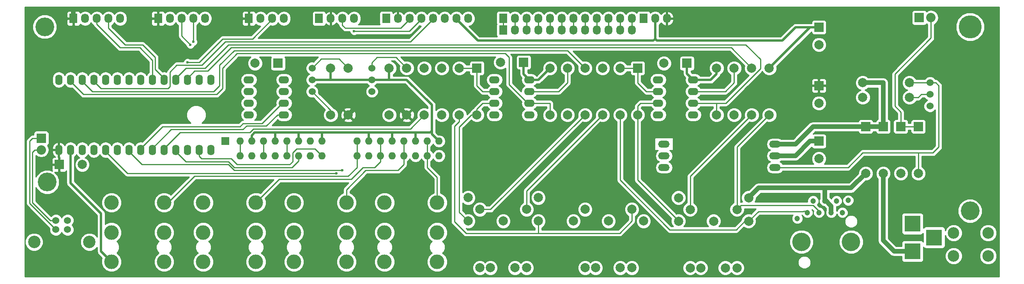
<source format=gbr>
G04 #@! TF.FileFunction,Copper,L1,Top,Signal*
%FSLAX46Y46*%
G04 Gerber Fmt 4.6, Leading zero omitted, Abs format (unit mm)*
G04 Created by KiCad (PCBNEW 4.0.2-stable) date 23-3-2017 17:14:18*
%MOMM*%
G01*
G04 APERTURE LIST*
%ADD10C,0.100000*%
%ADD11R,3.500120X3.500120*%
%ADD12R,1.727200X2.032000*%
%ADD13O,1.727200X2.032000*%
%ADD14C,1.524000*%
%ADD15C,2.700020*%
%ADD16C,1.998980*%
%ADD17O,2.300000X1.600000*%
%ADD18C,3.175000*%
%ADD19C,4.064000*%
%ADD20C,5.000000*%
%ADD21O,2.499360X1.501140*%
%ADD22C,2.500000*%
%ADD23C,2.000000*%
%ADD24R,2.032000X2.032000*%
%ADD25O,2.032000X2.032000*%
%ADD26O,1.600000X1.600000*%
%ADD27O,1.600000X2.300000*%
%ADD28C,1.200000*%
%ADD29C,4.000000*%
%ADD30R,2.000000X2.000000*%
%ADD31R,1.700000X1.700000*%
%ADD32C,0.600000*%
%ADD33C,1.000000*%
%ADD34C,0.250000*%
%ADD35C,0.500000*%
%ADD36C,0.254000*%
G04 APERTURE END LIST*
D10*
D11*
X220990000Y-127784860D03*
X220990000Y-133784340D03*
X225689000Y-130784600D03*
D12*
X76835000Y-83185000D03*
D13*
X79375000Y-83185000D03*
X81915000Y-83185000D03*
X84455000Y-83185000D03*
D12*
X38735000Y-83185000D03*
D13*
X41275000Y-83185000D03*
X43815000Y-83185000D03*
X46355000Y-83185000D03*
X48895000Y-83185000D03*
D12*
X57150000Y-83185000D03*
D13*
X59690000Y-83185000D03*
X62230000Y-83185000D03*
X64770000Y-83185000D03*
X67310000Y-83185000D03*
D12*
X106680000Y-83185000D03*
D13*
X109220000Y-83185000D03*
X111760000Y-83185000D03*
X114300000Y-83185000D03*
X116840000Y-83185000D03*
X119380000Y-83185000D03*
X121920000Y-83185000D03*
X124460000Y-83185000D03*
D14*
X34925000Y-127061000D03*
X37465000Y-127061000D03*
X37465000Y-129059980D03*
X34925000Y-129059980D03*
D15*
X30195520Y-131760000D03*
X42194480Y-131760000D03*
D16*
X153670000Y-93980000D03*
X153670000Y-104140000D03*
X210185000Y-97155000D03*
X220345000Y-97155000D03*
X210185000Y-100330000D03*
X220345000Y-100330000D03*
X122555000Y-93980000D03*
X122555000Y-104140000D03*
X157490000Y-93980000D03*
X157490000Y-104140000D03*
X186055000Y-93980000D03*
X186055000Y-104140000D03*
X149860000Y-93980000D03*
X149860000Y-104140000D03*
X189865000Y-93980000D03*
X189865000Y-104140000D03*
X142240000Y-93980000D03*
X142240000Y-104140000D03*
X178435000Y-93980000D03*
X178435000Y-104140000D03*
X146050000Y-93980000D03*
X146050000Y-104140000D03*
X182245000Y-93980000D03*
X182245000Y-104140000D03*
X107315000Y-93980000D03*
X107315000Y-104140000D03*
X94615000Y-93980000D03*
X94615000Y-104140000D03*
X111125000Y-104140000D03*
X111125000Y-93980000D03*
X98425000Y-104140000D03*
X98425000Y-93980000D03*
X114935000Y-93980000D03*
X114935000Y-104140000D03*
D17*
X130175000Y-96520000D03*
X130175000Y-99060000D03*
X130175000Y-101600000D03*
X130175000Y-104140000D03*
X137795000Y-104140000D03*
X137795000Y-101600000D03*
X137795000Y-99060000D03*
X137795000Y-96520000D03*
X165735000Y-96520000D03*
X165735000Y-99060000D03*
X165735000Y-101600000D03*
X165735000Y-104140000D03*
X173355000Y-104140000D03*
X173355000Y-101600000D03*
X173355000Y-99060000D03*
X173355000Y-96520000D03*
X76835000Y-96520000D03*
X76835000Y-99060000D03*
X76835000Y-101600000D03*
X76835000Y-104140000D03*
X84455000Y-104140000D03*
X84455000Y-101600000D03*
X84455000Y-99060000D03*
X84455000Y-96520000D03*
D18*
X117740000Y-123190000D03*
X117740000Y-136048800D03*
X106310000Y-136048900D03*
X106310000Y-123190100D03*
X117740000Y-129690000D03*
X106310000Y-129690100D03*
X98055000Y-123190000D03*
X98055000Y-136048800D03*
X86625000Y-136048900D03*
X86625000Y-123190100D03*
X98055000Y-129690000D03*
X86625000Y-129690100D03*
X78370000Y-123190000D03*
X78370000Y-136048800D03*
X66940000Y-136048900D03*
X66940000Y-123190100D03*
X78370000Y-129690000D03*
X66940000Y-129690100D03*
X58420000Y-123190000D03*
X58420000Y-136048800D03*
X46990000Y-136048900D03*
X46990000Y-123190100D03*
X58420000Y-129690000D03*
X46990000Y-129690100D03*
D19*
X32500000Y-85000000D03*
X233490000Y-125000000D03*
D20*
X233490000Y-85000000D03*
D19*
X33020000Y-118745000D03*
D21*
X191135000Y-113030000D03*
X191135000Y-115570000D03*
X191135000Y-110490000D03*
X167005000Y-113030000D03*
X167005000Y-115570000D03*
X167005000Y-110490000D03*
D14*
X224790000Y-99695000D03*
X224790000Y-102235000D03*
X224790000Y-97155000D03*
X103570000Y-96520000D03*
X103570000Y-93980000D03*
X103570000Y-99060000D03*
X90570000Y-96520000D03*
X90570000Y-93980000D03*
X90570000Y-99060000D03*
D12*
X132080000Y-83185000D03*
D13*
X134620000Y-83185000D03*
X137160000Y-83185000D03*
X139700000Y-83185000D03*
X142240000Y-83185000D03*
X144780000Y-83185000D03*
X147320000Y-83185000D03*
X149860000Y-83185000D03*
X152400000Y-83185000D03*
X154940000Y-83185000D03*
X157480000Y-83185000D03*
X160020000Y-83185000D03*
D12*
X132080000Y-85725000D03*
D13*
X134620000Y-85725000D03*
X137160000Y-85725000D03*
X139700000Y-85725000D03*
X142240000Y-85725000D03*
X144780000Y-85725000D03*
X147320000Y-85725000D03*
X149860000Y-85725000D03*
X152400000Y-85725000D03*
X154940000Y-85725000D03*
X157480000Y-85725000D03*
X160020000Y-85725000D03*
D12*
X162560000Y-83185000D03*
D13*
X165100000Y-83185000D03*
X167640000Y-83185000D03*
D22*
X229920000Y-134790000D03*
X229920000Y-129790000D03*
X237420000Y-134790000D03*
X237420000Y-129790000D03*
D23*
X160030000Y-137370000D03*
X149870000Y-137370000D03*
X147330000Y-127210000D03*
X149870000Y-124670000D03*
X154950000Y-127210000D03*
X160030000Y-124670000D03*
X162570000Y-127210000D03*
X157490000Y-137370000D03*
X152156000Y-137370000D03*
X170151900Y-122135900D03*
X185391900Y-122135900D03*
X170151900Y-127215900D03*
X172691900Y-124675900D03*
X177771900Y-127215900D03*
X182851900Y-124675900D03*
X185391900Y-127215900D03*
X180311900Y-137375900D03*
X174977900Y-137375900D03*
X182851900Y-137375900D03*
X172691900Y-137375900D03*
X124470000Y-122130000D03*
X139710000Y-122130000D03*
X124470000Y-127210000D03*
X127010000Y-124670000D03*
X132090000Y-127210000D03*
X137170000Y-124670000D03*
X139710000Y-127210000D03*
X134630000Y-137370000D03*
X129296000Y-137370000D03*
X137170000Y-137370000D03*
X127010000Y-137370000D03*
D24*
X222460000Y-83000000D03*
D25*
X225000000Y-83000000D03*
D12*
X92075000Y-83185000D03*
D13*
X94615000Y-83185000D03*
X97155000Y-83185000D03*
X99695000Y-83185000D03*
D26*
X74940000Y-113030000D03*
X77480000Y-113030000D03*
X100340000Y-113030000D03*
X102880000Y-113030000D03*
X80020000Y-113030000D03*
X82560000Y-113030000D03*
X105420000Y-113030000D03*
X107960000Y-113030000D03*
X85100000Y-113030000D03*
X87640000Y-113030000D03*
X110500000Y-113030000D03*
X113040000Y-113030000D03*
X90180000Y-113030000D03*
X92720000Y-113030000D03*
X115580000Y-113030000D03*
X118120000Y-113030000D03*
X74940000Y-109855000D03*
X77480000Y-109855000D03*
X100340000Y-109855000D03*
X102880000Y-109855000D03*
X80020000Y-109855000D03*
X82560000Y-109855000D03*
X105420000Y-109855000D03*
X107960000Y-109855000D03*
X85100000Y-109855000D03*
X87640000Y-109855000D03*
X110500000Y-109855000D03*
X113040000Y-109855000D03*
X90180000Y-109855000D03*
X92720000Y-109855000D03*
X115580000Y-109855000D03*
X118120000Y-109855000D03*
D16*
X118745000Y-93980000D03*
X118745000Y-104140000D03*
D27*
X43180000Y-96520000D03*
X40640000Y-96520000D03*
X38100000Y-96520000D03*
X35560000Y-96520000D03*
X45720000Y-96520000D03*
X48260000Y-96520000D03*
X50800000Y-96520000D03*
X53340000Y-96520000D03*
X55880000Y-96520000D03*
X58420000Y-96520000D03*
X60960000Y-96520000D03*
X63500000Y-96520000D03*
X66040000Y-96520000D03*
X68580000Y-96520000D03*
X68580000Y-111760000D03*
X66040000Y-111760000D03*
X63500000Y-111760000D03*
X60960000Y-111760000D03*
X58420000Y-111760000D03*
X55880000Y-111760000D03*
X53340000Y-111760000D03*
X50800000Y-111760000D03*
X48260000Y-111760000D03*
X45720000Y-111760000D03*
X43180000Y-111760000D03*
X40640000Y-111760000D03*
X38100000Y-111760000D03*
X35560000Y-111760000D03*
D24*
X31760000Y-109220000D03*
D25*
X31760000Y-111760000D03*
D28*
X198130000Y-125374400D03*
X199400000Y-122834400D03*
X200670000Y-125374400D03*
X201940000Y-122834400D03*
X203337000Y-125374400D03*
X204480000Y-122834400D03*
X205750000Y-125374400D03*
X207020000Y-122707400D03*
X195971000Y-126644400D03*
D29*
X196860000Y-131724400D03*
X207655000Y-131724400D03*
D30*
X200670000Y-85090000D03*
D23*
X200670000Y-88890000D03*
D30*
X200660000Y-97790000D03*
D23*
X200660000Y-101590000D03*
D30*
X200660000Y-109855000D03*
D23*
X200660000Y-113655000D03*
X210820000Y-116840520D03*
D30*
X210820000Y-106680520D03*
D23*
X214630000Y-116840000D03*
D30*
X214630000Y-106680000D03*
D23*
X218445080Y-116841040D03*
D30*
X218445080Y-106681040D03*
D23*
X222250000Y-116840000D03*
D30*
X222250000Y-106680000D03*
D23*
X126367540Y-104140520D03*
D30*
X126367540Y-93980520D03*
D23*
X161300000Y-104140000D03*
D30*
X161300000Y-93980000D03*
X35650000Y-114935000D03*
D23*
X40650000Y-114935000D03*
D30*
X83185000Y-92920000D03*
D23*
X78185000Y-92920000D03*
D30*
X136535000Y-92710000D03*
D23*
X131535000Y-92710000D03*
D30*
X172005000Y-92920000D03*
D23*
X167005000Y-92920000D03*
D31*
X71765000Y-109855000D03*
D32*
X63510000Y-92710000D03*
X95895000Y-116840000D03*
X97165000Y-116205000D03*
X64145000Y-88900000D03*
X64780000Y-88265000D03*
X99705000Y-85934996D03*
D33*
X195580000Y-113030000D02*
X198755000Y-109855000D01*
X198755000Y-109855000D02*
X200660000Y-109855000D01*
X191135000Y-113030000D02*
X195580000Y-113030000D01*
X100189989Y-102375011D02*
X98425000Y-104140000D01*
X111125000Y-104140000D02*
X109360011Y-102375011D01*
X38735000Y-81280000D02*
X38735000Y-83185000D01*
X203337000Y-125095000D02*
X203337000Y-123952000D01*
X203337000Y-123952000D02*
X201940000Y-122555000D01*
X207645520Y-120015000D02*
X201940000Y-120015000D01*
X201940000Y-120015000D02*
X187545000Y-120015000D01*
X201940000Y-122555000D02*
X201940000Y-120015000D01*
X210820000Y-116840520D02*
X207645520Y-120015000D01*
X187545000Y-120015000D02*
X185430000Y-122130000D01*
X191135000Y-110490000D02*
X195580000Y-110490000D01*
X199390000Y-106680000D02*
X195580000Y-110490000D01*
X209469850Y-106680000D02*
X199390000Y-106680000D01*
X210820000Y-106680520D02*
X209470370Y-106680520D01*
X209470370Y-106680520D02*
X209469850Y-106680000D01*
X214630000Y-106680000D02*
X214630000Y-97155000D01*
X210185000Y-97155000D02*
X214630000Y-97155000D01*
X210820000Y-106680520D02*
X214629480Y-106680520D01*
X214629480Y-106680520D02*
X214630000Y-106680000D01*
D34*
X210185000Y-112395000D02*
X222250000Y-112395000D01*
X222250000Y-112395000D02*
X225425000Y-112395000D01*
X222250000Y-116840000D02*
X222250000Y-112395000D01*
X191135000Y-115570000D02*
X207010000Y-115570000D01*
X207010000Y-115570000D02*
X210185000Y-112395000D01*
X225425000Y-112395000D02*
X226695000Y-111125000D01*
X226695000Y-111125000D02*
X226695000Y-97790000D01*
X226695000Y-97790000D02*
X226060000Y-97155000D01*
X226060000Y-97155000D02*
X224790000Y-97155000D01*
X220345000Y-97155000D02*
X224790000Y-97155000D01*
X220980000Y-97790000D02*
X220345000Y-97155000D01*
X218445080Y-103510080D02*
X217170000Y-102235000D01*
X218445080Y-106681040D02*
X218445080Y-103510080D01*
X218445080Y-106681040D02*
X222248960Y-106681040D01*
X222248960Y-106681040D02*
X222250000Y-106680000D01*
X217170000Y-95250000D02*
X225000000Y-87420000D01*
X225000000Y-87420000D02*
X225000000Y-83000000D01*
X217170000Y-102235000D02*
X217170000Y-95250000D01*
X122565000Y-106741502D02*
X122565000Y-125305000D01*
X122565000Y-125305000D02*
X124470000Y-127210000D01*
X126367540Y-104140520D02*
X125165982Y-104140520D01*
X125165982Y-104140520D02*
X122565000Y-106741502D01*
X130175000Y-101600000D02*
X127635000Y-101600000D01*
X127635000Y-101600000D02*
X126365000Y-102870000D01*
X126365000Y-102870000D02*
X126365000Y-104137980D01*
X126365000Y-104137980D02*
X126367540Y-104140520D01*
X126367540Y-93980520D02*
X126367540Y-97787460D01*
X126365000Y-97790000D02*
X127635000Y-99060000D01*
X126367540Y-97787460D02*
X126365000Y-97790000D01*
X127635000Y-99060000D02*
X130175000Y-99060000D01*
X121920000Y-93980000D02*
X126367020Y-93980000D01*
X126367020Y-93980000D02*
X126367540Y-93980520D01*
X161300000Y-118320000D02*
X170190000Y-127210000D01*
X161300000Y-104140000D02*
X161300000Y-118320000D01*
X165735000Y-101600000D02*
X161935000Y-101600000D01*
X161300000Y-102235000D02*
X161935000Y-101600000D01*
X161300000Y-104140000D02*
X161300000Y-102235000D01*
X163195000Y-99060000D02*
X161300000Y-97165000D01*
X161300000Y-93980000D02*
X161300000Y-97165000D01*
X157490000Y-93980000D02*
X161300000Y-93980000D01*
X156845520Y-93980520D02*
X156845000Y-93980000D01*
X165735000Y-99060000D02*
X163195000Y-99060000D01*
D35*
X94615000Y-96520000D02*
X90570000Y-96520000D01*
X200670000Y-85090000D02*
X198755000Y-85090000D01*
X198755000Y-85090000D02*
X189865000Y-93980000D01*
X192680000Y-88000000D02*
X195590000Y-85090000D01*
X195590000Y-85090000D02*
X200670000Y-85090000D01*
X165470000Y-88000000D02*
X192680000Y-88000000D01*
X172005000Y-92920000D02*
X172005000Y-95170000D01*
X172005000Y-95170000D02*
X173355000Y-96520000D01*
X116584491Y-107315000D02*
X116584491Y-107580509D01*
X116584491Y-107580509D02*
X116215000Y-107950000D01*
X116215000Y-107950000D02*
X113040000Y-107950000D01*
X118120000Y-109855000D02*
X116584491Y-108319491D01*
X116584491Y-108319491D02*
X116584491Y-107315000D01*
X87640000Y-107950000D02*
X82560000Y-107950000D01*
X82560000Y-107950000D02*
X78115000Y-107950000D01*
X82560000Y-109855000D02*
X82560000Y-107950000D01*
X92720000Y-107950000D02*
X87640000Y-107950000D01*
X87640000Y-109855000D02*
X87640000Y-107950000D01*
X102880000Y-107950000D02*
X92720000Y-107950000D01*
X92720000Y-109855000D02*
X92720000Y-107950000D01*
X116584491Y-107315000D02*
X116584491Y-101979491D01*
X113040000Y-107950000D02*
X107960000Y-107950000D01*
X113040000Y-109855000D02*
X113040000Y-107950000D01*
X107960000Y-107950000D02*
X102880000Y-107950000D01*
X107960000Y-109855000D02*
X107960000Y-107950000D01*
X102880000Y-109855000D02*
X102880000Y-107950000D01*
X78115000Y-107950000D02*
X77470000Y-108595000D01*
X77470000Y-108595000D02*
X77480000Y-109855000D01*
X136535000Y-92710000D02*
X136535000Y-95260000D01*
X136535000Y-95260000D02*
X137795000Y-96520000D01*
X165100000Y-87630000D02*
X165470000Y-88000000D01*
X121920000Y-83185000D02*
X121920000Y-83337400D01*
X121920000Y-83337400D02*
X126582600Y-88000000D01*
X126582600Y-88000000D02*
X164730000Y-88000000D01*
X164730000Y-88000000D02*
X165100000Y-87630000D01*
X137795000Y-96520000D02*
X137445000Y-96520000D01*
X177165000Y-96520000D02*
X178435000Y-95250000D01*
X173355000Y-96520000D02*
X177165000Y-96520000D01*
X165100000Y-87630000D02*
X165100000Y-83185000D01*
X77480000Y-109855000D02*
X77470000Y-109993630D01*
X178435000Y-95250000D02*
X178435000Y-93980000D01*
X139700000Y-96520000D02*
X142240000Y-93980000D01*
X94615000Y-93980000D02*
X94615000Y-96520000D01*
X94615000Y-96520000D02*
X102870000Y-96520000D01*
X111125000Y-96520000D02*
X106680000Y-96520000D01*
X107315000Y-96520000D02*
X107315000Y-93980000D01*
X116584491Y-101979491D02*
X111125000Y-96520000D01*
X106680000Y-96520000D02*
X107315000Y-96520000D01*
X137795000Y-96520000D02*
X139700000Y-96520000D01*
X106680000Y-96520000D02*
X102870000Y-96520000D01*
D34*
X46355000Y-83185000D02*
X46355000Y-85290000D01*
X46355000Y-85290000D02*
X49965000Y-88900000D01*
X49965000Y-88900000D02*
X53775000Y-88900000D01*
X53775000Y-88900000D02*
X56525000Y-91650000D01*
X58420000Y-96170000D02*
X58420000Y-96520000D01*
X56525000Y-91650000D02*
X56525000Y-94275000D01*
X56525000Y-94275000D02*
X58420000Y-96170000D01*
X46355000Y-83185000D02*
X46355000Y-83337400D01*
X81915000Y-83185000D02*
X81915000Y-83337400D01*
X81915000Y-83337400D02*
X77622400Y-87630000D01*
X77622400Y-87630000D02*
X71130000Y-87630000D01*
X71130000Y-87630000D02*
X66050000Y-92710000D01*
X66050000Y-92710000D02*
X63510000Y-92710000D01*
X43180000Y-96520000D02*
X43180000Y-96870000D01*
X43180000Y-96870000D02*
X44735000Y-98425000D01*
X44735000Y-98425000D02*
X59275000Y-98425000D01*
X59275000Y-98425000D02*
X59700000Y-98000000D01*
X66685000Y-93345000D02*
X71765000Y-88265000D01*
X59700000Y-98000000D02*
X59700000Y-94825000D01*
X59700000Y-94825000D02*
X61180000Y-93345000D01*
X61180000Y-93345000D02*
X66685000Y-93345000D01*
X71765000Y-88265000D02*
X111912400Y-88265000D01*
X111912400Y-88265000D02*
X116840000Y-83337400D01*
X116840000Y-83337400D02*
X116840000Y-83185000D01*
X220345000Y-100330000D02*
X222250000Y-100330000D01*
X224790000Y-99695000D02*
X222885000Y-99695000D01*
X222885000Y-99695000D02*
X222250000Y-100330000D01*
X55880000Y-111760000D02*
X55880000Y-111410000D01*
X55880000Y-111410000D02*
X59975000Y-107315000D01*
X59975000Y-107315000D02*
X75575000Y-107315000D01*
X75575000Y-107315000D02*
X76350000Y-106540000D01*
X76350000Y-106540000D02*
X80655000Y-106540000D01*
X83055000Y-104140000D02*
X84455000Y-104140000D01*
X80655000Y-106540000D02*
X83055000Y-104140000D01*
X84105000Y-104140000D02*
X84455000Y-104140000D01*
X90570000Y-99060000D02*
X94615000Y-103105000D01*
X94615000Y-103105000D02*
X94615000Y-104140000D01*
X79660000Y-106045000D02*
X84105000Y-101600000D01*
X74940000Y-106680000D02*
X75575000Y-106045000D01*
X75575000Y-106045000D02*
X79660000Y-106045000D01*
X58070000Y-106680000D02*
X74940000Y-106680000D01*
X93980000Y-104140000D02*
X94615000Y-104140000D01*
X84105000Y-101600000D02*
X84455000Y-101600000D01*
X53340000Y-111760000D02*
X53340000Y-111410000D01*
X53340000Y-111410000D02*
X58070000Y-106680000D01*
X63500000Y-96520000D02*
X63500000Y-96170000D01*
X63500000Y-96170000D02*
X65055000Y-94615000D01*
X65055000Y-94615000D02*
X67953589Y-94615000D01*
X181610000Y-89535000D02*
X186055000Y-93980000D01*
X67953589Y-94615000D02*
X73033589Y-89535000D01*
X73033589Y-89535000D02*
X181610000Y-89535000D01*
X149860000Y-93980000D02*
X146050000Y-90170000D01*
X146050000Y-90170000D02*
X73670000Y-90170000D01*
X69215000Y-99060000D02*
X42830000Y-99060000D01*
X73670000Y-90170000D02*
X70495000Y-93345000D01*
X70495000Y-93345000D02*
X70495000Y-97780000D01*
X70495000Y-97780000D02*
X69215000Y-99060000D01*
X42830000Y-99060000D02*
X40640000Y-96870000D01*
X40640000Y-96870000D02*
X40640000Y-96520000D01*
X38100000Y-96520000D02*
X38100000Y-96870000D01*
X38100000Y-96870000D02*
X40925000Y-99695000D01*
X71130000Y-93980000D02*
X74305000Y-90805000D01*
X40925000Y-99695000D02*
X69850000Y-99695000D01*
X69850000Y-99695000D02*
X71130000Y-98415000D01*
X132505000Y-90805000D02*
X133350000Y-91650000D01*
X71130000Y-98415000D02*
X71130000Y-93980000D01*
X74305000Y-90805000D02*
X132505000Y-90805000D01*
X133350000Y-91650000D02*
X133350000Y-97505000D01*
X133350000Y-97505000D02*
X137445000Y-101600000D01*
X137445000Y-101600000D02*
X137795000Y-101600000D01*
X137795000Y-101600000D02*
X142240000Y-101600000D01*
X142240000Y-104140000D02*
X142240000Y-101600000D01*
X60960000Y-96520000D02*
X60960000Y-96170000D01*
X60960000Y-96170000D02*
X63150000Y-93980000D01*
X63150000Y-93980000D02*
X67318589Y-93980000D01*
X67318589Y-93980000D02*
X72398589Y-88900000D01*
X72398589Y-88900000D02*
X184785000Y-88900000D01*
X184785000Y-88900000D02*
X187960000Y-92075000D01*
X187960000Y-92075000D02*
X187960000Y-94035248D01*
X187960000Y-94035248D02*
X180395248Y-101600000D01*
X180395248Y-101600000D02*
X178435000Y-101600000D01*
X178435000Y-101600000D02*
X173355000Y-101600000D01*
X178435000Y-104140000D02*
X178435000Y-101600000D01*
X173355000Y-101600000D02*
X173005000Y-101600000D01*
X137795000Y-99060000D02*
X144145000Y-99060000D01*
X146050000Y-97155000D02*
X146050000Y-93980000D01*
X144145000Y-99060000D02*
X146050000Y-97155000D01*
X182245000Y-97155000D02*
X182245000Y-93980000D01*
X180340000Y-99060000D02*
X182245000Y-97155000D01*
X173355000Y-99060000D02*
X180340000Y-99060000D01*
X77018969Y-107950000D02*
X77793980Y-107174989D01*
X61880000Y-107950000D02*
X77018969Y-107950000D01*
X111900011Y-107174989D02*
X114935000Y-104140000D01*
X77793980Y-107174989D02*
X111900011Y-107174989D01*
X58420000Y-111410000D02*
X61880000Y-107950000D01*
X58420000Y-111760000D02*
X58420000Y-111410000D01*
X50450000Y-116840000D02*
X95895000Y-116840000D01*
X45720000Y-112110000D02*
X50450000Y-116840000D01*
X45720000Y-111760000D02*
X45720000Y-112110000D01*
X50800000Y-111760000D02*
X50800000Y-112110000D01*
X50800000Y-112110000D02*
X53625000Y-114935000D01*
X53625000Y-114935000D02*
X72400000Y-114935000D01*
X72400000Y-114935000D02*
X73670000Y-116205000D01*
X73670000Y-116205000D02*
X97165000Y-116205000D01*
X63150000Y-114300000D02*
X60960000Y-112110000D01*
X72401410Y-114300000D02*
X63150000Y-114300000D01*
X73671410Y-115570000D02*
X72401410Y-114300000D01*
X86231370Y-115570000D02*
X73671410Y-115570000D01*
X60960000Y-112110000D02*
X60960000Y-111760000D01*
X87640000Y-113030000D02*
X87640000Y-114161370D01*
X87640000Y-114161370D02*
X86231370Y-115570000D01*
X66040000Y-111760000D02*
X66040000Y-113160000D01*
X66040000Y-113160000D02*
X66545000Y-113665000D01*
X91196000Y-111506000D02*
X92720000Y-113030000D01*
X66545000Y-113665000D02*
X73035000Y-113665000D01*
X73035000Y-113665000D02*
X74305000Y-114935000D01*
X74305000Y-114935000D02*
X85735000Y-114935000D01*
X86370000Y-114300000D02*
X86370000Y-112395000D01*
X85735000Y-114935000D02*
X86370000Y-114300000D01*
X86370000Y-112395000D02*
X87259000Y-111506000D01*
X87259000Y-111506000D02*
X91196000Y-111506000D01*
X62230000Y-86985000D02*
X64145000Y-88900000D01*
X62230000Y-83185000D02*
X62230000Y-86985000D01*
X62230000Y-83185000D02*
X62230000Y-83337400D01*
D33*
X214630000Y-116840000D02*
X214630000Y-131435000D01*
X216979340Y-133784340D02*
X220990000Y-133784340D01*
X214630000Y-131435000D02*
X216979340Y-133784340D01*
D34*
X129330000Y-124670000D02*
X149860000Y-104140000D01*
X127010000Y-124670000D02*
X129330000Y-124670000D01*
X137170000Y-120640000D02*
X153670000Y-104140000D01*
X137170000Y-124670000D02*
X137170000Y-120640000D01*
X139710000Y-129840000D02*
X157400000Y-129840000D01*
X157400000Y-129840000D02*
X160030000Y-127210000D01*
X160030000Y-127210000D02*
X160030000Y-124670000D01*
X124020000Y-129840000D02*
X139710000Y-129840000D01*
X139710000Y-127210000D02*
X139710000Y-129840000D01*
X121480000Y-127300000D02*
X124020000Y-129840000D01*
X121480000Y-106628492D02*
X121480000Y-127300000D01*
X122555000Y-104140000D02*
X122555000Y-105553492D01*
X122555000Y-105553492D02*
X121480000Y-106628492D01*
X121920000Y-104140000D02*
X122555000Y-104775000D01*
X100340000Y-113030000D02*
X100330000Y-115580000D01*
X100330000Y-115580000D02*
X98435000Y-117475000D01*
X98435000Y-117475000D02*
X65035000Y-117475000D01*
X65035000Y-117475000D02*
X59320000Y-123190000D01*
X100340000Y-109840000D02*
X100340000Y-113030000D01*
X74940000Y-113030000D02*
X74940000Y-109855000D01*
X105420000Y-113030000D02*
X105420000Y-114300000D01*
X105420000Y-114300000D02*
X104150000Y-115570000D01*
X104150000Y-115570000D02*
X101610000Y-115570000D01*
X101610000Y-115570000D02*
X99070000Y-118110000D01*
X99070000Y-118110000D02*
X83450000Y-118110000D01*
X83450000Y-118110000D02*
X78370000Y-123190000D01*
X105420000Y-109855000D02*
X105420000Y-113030000D01*
X80020000Y-113030000D02*
X80020000Y-109855000D01*
X110500000Y-113030000D02*
X110500000Y-114935000D01*
X109230000Y-116205000D02*
X102235000Y-116205000D01*
X98055000Y-120385000D02*
X98055000Y-123190000D01*
X110500000Y-114935000D02*
X109230000Y-116205000D01*
X102235000Y-116205000D02*
X98055000Y-120385000D01*
X110500000Y-109855000D02*
X110500000Y-113030000D01*
X85100000Y-113030000D02*
X85100000Y-109855000D01*
X117740000Y-123190000D02*
X117740000Y-117730000D01*
X117740000Y-117730000D02*
X115580000Y-115570000D01*
X115580000Y-115570000D02*
X115580000Y-113030000D01*
X115580000Y-109855000D02*
X115580000Y-113030000D01*
X31760000Y-111760000D02*
X30323160Y-111760000D01*
X29845000Y-112238160D02*
X29845000Y-123180000D01*
X30323160Y-111760000D02*
X29845000Y-112238160D01*
X29845000Y-123180000D02*
X33726000Y-127061000D01*
X33726000Y-127061000D02*
X34925000Y-127061000D01*
X29210000Y-109855000D02*
X29210000Y-123344980D01*
X34925000Y-129059980D02*
X29210000Y-123344980D01*
X31760000Y-109220000D02*
X29855000Y-109220000D01*
X29855000Y-109220000D02*
X29220000Y-109855000D01*
X29220000Y-109855000D02*
X29210000Y-109855000D01*
X137160000Y-83185000D02*
X137160000Y-85725000D01*
X139700000Y-83185000D02*
X139700000Y-85725000D01*
X43815000Y-83185000D02*
X43815000Y-84451000D01*
X43815000Y-84451000D02*
X48899000Y-89535000D01*
X53140000Y-89535000D02*
X55880000Y-92275000D01*
X48899000Y-89535000D02*
X53140000Y-89535000D01*
X55880000Y-92275000D02*
X55880000Y-96520000D01*
X43815000Y-83185000D02*
X43815000Y-83337400D01*
X64770000Y-88255000D02*
X64780000Y-88265000D01*
X64770000Y-83185000D02*
X64770000Y-88255000D01*
X64770000Y-83337400D02*
X64770000Y-83185000D01*
X132080000Y-83185000D02*
X132080000Y-85725000D01*
X134620000Y-83185000D02*
X134620000Y-85725000D01*
X142240000Y-83185000D02*
X142240000Y-85725000D01*
X144780000Y-83185000D02*
X144780000Y-85725000D01*
X147320000Y-83185000D02*
X147320000Y-85725000D01*
X149860000Y-83185000D02*
X149860000Y-85725000D01*
X152400000Y-83185000D02*
X152400000Y-85725000D01*
X154940000Y-83185000D02*
X154940000Y-85725000D01*
X157480000Y-83185000D02*
X157480000Y-85725000D01*
X160020000Y-83185000D02*
X160020000Y-85725000D01*
X111125000Y-93980000D02*
X108795000Y-91650000D01*
X108795000Y-91650000D02*
X104680000Y-91650000D01*
X104680000Y-91650000D02*
X103570000Y-92760000D01*
X103570000Y-92760000D02*
X103570000Y-93980000D01*
X97155000Y-83185000D02*
X97155000Y-84655000D01*
X109797400Y-85300000D02*
X111760000Y-83337400D01*
X97155000Y-84655000D02*
X97800000Y-85300000D01*
X97800000Y-85300000D02*
X109797400Y-85300000D01*
X111760000Y-83337400D02*
X111760000Y-83185000D01*
X98425000Y-93980000D02*
X96425000Y-91980000D01*
X92570000Y-91980000D02*
X96425000Y-91980000D01*
X90570000Y-93980000D02*
X92570000Y-91980000D01*
X114300000Y-83185000D02*
X114300000Y-83337400D01*
X114300000Y-83337400D02*
X111702400Y-85935000D01*
X111702400Y-85935000D02*
X99705004Y-85935000D01*
X99705004Y-85935000D02*
X99705000Y-85934996D01*
D35*
X38100000Y-111760000D02*
X38100000Y-118945000D01*
X38100000Y-118945000D02*
X44752499Y-125597499D01*
X44752499Y-125597499D02*
X44752499Y-133811399D01*
X44752499Y-133811399D02*
X46990000Y-136048900D01*
D34*
X157490000Y-104140000D02*
X157490000Y-118320000D01*
X157490000Y-118320000D02*
X168285000Y-129115000D01*
X168285000Y-129115000D02*
X182680000Y-129115000D01*
X182680000Y-129115000D02*
X184585000Y-127210000D01*
X184585000Y-127210000D02*
X185430000Y-127210000D01*
X197256461Y-125120011D02*
X197281472Y-125095000D01*
X197281472Y-125095000D02*
X198130000Y-125095000D01*
X187519989Y-125120011D02*
X197256461Y-125120011D01*
X185430000Y-127210000D02*
X187519989Y-125120011D01*
X182890000Y-124670000D02*
X183735000Y-123825000D01*
X183735000Y-123825000D02*
X199400000Y-123825000D01*
X199400000Y-123825000D02*
X200670000Y-125095000D01*
X182890000Y-124670000D02*
X182890000Y-111115000D01*
X182890000Y-111115000D02*
X189865000Y-104140000D01*
X172730000Y-124670000D02*
X172730000Y-117465000D01*
X172730000Y-117465000D02*
X186055000Y-104140000D01*
D33*
X68500000Y-111840000D02*
X68580000Y-111760000D01*
D36*
G36*
X239780000Y-139290000D02*
X28210000Y-139290000D01*
X28210000Y-132153111D01*
X28210166Y-132153111D01*
X28511729Y-132882949D01*
X29069634Y-133441829D01*
X29798945Y-133744665D01*
X30588631Y-133745354D01*
X31318469Y-133443791D01*
X31877349Y-132885886D01*
X32180185Y-132156575D01*
X32180874Y-131366889D01*
X31879311Y-130637051D01*
X31321406Y-130078171D01*
X30592095Y-129775335D01*
X29802409Y-129774646D01*
X29072571Y-130076209D01*
X28513691Y-130634114D01*
X28210855Y-131363425D01*
X28210166Y-132153111D01*
X28210000Y-132153111D01*
X28210000Y-109855000D01*
X28450000Y-109855000D01*
X28450000Y-123344980D01*
X28507852Y-123635819D01*
X28672599Y-123882381D01*
X33540817Y-128750599D01*
X33528243Y-128780880D01*
X33527758Y-129336641D01*
X33739990Y-129850283D01*
X34132630Y-130243609D01*
X34645900Y-130456737D01*
X35201661Y-130457222D01*
X35715303Y-130244990D01*
X36108629Y-129852350D01*
X36194949Y-129644468D01*
X36279990Y-129850283D01*
X36672630Y-130243609D01*
X37185900Y-130456737D01*
X37741661Y-130457222D01*
X38255303Y-130244990D01*
X38648629Y-129852350D01*
X38861757Y-129339080D01*
X38862242Y-128783319D01*
X38650010Y-128269677D01*
X38441168Y-128060470D01*
X38648629Y-127853370D01*
X38861757Y-127340100D01*
X38862242Y-126784339D01*
X38650010Y-126270697D01*
X38257370Y-125877371D01*
X37744100Y-125664243D01*
X37188339Y-125663758D01*
X36674697Y-125875990D01*
X36281371Y-126268630D01*
X36195051Y-126476512D01*
X36110010Y-126270697D01*
X35717370Y-125877371D01*
X35204100Y-125664243D01*
X34648339Y-125663758D01*
X34134697Y-125875990D01*
X33875018Y-126135216D01*
X30605000Y-122865198D01*
X30605000Y-119884177D01*
X30757709Y-120253761D01*
X31507293Y-121004655D01*
X32487173Y-121411536D01*
X33548172Y-121412462D01*
X34528761Y-121007291D01*
X35279655Y-120257707D01*
X35686536Y-119277827D01*
X35687462Y-118216828D01*
X35282291Y-117236239D01*
X34617214Y-116570000D01*
X35364250Y-116570000D01*
X35523000Y-116411250D01*
X35523000Y-115062000D01*
X34173750Y-115062000D01*
X34015000Y-115220750D01*
X34015000Y-116061310D01*
X34111673Y-116294699D01*
X34138723Y-116321749D01*
X33552827Y-116078464D01*
X32491828Y-116077538D01*
X31511239Y-116482709D01*
X30760345Y-117232293D01*
X30605000Y-117606406D01*
X30605000Y-113808690D01*
X34015000Y-113808690D01*
X34015000Y-114649250D01*
X34173750Y-114808000D01*
X35523000Y-114808000D01*
X35523000Y-113458750D01*
X35433000Y-113368750D01*
X35433000Y-111887000D01*
X34125000Y-111887000D01*
X34125000Y-112237000D01*
X34282834Y-112776483D01*
X34635104Y-113214500D01*
X34791322Y-113300000D01*
X34523691Y-113300000D01*
X34290302Y-113396673D01*
X34111673Y-113575301D01*
X34015000Y-113808690D01*
X30605000Y-113808690D01*
X30605000Y-112957353D01*
X31095845Y-113285325D01*
X31727655Y-113411000D01*
X31792345Y-113411000D01*
X32424155Y-113285325D01*
X32959778Y-112927433D01*
X33317670Y-112391810D01*
X33443345Y-111760000D01*
X33348464Y-111283000D01*
X34125000Y-111283000D01*
X34125000Y-111633000D01*
X35433000Y-111633000D01*
X35433000Y-110140085D01*
X35210961Y-110018096D01*
X35128181Y-110035633D01*
X34635104Y-110305500D01*
X34282834Y-110743517D01*
X34125000Y-111283000D01*
X33348464Y-111283000D01*
X33317670Y-111128190D01*
X33090501Y-110788208D01*
X33227441Y-110700090D01*
X33372431Y-110487890D01*
X33423440Y-110236000D01*
X33423440Y-108204000D01*
X33379162Y-107968683D01*
X33240090Y-107752559D01*
X33027890Y-107607569D01*
X32776000Y-107556560D01*
X30744000Y-107556560D01*
X30508683Y-107600838D01*
X30292559Y-107739910D01*
X30147569Y-107952110D01*
X30096560Y-108204000D01*
X30096560Y-108460000D01*
X29855000Y-108460000D01*
X29564161Y-108517852D01*
X29317599Y-108682599D01*
X28702736Y-109297462D01*
X28672599Y-109317599D01*
X28507852Y-109564161D01*
X28450000Y-109855000D01*
X28210000Y-109855000D01*
X28210000Y-96135030D01*
X34125000Y-96135030D01*
X34125000Y-96904970D01*
X34234233Y-97454121D01*
X34545302Y-97919668D01*
X35010849Y-98230737D01*
X35560000Y-98339970D01*
X36109151Y-98230737D01*
X36574698Y-97919668D01*
X36830000Y-97537582D01*
X37085302Y-97919668D01*
X37550849Y-98230737D01*
X38100000Y-98339970D01*
X38429605Y-98274407D01*
X40387599Y-100232401D01*
X40634160Y-100397148D01*
X40925000Y-100455000D01*
X69850000Y-100455000D01*
X70140839Y-100397148D01*
X70387401Y-100232401D01*
X71667401Y-98952401D01*
X71832148Y-98705840D01*
X71890000Y-98415000D01*
X71890000Y-94294802D01*
X74619802Y-91565000D01*
X77228107Y-91565000D01*
X76799722Y-91992637D01*
X76550284Y-92593352D01*
X76549716Y-93243795D01*
X76798106Y-93844943D01*
X77257637Y-94305278D01*
X77858352Y-94554716D01*
X78508795Y-94555284D01*
X79109943Y-94306894D01*
X79570278Y-93847363D01*
X79819716Y-93246648D01*
X79820284Y-92596205D01*
X79571894Y-91995057D01*
X79142588Y-91565000D01*
X81659021Y-91565000D01*
X81588569Y-91668110D01*
X81537560Y-91920000D01*
X81537560Y-93920000D01*
X81581838Y-94155317D01*
X81720910Y-94371441D01*
X81933110Y-94516431D01*
X82185000Y-94567440D01*
X84185000Y-94567440D01*
X84420317Y-94523162D01*
X84636441Y-94384090D01*
X84781431Y-94171890D01*
X84832440Y-93920000D01*
X84832440Y-91920000D01*
X84788162Y-91684683D01*
X84711148Y-91565000D01*
X91910198Y-91565000D01*
X90879381Y-92595817D01*
X90849100Y-92583243D01*
X90293339Y-92582758D01*
X89779697Y-92794990D01*
X89386371Y-93187630D01*
X89173243Y-93700900D01*
X89172758Y-94256661D01*
X89384990Y-94770303D01*
X89777630Y-95163629D01*
X89985512Y-95249949D01*
X89779697Y-95334990D01*
X89386371Y-95727630D01*
X89173243Y-96240900D01*
X89172758Y-96796661D01*
X89384990Y-97310303D01*
X89777630Y-97703629D01*
X89985512Y-97789949D01*
X89779697Y-97874990D01*
X89386371Y-98267630D01*
X89173243Y-98780900D01*
X89172758Y-99336661D01*
X89384990Y-99850303D01*
X89777630Y-100243629D01*
X90290900Y-100456757D01*
X90846661Y-100457242D01*
X90879055Y-100443857D01*
X93439322Y-103004124D01*
X93230154Y-103212927D01*
X92980794Y-103813453D01*
X92980226Y-104463694D01*
X93228538Y-105064655D01*
X93687927Y-105524846D01*
X94288453Y-105774206D01*
X94938694Y-105774774D01*
X95539655Y-105526462D01*
X95774363Y-105292163D01*
X97452443Y-105292163D01*
X97551042Y-105558965D01*
X98160582Y-105785401D01*
X98810377Y-105761341D01*
X99298958Y-105558965D01*
X99397557Y-105292163D01*
X98425000Y-104319605D01*
X97452443Y-105292163D01*
X95774363Y-105292163D01*
X95999846Y-105067073D01*
X96249206Y-104466547D01*
X96249722Y-103875582D01*
X96779599Y-103875582D01*
X96803659Y-104525377D01*
X97006035Y-105013958D01*
X97272837Y-105112557D01*
X98245395Y-104140000D01*
X98604605Y-104140000D01*
X99577163Y-105112557D01*
X99843965Y-105013958D01*
X100048380Y-104463694D01*
X105680226Y-104463694D01*
X105928538Y-105064655D01*
X106387927Y-105524846D01*
X106988453Y-105774206D01*
X107638694Y-105774774D01*
X108239655Y-105526462D01*
X108474363Y-105292163D01*
X110152443Y-105292163D01*
X110251042Y-105558965D01*
X110860582Y-105785401D01*
X111510377Y-105761341D01*
X111998958Y-105558965D01*
X112097557Y-105292163D01*
X111125000Y-104319605D01*
X110152443Y-105292163D01*
X108474363Y-105292163D01*
X108699846Y-105067073D01*
X108949206Y-104466547D01*
X108949722Y-103875582D01*
X109479599Y-103875582D01*
X109503659Y-104525377D01*
X109706035Y-105013958D01*
X109972837Y-105112557D01*
X110945395Y-104140000D01*
X111304605Y-104140000D01*
X112277163Y-105112557D01*
X112543965Y-105013958D01*
X112770401Y-104404418D01*
X112746341Y-103754623D01*
X112543965Y-103266042D01*
X112277163Y-103167443D01*
X111304605Y-104140000D01*
X110945395Y-104140000D01*
X109972837Y-103167443D01*
X109706035Y-103266042D01*
X109479599Y-103875582D01*
X108949722Y-103875582D01*
X108949774Y-103816306D01*
X108701462Y-103215345D01*
X108474351Y-102987837D01*
X110152443Y-102987837D01*
X111125000Y-103960395D01*
X112097557Y-102987837D01*
X111998958Y-102721035D01*
X111389418Y-102494599D01*
X110739623Y-102518659D01*
X110251042Y-102721035D01*
X110152443Y-102987837D01*
X108474351Y-102987837D01*
X108242073Y-102755154D01*
X107641547Y-102505794D01*
X106991306Y-102505226D01*
X106390345Y-102753538D01*
X105930154Y-103212927D01*
X105680794Y-103813453D01*
X105680226Y-104463694D01*
X100048380Y-104463694D01*
X100070401Y-104404418D01*
X100046341Y-103754623D01*
X99843965Y-103266042D01*
X99577163Y-103167443D01*
X98604605Y-104140000D01*
X98245395Y-104140000D01*
X97272837Y-103167443D01*
X97006035Y-103266042D01*
X96779599Y-103875582D01*
X96249722Y-103875582D01*
X96249774Y-103816306D01*
X96001462Y-103215345D01*
X95774351Y-102987837D01*
X97452443Y-102987837D01*
X98425000Y-103960395D01*
X99397557Y-102987837D01*
X99298958Y-102721035D01*
X98689418Y-102494599D01*
X98039623Y-102518659D01*
X97551042Y-102721035D01*
X97452443Y-102987837D01*
X95774351Y-102987837D01*
X95542073Y-102755154D01*
X95176213Y-102603236D01*
X95152401Y-102567599D01*
X91954183Y-99369381D01*
X91966757Y-99339100D01*
X91967242Y-98783339D01*
X91755010Y-98269697D01*
X91362370Y-97876371D01*
X91154488Y-97790051D01*
X91360303Y-97705010D01*
X91660837Y-97405000D01*
X102479522Y-97405000D01*
X102777630Y-97703629D01*
X102985512Y-97789949D01*
X102779697Y-97874990D01*
X102386371Y-98267630D01*
X102173243Y-98780900D01*
X102172758Y-99336661D01*
X102384990Y-99850303D01*
X102777630Y-100243629D01*
X103290900Y-100456757D01*
X103846661Y-100457242D01*
X104360303Y-100245010D01*
X104753629Y-99852370D01*
X104966757Y-99339100D01*
X104967242Y-98783339D01*
X104755010Y-98269697D01*
X104362370Y-97876371D01*
X104154488Y-97790051D01*
X104360303Y-97705010D01*
X104660837Y-97405000D01*
X110758420Y-97405000D01*
X115699491Y-102346070D01*
X115699491Y-102687644D01*
X115261547Y-102505794D01*
X114611306Y-102505226D01*
X114010345Y-102753538D01*
X113550154Y-103212927D01*
X113300794Y-103813453D01*
X113300226Y-104463694D01*
X113369309Y-104630889D01*
X111585209Y-106414989D01*
X81854813Y-106414989D01*
X83091163Y-105178639D01*
X83520879Y-105465767D01*
X84070030Y-105575000D01*
X84839970Y-105575000D01*
X85389121Y-105465767D01*
X85854668Y-105154698D01*
X86165737Y-104689151D01*
X86274970Y-104140000D01*
X86165737Y-103590849D01*
X85854668Y-103125302D01*
X85472582Y-102870000D01*
X85854668Y-102614698D01*
X86165737Y-102149151D01*
X86274970Y-101600000D01*
X86165737Y-101050849D01*
X85854668Y-100585302D01*
X85472582Y-100330000D01*
X85854668Y-100074698D01*
X86165737Y-99609151D01*
X86274970Y-99060000D01*
X86165737Y-98510849D01*
X85854668Y-98045302D01*
X85472582Y-97790000D01*
X85854668Y-97534698D01*
X86165737Y-97069151D01*
X86274970Y-96520000D01*
X86165737Y-95970849D01*
X85854668Y-95505302D01*
X85389121Y-95194233D01*
X84839970Y-95085000D01*
X84070030Y-95085000D01*
X83520879Y-95194233D01*
X83055332Y-95505302D01*
X82744263Y-95970849D01*
X82635030Y-96520000D01*
X82744263Y-97069151D01*
X83055332Y-97534698D01*
X83437418Y-97790000D01*
X83055332Y-98045302D01*
X82744263Y-98510849D01*
X82635030Y-99060000D01*
X82744263Y-99609151D01*
X83055332Y-100074698D01*
X83437418Y-100330000D01*
X83055332Y-100585302D01*
X82744263Y-101050849D01*
X82635030Y-101600000D01*
X82700593Y-101929605D01*
X79345198Y-105285000D01*
X78039658Y-105285000D01*
X78234668Y-105154698D01*
X78545737Y-104689151D01*
X78654970Y-104140000D01*
X78545737Y-103590849D01*
X78234668Y-103125302D01*
X77852582Y-102870000D01*
X78234668Y-102614698D01*
X78545737Y-102149151D01*
X78654970Y-101600000D01*
X78545737Y-101050849D01*
X78234668Y-100585302D01*
X77852582Y-100330000D01*
X78234668Y-100074698D01*
X78545737Y-99609151D01*
X78654970Y-99060000D01*
X78545737Y-98510849D01*
X78234668Y-98045302D01*
X77852582Y-97790000D01*
X78234668Y-97534698D01*
X78545737Y-97069151D01*
X78654970Y-96520000D01*
X78545737Y-95970849D01*
X78234668Y-95505302D01*
X77769121Y-95194233D01*
X77219970Y-95085000D01*
X76450030Y-95085000D01*
X75900879Y-95194233D01*
X75435332Y-95505302D01*
X75124263Y-95970849D01*
X75015030Y-96520000D01*
X75124263Y-97069151D01*
X75435332Y-97534698D01*
X75817418Y-97790000D01*
X75435332Y-98045302D01*
X75124263Y-98510849D01*
X75015030Y-99060000D01*
X75124263Y-99609151D01*
X75435332Y-100074698D01*
X75817418Y-100330000D01*
X75435332Y-100585302D01*
X75124263Y-101050849D01*
X75015030Y-101600000D01*
X75124263Y-102149151D01*
X75435332Y-102614698D01*
X75817418Y-102870000D01*
X75435332Y-103125302D01*
X75124263Y-103590849D01*
X75015030Y-104140000D01*
X75124263Y-104689151D01*
X75435332Y-105154698D01*
X75630342Y-105285000D01*
X75575000Y-105285000D01*
X75284161Y-105342852D01*
X75037599Y-105507599D01*
X74625198Y-105920000D01*
X66643874Y-105920000D01*
X67213909Y-105350959D01*
X67539628Y-104566541D01*
X67540370Y-103717185D01*
X67216020Y-102932200D01*
X66615959Y-102331091D01*
X65831541Y-102005372D01*
X64982185Y-102004630D01*
X64197200Y-102328980D01*
X63596091Y-102929041D01*
X63270372Y-103713459D01*
X63269630Y-104562815D01*
X63593980Y-105347800D01*
X64165182Y-105920000D01*
X58070000Y-105920000D01*
X57779161Y-105977852D01*
X57532599Y-106142599D01*
X53669605Y-110005593D01*
X53340000Y-109940030D01*
X52790849Y-110049263D01*
X52325302Y-110360332D01*
X52070000Y-110742418D01*
X51814698Y-110360332D01*
X51349151Y-110049263D01*
X50800000Y-109940030D01*
X50250849Y-110049263D01*
X49785302Y-110360332D01*
X49530000Y-110742418D01*
X49274698Y-110360332D01*
X48809151Y-110049263D01*
X48260000Y-109940030D01*
X47710849Y-110049263D01*
X47245302Y-110360332D01*
X46990000Y-110742418D01*
X46734698Y-110360332D01*
X46269151Y-110049263D01*
X45720000Y-109940030D01*
X45170849Y-110049263D01*
X44705302Y-110360332D01*
X44450000Y-110742418D01*
X44194698Y-110360332D01*
X43729151Y-110049263D01*
X43180000Y-109940030D01*
X42630849Y-110049263D01*
X42165302Y-110360332D01*
X41910000Y-110742418D01*
X41654698Y-110360332D01*
X41189151Y-110049263D01*
X40640000Y-109940030D01*
X40090849Y-110049263D01*
X39625302Y-110360332D01*
X39370000Y-110742418D01*
X39114698Y-110360332D01*
X38649151Y-110049263D01*
X38100000Y-109940030D01*
X37550849Y-110049263D01*
X37085302Y-110360332D01*
X36832851Y-110738151D01*
X36484896Y-110305500D01*
X35991819Y-110035633D01*
X35909039Y-110018096D01*
X35687000Y-110140085D01*
X35687000Y-111633000D01*
X35707000Y-111633000D01*
X35707000Y-111887000D01*
X35687000Y-111887000D01*
X35687000Y-113379915D01*
X35795968Y-113439782D01*
X35777000Y-113458750D01*
X35777000Y-114808000D01*
X35797000Y-114808000D01*
X35797000Y-115062000D01*
X35777000Y-115062000D01*
X35777000Y-116411250D01*
X35935750Y-116570000D01*
X36776309Y-116570000D01*
X37009698Y-116473327D01*
X37188327Y-116294699D01*
X37215000Y-116230305D01*
X37215000Y-118944995D01*
X37214999Y-118945000D01*
X37241853Y-119080000D01*
X37282367Y-119283675D01*
X37474210Y-119570790D01*
X43867499Y-125964078D01*
X43867499Y-130626260D01*
X43320366Y-130078171D01*
X42591055Y-129775335D01*
X41801369Y-129774646D01*
X41071531Y-130076209D01*
X40512651Y-130634114D01*
X40209815Y-131363425D01*
X40209126Y-132153111D01*
X40510689Y-132882949D01*
X41068594Y-133441829D01*
X41797905Y-133744665D01*
X42587591Y-133745354D01*
X43317429Y-133443791D01*
X43867499Y-132894681D01*
X43867499Y-133811394D01*
X43867498Y-133811399D01*
X43923689Y-134093883D01*
X43934866Y-134150074D01*
X44075038Y-134359857D01*
X44126709Y-134437189D01*
X44922368Y-135232847D01*
X44767887Y-135604878D01*
X44767115Y-136489043D01*
X45104758Y-137306200D01*
X45729411Y-137931945D01*
X46545978Y-138271013D01*
X47430143Y-138271785D01*
X48247300Y-137934142D01*
X48873045Y-137309489D01*
X49212113Y-136492922D01*
X49212885Y-135608757D01*
X48875242Y-134791600D01*
X48250589Y-134165855D01*
X48172877Y-134133586D01*
X48453395Y-133853558D01*
X48716900Y-133218969D01*
X48717499Y-132531846D01*
X48455103Y-131896798D01*
X48167233Y-131608425D01*
X48247300Y-131575342D01*
X48873045Y-130950689D01*
X49212113Y-130134122D01*
X49212116Y-130130143D01*
X56197115Y-130130143D01*
X56534758Y-130947300D01*
X57159411Y-131573045D01*
X57243348Y-131607899D01*
X56956605Y-131894142D01*
X56693100Y-132528731D01*
X56692501Y-133215854D01*
X56954897Y-133850902D01*
X57236548Y-134133045D01*
X57162700Y-134163558D01*
X56536955Y-134788211D01*
X56197887Y-135604778D01*
X56197115Y-136488943D01*
X56534758Y-137306100D01*
X57159411Y-137931845D01*
X57975978Y-138270913D01*
X58860143Y-138271685D01*
X59677300Y-137934042D01*
X60303045Y-137309389D01*
X60642113Y-136492822D01*
X60642885Y-135608657D01*
X60305242Y-134791500D01*
X59680589Y-134165755D01*
X59602877Y-134133486D01*
X59883395Y-133853458D01*
X60146900Y-133218869D01*
X60147499Y-132531746D01*
X59885103Y-131896698D01*
X59597233Y-131608325D01*
X59677300Y-131575242D01*
X60303045Y-130950589D01*
X60642113Y-130134022D01*
X60642116Y-130130243D01*
X64717115Y-130130243D01*
X65054758Y-130947400D01*
X65679411Y-131573145D01*
X65763348Y-131607999D01*
X65476605Y-131894242D01*
X65213100Y-132528831D01*
X65212501Y-133215954D01*
X65474897Y-133851002D01*
X65756548Y-134133145D01*
X65682700Y-134163658D01*
X65056955Y-134788311D01*
X64717887Y-135604878D01*
X64717115Y-136489043D01*
X65054758Y-137306200D01*
X65679411Y-137931945D01*
X66495978Y-138271013D01*
X67380143Y-138271785D01*
X68197300Y-137934142D01*
X68823045Y-137309489D01*
X69162113Y-136492922D01*
X69162885Y-135608757D01*
X68825242Y-134791600D01*
X68200589Y-134165855D01*
X68122877Y-134133586D01*
X68403395Y-133853558D01*
X68666900Y-133218969D01*
X68667499Y-132531846D01*
X68405103Y-131896798D01*
X68117233Y-131608425D01*
X68197300Y-131575342D01*
X68823045Y-130950689D01*
X69162113Y-130134122D01*
X69162116Y-130130143D01*
X76147115Y-130130143D01*
X76484758Y-130947300D01*
X77109411Y-131573045D01*
X77193348Y-131607899D01*
X76906605Y-131894142D01*
X76643100Y-132528731D01*
X76642501Y-133215854D01*
X76904897Y-133850902D01*
X77186548Y-134133045D01*
X77112700Y-134163558D01*
X76486955Y-134788211D01*
X76147887Y-135604778D01*
X76147115Y-136488943D01*
X76484758Y-137306100D01*
X77109411Y-137931845D01*
X77925978Y-138270913D01*
X78810143Y-138271685D01*
X79627300Y-137934042D01*
X80253045Y-137309389D01*
X80592113Y-136492822D01*
X80592885Y-135608657D01*
X80255242Y-134791500D01*
X79630589Y-134165755D01*
X79552877Y-134133486D01*
X79833395Y-133853458D01*
X80096900Y-133218869D01*
X80097499Y-132531746D01*
X79835103Y-131896698D01*
X79547233Y-131608325D01*
X79627300Y-131575242D01*
X80253045Y-130950589D01*
X80592113Y-130134022D01*
X80592116Y-130130243D01*
X84402115Y-130130243D01*
X84739758Y-130947400D01*
X85364411Y-131573145D01*
X85448348Y-131607999D01*
X85161605Y-131894242D01*
X84898100Y-132528831D01*
X84897501Y-133215954D01*
X85159897Y-133851002D01*
X85441548Y-134133145D01*
X85367700Y-134163658D01*
X84741955Y-134788311D01*
X84402887Y-135604878D01*
X84402115Y-136489043D01*
X84739758Y-137306200D01*
X85364411Y-137931945D01*
X86180978Y-138271013D01*
X87065143Y-138271785D01*
X87882300Y-137934142D01*
X88508045Y-137309489D01*
X88847113Y-136492922D01*
X88847885Y-135608757D01*
X88510242Y-134791600D01*
X87885589Y-134165855D01*
X87807877Y-134133586D01*
X88088395Y-133853558D01*
X88351900Y-133218969D01*
X88352499Y-132531846D01*
X88090103Y-131896798D01*
X87802233Y-131608425D01*
X87882300Y-131575342D01*
X88508045Y-130950689D01*
X88847113Y-130134122D01*
X88847116Y-130130143D01*
X95832115Y-130130143D01*
X96169758Y-130947300D01*
X96794411Y-131573045D01*
X96878348Y-131607899D01*
X96591605Y-131894142D01*
X96328100Y-132528731D01*
X96327501Y-133215854D01*
X96589897Y-133850902D01*
X96871548Y-134133045D01*
X96797700Y-134163558D01*
X96171955Y-134788211D01*
X95832887Y-135604778D01*
X95832115Y-136488943D01*
X96169758Y-137306100D01*
X96794411Y-137931845D01*
X97610978Y-138270913D01*
X98495143Y-138271685D01*
X99312300Y-137934042D01*
X99938045Y-137309389D01*
X100277113Y-136492822D01*
X100277885Y-135608657D01*
X99940242Y-134791500D01*
X99315589Y-134165755D01*
X99237877Y-134133486D01*
X99518395Y-133853458D01*
X99781900Y-133218869D01*
X99782499Y-132531746D01*
X99520103Y-131896698D01*
X99232233Y-131608325D01*
X99312300Y-131575242D01*
X99938045Y-130950589D01*
X100277113Y-130134022D01*
X100277116Y-130130243D01*
X104087115Y-130130243D01*
X104424758Y-130947400D01*
X105049411Y-131573145D01*
X105133348Y-131607999D01*
X104846605Y-131894242D01*
X104583100Y-132528831D01*
X104582501Y-133215954D01*
X104844897Y-133851002D01*
X105126548Y-134133145D01*
X105052700Y-134163658D01*
X104426955Y-134788311D01*
X104087887Y-135604878D01*
X104087115Y-136489043D01*
X104424758Y-137306200D01*
X105049411Y-137931945D01*
X105865978Y-138271013D01*
X106750143Y-138271785D01*
X107567300Y-137934142D01*
X108193045Y-137309489D01*
X108532113Y-136492922D01*
X108532885Y-135608757D01*
X108195242Y-134791600D01*
X107570589Y-134165855D01*
X107492877Y-134133586D01*
X107773395Y-133853558D01*
X108036900Y-133218969D01*
X108037499Y-132531846D01*
X107775103Y-131896798D01*
X107487233Y-131608425D01*
X107567300Y-131575342D01*
X108193045Y-130950689D01*
X108532113Y-130134122D01*
X108532116Y-130130143D01*
X115517115Y-130130143D01*
X115854758Y-130947300D01*
X116479411Y-131573045D01*
X116563348Y-131607899D01*
X116276605Y-131894142D01*
X116013100Y-132528731D01*
X116012501Y-133215854D01*
X116274897Y-133850902D01*
X116556548Y-134133045D01*
X116482700Y-134163558D01*
X115856955Y-134788211D01*
X115517887Y-135604778D01*
X115517115Y-136488943D01*
X115854758Y-137306100D01*
X116479411Y-137931845D01*
X117295978Y-138270913D01*
X118180143Y-138271685D01*
X118997300Y-137934042D01*
X119237966Y-137693795D01*
X125374716Y-137693795D01*
X125623106Y-138294943D01*
X126082637Y-138755278D01*
X126683352Y-139004716D01*
X127333795Y-139005284D01*
X127934943Y-138756894D01*
X128152977Y-138539241D01*
X128368637Y-138755278D01*
X128969352Y-139004716D01*
X129619795Y-139005284D01*
X130220943Y-138756894D01*
X130681278Y-138297363D01*
X130930716Y-137696648D01*
X130930718Y-137693795D01*
X132994716Y-137693795D01*
X133243106Y-138294943D01*
X133702637Y-138755278D01*
X134303352Y-139004716D01*
X134953795Y-139005284D01*
X135554943Y-138756894D01*
X135900199Y-138412241D01*
X136242637Y-138755278D01*
X136843352Y-139004716D01*
X137493795Y-139005284D01*
X138094943Y-138756894D01*
X138555278Y-138297363D01*
X138804716Y-137696648D01*
X138804718Y-137693795D01*
X148234716Y-137693795D01*
X148483106Y-138294943D01*
X148942637Y-138755278D01*
X149543352Y-139004716D01*
X150193795Y-139005284D01*
X150794943Y-138756894D01*
X151012977Y-138539241D01*
X151228637Y-138755278D01*
X151829352Y-139004716D01*
X152479795Y-139005284D01*
X153080943Y-138756894D01*
X153541278Y-138297363D01*
X153790716Y-137696648D01*
X153790718Y-137693795D01*
X155854716Y-137693795D01*
X156103106Y-138294943D01*
X156562637Y-138755278D01*
X157163352Y-139004716D01*
X157813795Y-139005284D01*
X158414943Y-138756894D01*
X158760199Y-138412241D01*
X159102637Y-138755278D01*
X159703352Y-139004716D01*
X160353795Y-139005284D01*
X160954943Y-138756894D01*
X161415278Y-138297363D01*
X161663450Y-137699695D01*
X171056616Y-137699695D01*
X171305006Y-138300843D01*
X171764537Y-138761178D01*
X172365252Y-139010616D01*
X173015695Y-139011184D01*
X173616843Y-138762794D01*
X173834877Y-138545141D01*
X174050537Y-138761178D01*
X174651252Y-139010616D01*
X175301695Y-139011184D01*
X175902843Y-138762794D01*
X176363178Y-138303263D01*
X176612616Y-137702548D01*
X176612618Y-137699695D01*
X178676616Y-137699695D01*
X178925006Y-138300843D01*
X179384537Y-138761178D01*
X179985252Y-139010616D01*
X180635695Y-139011184D01*
X181236843Y-138762794D01*
X181582099Y-138418141D01*
X181924537Y-138761178D01*
X182525252Y-139010616D01*
X183175695Y-139011184D01*
X183776843Y-138762794D01*
X184237178Y-138303263D01*
X184486616Y-137702548D01*
X184487184Y-137052105D01*
X184238794Y-136450957D01*
X184236419Y-136448577D01*
X196085055Y-136448577D01*
X196299217Y-136966888D01*
X196695426Y-137363789D01*
X197213363Y-137578855D01*
X197774177Y-137579345D01*
X198292488Y-137365183D01*
X198689389Y-136968974D01*
X198904455Y-136451037D01*
X198904945Y-135890223D01*
X198690783Y-135371912D01*
X198294574Y-134975011D01*
X197776637Y-134759945D01*
X197215823Y-134759455D01*
X196697512Y-134973617D01*
X196300611Y-135369826D01*
X196085545Y-135887763D01*
X196085055Y-136448577D01*
X184236419Y-136448577D01*
X183779263Y-135990622D01*
X183178548Y-135741184D01*
X182528105Y-135740616D01*
X181926957Y-135989006D01*
X181581701Y-136333659D01*
X181239263Y-135990622D01*
X180638548Y-135741184D01*
X179988105Y-135740616D01*
X179386957Y-135989006D01*
X178926622Y-136448537D01*
X178677184Y-137049252D01*
X178676616Y-137699695D01*
X176612618Y-137699695D01*
X176613184Y-137052105D01*
X176364794Y-136450957D01*
X175905263Y-135990622D01*
X175304548Y-135741184D01*
X174654105Y-135740616D01*
X174052957Y-135989006D01*
X173834923Y-136206659D01*
X173619263Y-135990622D01*
X173018548Y-135741184D01*
X172368105Y-135740616D01*
X171766957Y-135989006D01*
X171306622Y-136448537D01*
X171057184Y-137049252D01*
X171056616Y-137699695D01*
X161663450Y-137699695D01*
X161664716Y-137696648D01*
X161665284Y-137046205D01*
X161416894Y-136445057D01*
X160957363Y-135984722D01*
X160356648Y-135735284D01*
X159706205Y-135734716D01*
X159105057Y-135983106D01*
X158759801Y-136327759D01*
X158417363Y-135984722D01*
X157816648Y-135735284D01*
X157166205Y-135734716D01*
X156565057Y-135983106D01*
X156104722Y-136442637D01*
X155855284Y-137043352D01*
X155854716Y-137693795D01*
X153790718Y-137693795D01*
X153791284Y-137046205D01*
X153542894Y-136445057D01*
X153083363Y-135984722D01*
X152482648Y-135735284D01*
X151832205Y-135734716D01*
X151231057Y-135983106D01*
X151013023Y-136200759D01*
X150797363Y-135984722D01*
X150196648Y-135735284D01*
X149546205Y-135734716D01*
X148945057Y-135983106D01*
X148484722Y-136442637D01*
X148235284Y-137043352D01*
X148234716Y-137693795D01*
X138804718Y-137693795D01*
X138805284Y-137046205D01*
X138556894Y-136445057D01*
X138097363Y-135984722D01*
X137496648Y-135735284D01*
X136846205Y-135734716D01*
X136245057Y-135983106D01*
X135899801Y-136327759D01*
X135557363Y-135984722D01*
X134956648Y-135735284D01*
X134306205Y-135734716D01*
X133705057Y-135983106D01*
X133244722Y-136442637D01*
X132995284Y-137043352D01*
X132994716Y-137693795D01*
X130930718Y-137693795D01*
X130931284Y-137046205D01*
X130682894Y-136445057D01*
X130223363Y-135984722D01*
X129622648Y-135735284D01*
X128972205Y-135734716D01*
X128371057Y-135983106D01*
X128153023Y-136200759D01*
X127937363Y-135984722D01*
X127336648Y-135735284D01*
X126686205Y-135734716D01*
X126085057Y-135983106D01*
X125624722Y-136442637D01*
X125375284Y-137043352D01*
X125374716Y-137693795D01*
X119237966Y-137693795D01*
X119623045Y-137309389D01*
X119962113Y-136492822D01*
X119962885Y-135608657D01*
X119625242Y-134791500D01*
X119000589Y-134165755D01*
X118922877Y-134133486D01*
X119203395Y-133853458D01*
X119466900Y-133218869D01*
X119467499Y-132531746D01*
X119349529Y-132246234D01*
X194224543Y-132246234D01*
X194624853Y-133215058D01*
X195365443Y-133956942D01*
X196333567Y-134358942D01*
X197381834Y-134359857D01*
X198350658Y-133959547D01*
X199092542Y-133218957D01*
X199494542Y-132250833D01*
X199494546Y-132246234D01*
X205019543Y-132246234D01*
X205419853Y-133215058D01*
X206160443Y-133956942D01*
X207128567Y-134358942D01*
X208176834Y-134359857D01*
X209145658Y-133959547D01*
X209887542Y-133218957D01*
X210289542Y-132250833D01*
X210290457Y-131202566D01*
X209890147Y-130233742D01*
X209149557Y-129491858D01*
X208181433Y-129089858D01*
X207133166Y-129088943D01*
X206164342Y-129489253D01*
X205422458Y-130229843D01*
X205020458Y-131197967D01*
X205019543Y-132246234D01*
X199494546Y-132246234D01*
X199495457Y-131202566D01*
X199095147Y-130233742D01*
X198354557Y-129491858D01*
X197386433Y-129089858D01*
X196338166Y-129088943D01*
X195369342Y-129489253D01*
X194627458Y-130229843D01*
X194225458Y-131197967D01*
X194224543Y-132246234D01*
X119349529Y-132246234D01*
X119205103Y-131896698D01*
X118917233Y-131608325D01*
X118997300Y-131575242D01*
X119623045Y-130950589D01*
X119962113Y-130134022D01*
X119962885Y-129249857D01*
X119625242Y-128432700D01*
X119000589Y-127806955D01*
X118184022Y-127467887D01*
X117299857Y-127467115D01*
X116482700Y-127804758D01*
X115856955Y-128429411D01*
X115517887Y-129245978D01*
X115517115Y-130130143D01*
X108532116Y-130130143D01*
X108532885Y-129249957D01*
X108195242Y-128432800D01*
X107570589Y-127807055D01*
X106754022Y-127467987D01*
X105869857Y-127467215D01*
X105052700Y-127804858D01*
X104426955Y-128429511D01*
X104087887Y-129246078D01*
X104087115Y-130130243D01*
X100277116Y-130130243D01*
X100277885Y-129249857D01*
X99940242Y-128432700D01*
X99315589Y-127806955D01*
X98499022Y-127467887D01*
X97614857Y-127467115D01*
X96797700Y-127804758D01*
X96171955Y-128429411D01*
X95832887Y-129245978D01*
X95832115Y-130130143D01*
X88847116Y-130130143D01*
X88847885Y-129249957D01*
X88510242Y-128432800D01*
X87885589Y-127807055D01*
X87069022Y-127467987D01*
X86184857Y-127467215D01*
X85367700Y-127804858D01*
X84741955Y-128429511D01*
X84402887Y-129246078D01*
X84402115Y-130130243D01*
X80592116Y-130130243D01*
X80592885Y-129249857D01*
X80255242Y-128432700D01*
X79630589Y-127806955D01*
X78814022Y-127467887D01*
X77929857Y-127467115D01*
X77112700Y-127804758D01*
X76486955Y-128429411D01*
X76147887Y-129245978D01*
X76147115Y-130130143D01*
X69162116Y-130130143D01*
X69162885Y-129249957D01*
X68825242Y-128432800D01*
X68200589Y-127807055D01*
X67384022Y-127467987D01*
X66499857Y-127467215D01*
X65682700Y-127804858D01*
X65056955Y-128429511D01*
X64717887Y-129246078D01*
X64717115Y-130130243D01*
X60642116Y-130130243D01*
X60642885Y-129249857D01*
X60305242Y-128432700D01*
X59680589Y-127806955D01*
X58864022Y-127467887D01*
X57979857Y-127467115D01*
X57162700Y-127804758D01*
X56536955Y-128429411D01*
X56197887Y-129245978D01*
X56197115Y-130130143D01*
X49212116Y-130130143D01*
X49212885Y-129249957D01*
X48875242Y-128432800D01*
X48250589Y-127807055D01*
X47434022Y-127467987D01*
X46549857Y-127467215D01*
X45732700Y-127804858D01*
X45637499Y-127899893D01*
X45637499Y-125597499D01*
X45570132Y-125258824D01*
X45378289Y-124971709D01*
X45378286Y-124971707D01*
X44036823Y-123630243D01*
X44767115Y-123630243D01*
X45104758Y-124447400D01*
X45729411Y-125073145D01*
X46545978Y-125412213D01*
X47430143Y-125412985D01*
X48247300Y-125075342D01*
X48873045Y-124450689D01*
X49212113Y-123634122D01*
X49212885Y-122749957D01*
X48875242Y-121932800D01*
X48250589Y-121307055D01*
X47434022Y-120967987D01*
X46549857Y-120967215D01*
X45732700Y-121304858D01*
X45106955Y-121929511D01*
X44767887Y-122746078D01*
X44767115Y-123630243D01*
X44036823Y-123630243D01*
X38985000Y-118578420D01*
X38985000Y-113246330D01*
X39114698Y-113159668D01*
X39370000Y-112777582D01*
X39625302Y-113159668D01*
X40022627Y-113425152D01*
X39725057Y-113548106D01*
X39264722Y-114007637D01*
X39015284Y-114608352D01*
X39014716Y-115258795D01*
X39263106Y-115859943D01*
X39722637Y-116320278D01*
X40323352Y-116569716D01*
X40973795Y-116570284D01*
X41574943Y-116321894D01*
X42035278Y-115862363D01*
X42284716Y-115261648D01*
X42285284Y-114611205D01*
X42036894Y-114010057D01*
X41577363Y-113549722D01*
X41265035Y-113420033D01*
X41654698Y-113159668D01*
X41910000Y-112777582D01*
X42165302Y-113159668D01*
X42630849Y-113470737D01*
X43180000Y-113579970D01*
X43729151Y-113470737D01*
X44194698Y-113159668D01*
X44450000Y-112777582D01*
X44705302Y-113159668D01*
X45170849Y-113470737D01*
X45720000Y-113579970D01*
X46049605Y-113514407D01*
X49912599Y-117377401D01*
X50159161Y-117542148D01*
X50450000Y-117600000D01*
X63835197Y-117600000D01*
X59904220Y-121530977D01*
X59680589Y-121306955D01*
X58864022Y-120967887D01*
X57979857Y-120967115D01*
X57162700Y-121304758D01*
X56536955Y-121929411D01*
X56197887Y-122745978D01*
X56197115Y-123630143D01*
X56534758Y-124447300D01*
X57159411Y-125073045D01*
X57975978Y-125412113D01*
X58860143Y-125412885D01*
X59677300Y-125075242D01*
X60303045Y-124450589D01*
X60642113Y-123634022D01*
X60642116Y-123630243D01*
X64717115Y-123630243D01*
X65054758Y-124447400D01*
X65679411Y-125073145D01*
X66495978Y-125412213D01*
X67380143Y-125412985D01*
X68197300Y-125075342D01*
X68823045Y-124450689D01*
X69162113Y-123634122D01*
X69162885Y-122749957D01*
X68825242Y-121932800D01*
X68200589Y-121307055D01*
X67384022Y-120967987D01*
X66499857Y-120967215D01*
X65682700Y-121304858D01*
X65056955Y-121929511D01*
X64717887Y-122746078D01*
X64717115Y-123630243D01*
X60642116Y-123630243D01*
X60642717Y-122942085D01*
X65349803Y-118235000D01*
X82250198Y-118235000D01*
X79310963Y-121174235D01*
X78814022Y-120967887D01*
X77929857Y-120967115D01*
X77112700Y-121304758D01*
X76486955Y-121929411D01*
X76147887Y-122745978D01*
X76147115Y-123630143D01*
X76484758Y-124447300D01*
X77109411Y-125073045D01*
X77925978Y-125412113D01*
X78810143Y-125412885D01*
X79627300Y-125075242D01*
X80253045Y-124450589D01*
X80592113Y-123634022D01*
X80592116Y-123630243D01*
X84402115Y-123630243D01*
X84739758Y-124447400D01*
X85364411Y-125073145D01*
X86180978Y-125412213D01*
X87065143Y-125412985D01*
X87882300Y-125075342D01*
X88508045Y-124450689D01*
X88847113Y-123634122D01*
X88847885Y-122749957D01*
X88510242Y-121932800D01*
X87885589Y-121307055D01*
X87069022Y-120967987D01*
X86184857Y-120967215D01*
X85367700Y-121304858D01*
X84741955Y-121929511D01*
X84402887Y-122746078D01*
X84402115Y-123630243D01*
X80592116Y-123630243D01*
X80592885Y-122749857D01*
X80385896Y-122248906D01*
X83764802Y-118870000D01*
X98495198Y-118870000D01*
X97517599Y-119847599D01*
X97352852Y-120094161D01*
X97295000Y-120385000D01*
X97295000Y-121099277D01*
X96797700Y-121304758D01*
X96171955Y-121929411D01*
X95832887Y-122745978D01*
X95832115Y-123630143D01*
X96169758Y-124447300D01*
X96794411Y-125073045D01*
X97610978Y-125412113D01*
X98495143Y-125412885D01*
X99312300Y-125075242D01*
X99938045Y-124450589D01*
X100277113Y-123634022D01*
X100277116Y-123630243D01*
X104087115Y-123630243D01*
X104424758Y-124447400D01*
X105049411Y-125073145D01*
X105865978Y-125412213D01*
X106750143Y-125412985D01*
X107567300Y-125075342D01*
X108193045Y-124450689D01*
X108532113Y-123634122D01*
X108532885Y-122749957D01*
X108195242Y-121932800D01*
X107570589Y-121307055D01*
X106754022Y-120967987D01*
X105869857Y-120967215D01*
X105052700Y-121304858D01*
X104426955Y-121929511D01*
X104087887Y-122746078D01*
X104087115Y-123630243D01*
X100277116Y-123630243D01*
X100277885Y-122749857D01*
X99940242Y-121932700D01*
X99315589Y-121306955D01*
X98815000Y-121099092D01*
X98815000Y-120699802D01*
X102549802Y-116965000D01*
X109230000Y-116965000D01*
X109520839Y-116907148D01*
X109767401Y-116742401D01*
X111037401Y-115472401D01*
X111202148Y-115225840D01*
X111260000Y-114935000D01*
X111260000Y-114233667D01*
X111542811Y-114044698D01*
X111770000Y-113704686D01*
X111997189Y-114044698D01*
X112462736Y-114355767D01*
X113011887Y-114465000D01*
X113068113Y-114465000D01*
X113617264Y-114355767D01*
X114082811Y-114044698D01*
X114310000Y-113704686D01*
X114537189Y-114044698D01*
X114820000Y-114233667D01*
X114820000Y-115570000D01*
X114877852Y-115860839D01*
X115042599Y-116107401D01*
X116980000Y-118044802D01*
X116980000Y-121099277D01*
X116482700Y-121304758D01*
X115856955Y-121929411D01*
X115517887Y-122745978D01*
X115517115Y-123630143D01*
X115854758Y-124447300D01*
X116479411Y-125073045D01*
X117295978Y-125412113D01*
X118180143Y-125412885D01*
X118997300Y-125075242D01*
X119623045Y-124450589D01*
X119962113Y-123634022D01*
X119962885Y-122749857D01*
X119625242Y-121932700D01*
X119000589Y-121306955D01*
X118500000Y-121099092D01*
X118500000Y-117730000D01*
X118442148Y-117439161D01*
X118442148Y-117439160D01*
X118277401Y-117192599D01*
X116340000Y-115255198D01*
X116340000Y-114233667D01*
X116622811Y-114044698D01*
X116850000Y-113704686D01*
X117077189Y-114044698D01*
X117542736Y-114355767D01*
X118091887Y-114465000D01*
X118148113Y-114465000D01*
X118697264Y-114355767D01*
X119162811Y-114044698D01*
X119473880Y-113579151D01*
X119583113Y-113030000D01*
X119473880Y-112480849D01*
X119162811Y-112015302D01*
X118697264Y-111704233D01*
X118148113Y-111595000D01*
X118091887Y-111595000D01*
X117542736Y-111704233D01*
X117077189Y-112015302D01*
X116850000Y-112355314D01*
X116622811Y-112015302D01*
X116340000Y-111826333D01*
X116340000Y-111058667D01*
X116622811Y-110869698D01*
X116850000Y-110529686D01*
X117077189Y-110869698D01*
X117542736Y-111180767D01*
X118091887Y-111290000D01*
X118148113Y-111290000D01*
X118697264Y-111180767D01*
X119162811Y-110869698D01*
X119473880Y-110404151D01*
X119583113Y-109855000D01*
X119473880Y-109305849D01*
X119162811Y-108840302D01*
X118697264Y-108529233D01*
X118148113Y-108420000D01*
X118091887Y-108420000D01*
X117962347Y-108445767D01*
X117469491Y-107952911D01*
X117469491Y-107580514D01*
X117469492Y-107580509D01*
X117469491Y-107580504D01*
X117469491Y-106628492D01*
X120720000Y-106628492D01*
X120720000Y-127300000D01*
X120777852Y-127590839D01*
X120942599Y-127837401D01*
X123482599Y-130377401D01*
X123729160Y-130542148D01*
X123777414Y-130551746D01*
X124020000Y-130600000D01*
X157400000Y-130600000D01*
X157690839Y-130542148D01*
X157937401Y-130377401D01*
X160567401Y-127747401D01*
X160710127Y-127533795D01*
X160934716Y-127533795D01*
X161183106Y-128134943D01*
X161642637Y-128595278D01*
X162243352Y-128844716D01*
X162893795Y-128845284D01*
X163494943Y-128596894D01*
X163955278Y-128137363D01*
X164204716Y-127536648D01*
X164205284Y-126886205D01*
X163956894Y-126285057D01*
X163497363Y-125824722D01*
X162896648Y-125575284D01*
X162246205Y-125574716D01*
X161645057Y-125823106D01*
X161184722Y-126282637D01*
X160935284Y-126883352D01*
X160934716Y-127533795D01*
X160710127Y-127533795D01*
X160732148Y-127500839D01*
X160790000Y-127210000D01*
X160790000Y-126125047D01*
X160954943Y-126056894D01*
X161415278Y-125597363D01*
X161664716Y-124996648D01*
X161665284Y-124346205D01*
X161416894Y-123745057D01*
X160957363Y-123284722D01*
X160356648Y-123035284D01*
X159706205Y-123034716D01*
X159105057Y-123283106D01*
X158644722Y-123742637D01*
X158395284Y-124343352D01*
X158394716Y-124993795D01*
X158643106Y-125594943D01*
X159102637Y-126055278D01*
X159270000Y-126124773D01*
X159270000Y-126895198D01*
X157085198Y-129080000D01*
X140470000Y-129080000D01*
X140470000Y-128665047D01*
X140634943Y-128596894D01*
X141095278Y-128137363D01*
X141344716Y-127536648D01*
X141344718Y-127533795D01*
X145694716Y-127533795D01*
X145943106Y-128134943D01*
X146402637Y-128595278D01*
X147003352Y-128844716D01*
X147653795Y-128845284D01*
X148254943Y-128596894D01*
X148715278Y-128137363D01*
X148964716Y-127536648D01*
X148964718Y-127533795D01*
X153314716Y-127533795D01*
X153563106Y-128134943D01*
X154022637Y-128595278D01*
X154623352Y-128844716D01*
X155273795Y-128845284D01*
X155874943Y-128596894D01*
X156335278Y-128137363D01*
X156584716Y-127536648D01*
X156585284Y-126886205D01*
X156336894Y-126285057D01*
X155877363Y-125824722D01*
X155276648Y-125575284D01*
X154626205Y-125574716D01*
X154025057Y-125823106D01*
X153564722Y-126282637D01*
X153315284Y-126883352D01*
X153314716Y-127533795D01*
X148964718Y-127533795D01*
X148965284Y-126886205D01*
X148716894Y-126285057D01*
X148257363Y-125824722D01*
X147656648Y-125575284D01*
X147006205Y-125574716D01*
X146405057Y-125823106D01*
X145944722Y-126282637D01*
X145695284Y-126883352D01*
X145694716Y-127533795D01*
X141344718Y-127533795D01*
X141345284Y-126886205D01*
X141096894Y-126285057D01*
X140637363Y-125824722D01*
X140036648Y-125575284D01*
X139386205Y-125574716D01*
X138785057Y-125823106D01*
X138324722Y-126282637D01*
X138075284Y-126883352D01*
X138074716Y-127533795D01*
X138323106Y-128134943D01*
X138782637Y-128595278D01*
X138950000Y-128664773D01*
X138950000Y-129080000D01*
X124334802Y-129080000D01*
X124068392Y-128813590D01*
X124143352Y-128844716D01*
X124793795Y-128845284D01*
X125394943Y-128596894D01*
X125855278Y-128137363D01*
X126104716Y-127536648D01*
X126104718Y-127533795D01*
X130454716Y-127533795D01*
X130703106Y-128134943D01*
X131162637Y-128595278D01*
X131763352Y-128844716D01*
X132413795Y-128845284D01*
X133014943Y-128596894D01*
X133475278Y-128137363D01*
X133724716Y-127536648D01*
X133725284Y-126886205D01*
X133476894Y-126285057D01*
X133017363Y-125824722D01*
X132416648Y-125575284D01*
X131766205Y-125574716D01*
X131165057Y-125823106D01*
X130704722Y-126282637D01*
X130455284Y-126883352D01*
X130454716Y-127533795D01*
X126104718Y-127533795D01*
X126105284Y-126886205D01*
X125856894Y-126285057D01*
X125397363Y-125824722D01*
X124796648Y-125575284D01*
X124146205Y-125574716D01*
X123978721Y-125643919D01*
X123328597Y-124993795D01*
X125374716Y-124993795D01*
X125623106Y-125594943D01*
X126082637Y-126055278D01*
X126683352Y-126304716D01*
X127333795Y-126305284D01*
X127934943Y-126056894D01*
X128395278Y-125597363D01*
X128464773Y-125430000D01*
X129330000Y-125430000D01*
X129620839Y-125372148D01*
X129867401Y-125207401D01*
X130081007Y-124993795D01*
X135534716Y-124993795D01*
X135783106Y-125594943D01*
X136242637Y-126055278D01*
X136843352Y-126304716D01*
X137493795Y-126305284D01*
X138094943Y-126056894D01*
X138555278Y-125597363D01*
X138804716Y-124996648D01*
X138804718Y-124993795D01*
X148234716Y-124993795D01*
X148483106Y-125594943D01*
X148942637Y-126055278D01*
X149543352Y-126304716D01*
X150193795Y-126305284D01*
X150794943Y-126056894D01*
X151255278Y-125597363D01*
X151504716Y-124996648D01*
X151505284Y-124346205D01*
X151256894Y-123745057D01*
X150797363Y-123284722D01*
X150196648Y-123035284D01*
X149546205Y-123034716D01*
X148945057Y-123283106D01*
X148484722Y-123742637D01*
X148235284Y-124343352D01*
X148234716Y-124993795D01*
X138804718Y-124993795D01*
X138805284Y-124346205D01*
X138556894Y-123745057D01*
X138097363Y-123284722D01*
X137930000Y-123215227D01*
X137930000Y-122453795D01*
X138074716Y-122453795D01*
X138323106Y-123054943D01*
X138782637Y-123515278D01*
X139383352Y-123764716D01*
X140033795Y-123765284D01*
X140634943Y-123516894D01*
X141095278Y-123057363D01*
X141344716Y-122456648D01*
X141345284Y-121806205D01*
X141096894Y-121205057D01*
X140637363Y-120744722D01*
X140036648Y-120495284D01*
X139386205Y-120494716D01*
X138785057Y-120743106D01*
X138324722Y-121202637D01*
X138075284Y-121803352D01*
X138074716Y-122453795D01*
X137930000Y-122453795D01*
X137930000Y-120954802D01*
X153178917Y-105705885D01*
X153343453Y-105774206D01*
X153993694Y-105774774D01*
X154594655Y-105526462D01*
X155054846Y-105067073D01*
X155304206Y-104466547D01*
X155304774Y-103816306D01*
X155056462Y-103215345D01*
X154597073Y-102755154D01*
X153996547Y-102505794D01*
X153346306Y-102505226D01*
X152745345Y-102753538D01*
X152285154Y-103212927D01*
X152035794Y-103813453D01*
X152035226Y-104463694D01*
X152104309Y-104630889D01*
X136632599Y-120102599D01*
X136467852Y-120349161D01*
X136410000Y-120640000D01*
X136410000Y-123214953D01*
X136245057Y-123283106D01*
X135784722Y-123742637D01*
X135535284Y-124343352D01*
X135534716Y-124993795D01*
X130081007Y-124993795D01*
X149368917Y-105705885D01*
X149533453Y-105774206D01*
X150183694Y-105774774D01*
X150784655Y-105526462D01*
X151244846Y-105067073D01*
X151494206Y-104466547D01*
X151494774Y-103816306D01*
X151246462Y-103215345D01*
X150787073Y-102755154D01*
X150186547Y-102505794D01*
X149536306Y-102505226D01*
X148935345Y-102753538D01*
X148475154Y-103212927D01*
X148225794Y-103813453D01*
X148225226Y-104463694D01*
X148294309Y-104630889D01*
X129015198Y-123910000D01*
X128465047Y-123910000D01*
X128396894Y-123745057D01*
X127937363Y-123284722D01*
X127336648Y-123035284D01*
X126686205Y-123034716D01*
X126085057Y-123283106D01*
X125624722Y-123742637D01*
X125375284Y-124343352D01*
X125374716Y-124993795D01*
X123328597Y-124993795D01*
X123325000Y-124990198D01*
X123325000Y-123297260D01*
X123542637Y-123515278D01*
X124143352Y-123764716D01*
X124793795Y-123765284D01*
X125394943Y-123516894D01*
X125855278Y-123057363D01*
X126104716Y-122456648D01*
X126105284Y-121806205D01*
X125856894Y-121205057D01*
X125397363Y-120744722D01*
X124796648Y-120495284D01*
X124146205Y-120494716D01*
X123545057Y-120743106D01*
X123325000Y-120962779D01*
X123325000Y-107056304D01*
X125148097Y-105233207D01*
X125440177Y-105525798D01*
X126040892Y-105775236D01*
X126691335Y-105775804D01*
X127292483Y-105527414D01*
X127752818Y-105067883D01*
X128002256Y-104467168D01*
X128002824Y-103816725D01*
X127754434Y-103215577D01*
X127424618Y-102885184D01*
X127949802Y-102360000D01*
X128605148Y-102360000D01*
X128775332Y-102614698D01*
X129157418Y-102870000D01*
X128775332Y-103125302D01*
X128464263Y-103590849D01*
X128355030Y-104140000D01*
X128464263Y-104689151D01*
X128775332Y-105154698D01*
X129240879Y-105465767D01*
X129790030Y-105575000D01*
X130559970Y-105575000D01*
X131109121Y-105465767D01*
X131574668Y-105154698D01*
X131885737Y-104689151D01*
X131994970Y-104140000D01*
X131885737Y-103590849D01*
X131574668Y-103125302D01*
X131192582Y-102870000D01*
X131574668Y-102614698D01*
X131885737Y-102149151D01*
X131994970Y-101600000D01*
X131885737Y-101050849D01*
X131574668Y-100585302D01*
X131192582Y-100330000D01*
X131574668Y-100074698D01*
X131885737Y-99609151D01*
X131994970Y-99060000D01*
X131885737Y-98510849D01*
X131574668Y-98045302D01*
X131192582Y-97790000D01*
X131574668Y-97534698D01*
X131885737Y-97069151D01*
X131994970Y-96520000D01*
X131885737Y-95970849D01*
X131574668Y-95505302D01*
X131109121Y-95194233D01*
X130559970Y-95085000D01*
X129790030Y-95085000D01*
X129240879Y-95194233D01*
X128775332Y-95505302D01*
X128464263Y-95970849D01*
X128355030Y-96520000D01*
X128464263Y-97069151D01*
X128775332Y-97534698D01*
X129157418Y-97790000D01*
X128775332Y-98045302D01*
X128605148Y-98300000D01*
X127949802Y-98300000D01*
X127127540Y-97477738D01*
X127127540Y-95627960D01*
X127367540Y-95627960D01*
X127602857Y-95583682D01*
X127818981Y-95444610D01*
X127963971Y-95232410D01*
X128014980Y-94980520D01*
X128014980Y-92980520D01*
X127970702Y-92745203D01*
X127831630Y-92529079D01*
X127619430Y-92384089D01*
X127367540Y-92333080D01*
X125367540Y-92333080D01*
X125132223Y-92377358D01*
X124916099Y-92516430D01*
X124771109Y-92728630D01*
X124720100Y-92980520D01*
X124720100Y-93220000D01*
X124009496Y-93220000D01*
X123941462Y-93055345D01*
X123482073Y-92595154D01*
X122881547Y-92345794D01*
X122231306Y-92345226D01*
X121630345Y-92593538D01*
X121170154Y-93052927D01*
X120920794Y-93653453D01*
X120920226Y-94303694D01*
X121168538Y-94904655D01*
X121627927Y-95364846D01*
X122228453Y-95614206D01*
X122878694Y-95614774D01*
X123479655Y-95366462D01*
X123939846Y-94907073D01*
X124009221Y-94740000D01*
X124720100Y-94740000D01*
X124720100Y-94980520D01*
X124764378Y-95215837D01*
X124903450Y-95431961D01*
X125115650Y-95576951D01*
X125367540Y-95627960D01*
X125607540Y-95627960D01*
X125607540Y-97777231D01*
X125605000Y-97790000D01*
X125662852Y-98080839D01*
X125827599Y-98327401D01*
X127097599Y-99597401D01*
X127344160Y-99762148D01*
X127635000Y-99820000D01*
X128605148Y-99820000D01*
X128775332Y-100074698D01*
X129157418Y-100330000D01*
X128775332Y-100585302D01*
X128605148Y-100840000D01*
X127635000Y-100840000D01*
X127344160Y-100897852D01*
X127097599Y-101062599D01*
X125827599Y-102332599D01*
X125662852Y-102579161D01*
X125644765Y-102670092D01*
X125442597Y-102753626D01*
X124982262Y-103213157D01*
X124889969Y-103435423D01*
X124875143Y-103438372D01*
X124628581Y-103603119D01*
X124189577Y-104042123D01*
X124189774Y-103816306D01*
X123941462Y-103215345D01*
X123482073Y-102755154D01*
X122881547Y-102505794D01*
X122231306Y-102505226D01*
X121630345Y-102753538D01*
X121170154Y-103212927D01*
X120920794Y-103813453D01*
X120920226Y-104463694D01*
X121168538Y-105064655D01*
X121568437Y-105465253D01*
X120942599Y-106091091D01*
X120777852Y-106337653D01*
X120720000Y-106628492D01*
X117469491Y-106628492D01*
X117469491Y-105175802D01*
X117817927Y-105524846D01*
X118418453Y-105774206D01*
X119068694Y-105774774D01*
X119669655Y-105526462D01*
X120129846Y-105067073D01*
X120379206Y-104466547D01*
X120379774Y-103816306D01*
X120131462Y-103215345D01*
X119672073Y-102755154D01*
X119071547Y-102505794D01*
X118421306Y-102505226D01*
X117820345Y-102753538D01*
X117469491Y-103103781D01*
X117469491Y-101979496D01*
X117469492Y-101979491D01*
X117402124Y-101640816D01*
X117329985Y-101532852D01*
X117210281Y-101353701D01*
X117210278Y-101353699D01*
X111750790Y-95894210D01*
X111463675Y-95702367D01*
X111407484Y-95691190D01*
X111125000Y-95634999D01*
X111124995Y-95635000D01*
X108200000Y-95635000D01*
X108200000Y-95382847D01*
X108239655Y-95366462D01*
X108699846Y-94907073D01*
X108949206Y-94306547D01*
X108949774Y-93656306D01*
X108701462Y-93055345D01*
X108242073Y-92595154D01*
X107796172Y-92410000D01*
X108480198Y-92410000D01*
X109559115Y-93488917D01*
X109490794Y-93653453D01*
X109490226Y-94303694D01*
X109738538Y-94904655D01*
X110197927Y-95364846D01*
X110798453Y-95614206D01*
X111448694Y-95614774D01*
X112049655Y-95366462D01*
X112509846Y-94907073D01*
X112759206Y-94306547D01*
X112759208Y-94303694D01*
X113300226Y-94303694D01*
X113548538Y-94904655D01*
X114007927Y-95364846D01*
X114608453Y-95614206D01*
X115258694Y-95614774D01*
X115859655Y-95366462D01*
X116319846Y-94907073D01*
X116569206Y-94306547D01*
X116569208Y-94303694D01*
X117110226Y-94303694D01*
X117358538Y-94904655D01*
X117817927Y-95364846D01*
X118418453Y-95614206D01*
X119068694Y-95614774D01*
X119669655Y-95366462D01*
X120129846Y-94907073D01*
X120379206Y-94306547D01*
X120379774Y-93656306D01*
X120131462Y-93055345D01*
X119672073Y-92595154D01*
X119071547Y-92345794D01*
X118421306Y-92345226D01*
X117820345Y-92593538D01*
X117360154Y-93052927D01*
X117110794Y-93653453D01*
X117110226Y-94303694D01*
X116569208Y-94303694D01*
X116569774Y-93656306D01*
X116321462Y-93055345D01*
X115862073Y-92595154D01*
X115261547Y-92345794D01*
X114611306Y-92345226D01*
X114010345Y-92593538D01*
X113550154Y-93052927D01*
X113300794Y-93653453D01*
X113300226Y-94303694D01*
X112759208Y-94303694D01*
X112759774Y-93656306D01*
X112511462Y-93055345D01*
X112052073Y-92595154D01*
X111451547Y-92345794D01*
X110801306Y-92345226D01*
X110634111Y-92414309D01*
X109784802Y-91565000D01*
X130367740Y-91565000D01*
X130149722Y-91782637D01*
X129900284Y-92383352D01*
X129899716Y-93033795D01*
X130148106Y-93634943D01*
X130607637Y-94095278D01*
X131208352Y-94344716D01*
X131858795Y-94345284D01*
X132459943Y-94096894D01*
X132590000Y-93967064D01*
X132590000Y-97505000D01*
X132647852Y-97795839D01*
X132812599Y-98042401D01*
X136040593Y-101270395D01*
X135975030Y-101600000D01*
X136084263Y-102149151D01*
X136395332Y-102614698D01*
X136777418Y-102870000D01*
X136395332Y-103125302D01*
X136084263Y-103590849D01*
X135975030Y-104140000D01*
X136084263Y-104689151D01*
X136395332Y-105154698D01*
X136860879Y-105465767D01*
X137410030Y-105575000D01*
X138179970Y-105575000D01*
X138729121Y-105465767D01*
X139194668Y-105154698D01*
X139505737Y-104689151D01*
X139614970Y-104140000D01*
X139505737Y-103590849D01*
X139194668Y-103125302D01*
X138812582Y-102870000D01*
X139194668Y-102614698D01*
X139364852Y-102360000D01*
X141480000Y-102360000D01*
X141480000Y-102685504D01*
X141315345Y-102753538D01*
X140855154Y-103212927D01*
X140605794Y-103813453D01*
X140605226Y-104463694D01*
X140853538Y-105064655D01*
X141312927Y-105524846D01*
X141913453Y-105774206D01*
X142563694Y-105774774D01*
X143164655Y-105526462D01*
X143624846Y-105067073D01*
X143874206Y-104466547D01*
X143874208Y-104463694D01*
X144415226Y-104463694D01*
X144663538Y-105064655D01*
X145122927Y-105524846D01*
X145723453Y-105774206D01*
X146373694Y-105774774D01*
X146974655Y-105526462D01*
X147434846Y-105067073D01*
X147684206Y-104466547D01*
X147684774Y-103816306D01*
X147436462Y-103215345D01*
X146977073Y-102755154D01*
X146376547Y-102505794D01*
X145726306Y-102505226D01*
X145125345Y-102753538D01*
X144665154Y-103212927D01*
X144415794Y-103813453D01*
X144415226Y-104463694D01*
X143874208Y-104463694D01*
X143874774Y-103816306D01*
X143626462Y-103215345D01*
X143167073Y-102755154D01*
X143000000Y-102685779D01*
X143000000Y-101600000D01*
X142942148Y-101309161D01*
X142777401Y-101062599D01*
X142530839Y-100897852D01*
X142240000Y-100840000D01*
X139364852Y-100840000D01*
X139194668Y-100585302D01*
X138812582Y-100330000D01*
X139194668Y-100074698D01*
X139364852Y-99820000D01*
X144145000Y-99820000D01*
X144435839Y-99762148D01*
X144682401Y-99597401D01*
X146587401Y-97692401D01*
X146752148Y-97445839D01*
X146810000Y-97155000D01*
X146810000Y-95434496D01*
X146974655Y-95366462D01*
X147434846Y-94907073D01*
X147684206Y-94306547D01*
X147684774Y-93656306D01*
X147436462Y-93055345D01*
X146977073Y-92595154D01*
X146376547Y-92345794D01*
X145726306Y-92345226D01*
X145125345Y-92593538D01*
X144665154Y-93052927D01*
X144415794Y-93653453D01*
X144415226Y-94303694D01*
X144663538Y-94904655D01*
X145122927Y-95364846D01*
X145290000Y-95434221D01*
X145290000Y-96840198D01*
X143830198Y-98300000D01*
X139364852Y-98300000D01*
X139194668Y-98045302D01*
X138812582Y-97790000D01*
X139194668Y-97534698D01*
X139281330Y-97405000D01*
X139699995Y-97405000D01*
X139700000Y-97405001D01*
X139982484Y-97348810D01*
X140038675Y-97337633D01*
X140325790Y-97145790D01*
X140325791Y-97145789D01*
X141873827Y-95597752D01*
X141913453Y-95614206D01*
X142563694Y-95614774D01*
X143164655Y-95366462D01*
X143624846Y-94907073D01*
X143874206Y-94306547D01*
X143874774Y-93656306D01*
X143626462Y-93055345D01*
X143167073Y-92595154D01*
X142566547Y-92345794D01*
X141916306Y-92345226D01*
X141315345Y-92593538D01*
X140855154Y-93052927D01*
X140605794Y-93653453D01*
X140605226Y-94303694D01*
X140622623Y-94345798D01*
X139333420Y-95635000D01*
X139281330Y-95635000D01*
X139194668Y-95505302D01*
X138729121Y-95194233D01*
X138179970Y-95085000D01*
X137611580Y-95085000D01*
X137420000Y-94893420D01*
X137420000Y-94357440D01*
X137535000Y-94357440D01*
X137770317Y-94313162D01*
X137986441Y-94174090D01*
X138131431Y-93961890D01*
X138182440Y-93710000D01*
X138182440Y-91710000D01*
X138138162Y-91474683D01*
X137999090Y-91258559D01*
X137786890Y-91113569D01*
X137535000Y-91062560D01*
X135535000Y-91062560D01*
X135299683Y-91106838D01*
X135083559Y-91245910D01*
X134938569Y-91458110D01*
X134887560Y-91710000D01*
X134887560Y-93710000D01*
X134931838Y-93945317D01*
X135070910Y-94161441D01*
X135283110Y-94306431D01*
X135535000Y-94357440D01*
X135650000Y-94357440D01*
X135650000Y-95259995D01*
X135649999Y-95260000D01*
X135699465Y-95508675D01*
X135717367Y-95598675D01*
X135830865Y-95768538D01*
X135909210Y-95885790D01*
X136069332Y-96045912D01*
X135975030Y-96520000D01*
X136084263Y-97069151D01*
X136395332Y-97534698D01*
X136777418Y-97790000D01*
X136395332Y-98045302D01*
X136084263Y-98510849D01*
X135975822Y-99056020D01*
X134110000Y-97190198D01*
X134110000Y-91650000D01*
X134052148Y-91359161D01*
X134052148Y-91359160D01*
X133887401Y-91112599D01*
X133704802Y-90930000D01*
X145735198Y-90930000D01*
X148294115Y-93488917D01*
X148225794Y-93653453D01*
X148225226Y-94303694D01*
X148473538Y-94904655D01*
X148932927Y-95364846D01*
X149533453Y-95614206D01*
X150183694Y-95614774D01*
X150784655Y-95366462D01*
X151244846Y-94907073D01*
X151494206Y-94306547D01*
X151494208Y-94303694D01*
X152035226Y-94303694D01*
X152283538Y-94904655D01*
X152742927Y-95364846D01*
X153343453Y-95614206D01*
X153993694Y-95614774D01*
X154594655Y-95366462D01*
X155054846Y-94907073D01*
X155304206Y-94306547D01*
X155304208Y-94303694D01*
X155855226Y-94303694D01*
X156103538Y-94904655D01*
X156562927Y-95364846D01*
X157163453Y-95614206D01*
X157813694Y-95614774D01*
X158414655Y-95366462D01*
X158874846Y-94907073D01*
X158944221Y-94740000D01*
X159652560Y-94740000D01*
X159652560Y-94980000D01*
X159696838Y-95215317D01*
X159835910Y-95431441D01*
X160048110Y-95576431D01*
X160300000Y-95627440D01*
X160540000Y-95627440D01*
X160540000Y-97165000D01*
X160597852Y-97455839D01*
X160762599Y-97702401D01*
X162657599Y-99597401D01*
X162904161Y-99762148D01*
X163195000Y-99820000D01*
X164165148Y-99820000D01*
X164335332Y-100074698D01*
X164717418Y-100330000D01*
X164335332Y-100585302D01*
X164165148Y-100840000D01*
X161935000Y-100840000D01*
X161644161Y-100897852D01*
X161397599Y-101062599D01*
X160762599Y-101697599D01*
X160597852Y-101944161D01*
X160540000Y-102235000D01*
X160540000Y-102684953D01*
X160375057Y-102753106D01*
X159914722Y-103212637D01*
X159665284Y-103813352D01*
X159664716Y-104463795D01*
X159913106Y-105064943D01*
X160372637Y-105525278D01*
X160540000Y-105594773D01*
X160540000Y-118320000D01*
X160597852Y-118610839D01*
X160762599Y-118857401D01*
X168598535Y-126693337D01*
X168517184Y-126889252D01*
X168516616Y-127539695D01*
X168765006Y-128140843D01*
X168978789Y-128355000D01*
X168599802Y-128355000D01*
X158250000Y-118005198D01*
X158250000Y-105594496D01*
X158414655Y-105526462D01*
X158874846Y-105067073D01*
X159124206Y-104466547D01*
X159124774Y-103816306D01*
X158876462Y-103215345D01*
X158417073Y-102755154D01*
X157816547Y-102505794D01*
X157166306Y-102505226D01*
X156565345Y-102753538D01*
X156105154Y-103212927D01*
X155855794Y-103813453D01*
X155855226Y-104463694D01*
X156103538Y-105064655D01*
X156562927Y-105524846D01*
X156730000Y-105594221D01*
X156730000Y-118320000D01*
X156787852Y-118610839D01*
X156952599Y-118857401D01*
X167747599Y-129652401D01*
X167994160Y-129817148D01*
X168008398Y-129819980D01*
X168285000Y-129875000D01*
X182680000Y-129875000D01*
X182970839Y-129817148D01*
X183217401Y-129652401D01*
X184366666Y-128503136D01*
X184464537Y-128601178D01*
X185065252Y-128850616D01*
X185715695Y-128851184D01*
X186316843Y-128602794D01*
X186777178Y-128143263D01*
X187026616Y-127542548D01*
X187027184Y-126892105D01*
X186967396Y-126747406D01*
X187834791Y-125880011D01*
X194988645Y-125880011D01*
X194924629Y-125943915D01*
X194736215Y-126397666D01*
X194735786Y-126888979D01*
X194923408Y-127343057D01*
X195270515Y-127690771D01*
X195724266Y-127879185D01*
X196215579Y-127879614D01*
X196669657Y-127691992D01*
X196803305Y-127558577D01*
X206245055Y-127558577D01*
X206459217Y-128076888D01*
X206855426Y-128473789D01*
X207373363Y-128688855D01*
X207934177Y-128689345D01*
X208452488Y-128475183D01*
X208849389Y-128078974D01*
X209064455Y-127561037D01*
X209064945Y-127000223D01*
X208850783Y-126481912D01*
X208454574Y-126085011D01*
X207936637Y-125869945D01*
X207375823Y-125869455D01*
X206857512Y-126083617D01*
X206460611Y-126479826D01*
X206245545Y-126997763D01*
X206245055Y-127558577D01*
X196803305Y-127558577D01*
X197017371Y-127344885D01*
X197205785Y-126891134D01*
X197206214Y-126399821D01*
X197018592Y-125945743D01*
X196952975Y-125880011D01*
X197002643Y-125880011D01*
X197082408Y-126073057D01*
X197429515Y-126420771D01*
X197883266Y-126609185D01*
X198374579Y-126609614D01*
X198828657Y-126421992D01*
X199176371Y-126074885D01*
X199364785Y-125621134D01*
X199365214Y-125129821D01*
X199178755Y-124678557D01*
X199491739Y-124991541D01*
X199435215Y-125127666D01*
X199434786Y-125618979D01*
X199622408Y-126073057D01*
X199969515Y-126420771D01*
X200423266Y-126609185D01*
X200914579Y-126609614D01*
X201368657Y-126421992D01*
X201716371Y-126074885D01*
X201904785Y-125621134D01*
X201905214Y-125129821D01*
X201717592Y-124675743D01*
X201370485Y-124328029D01*
X200916734Y-124139615D01*
X200789306Y-124139504D01*
X200315415Y-123665613D01*
X200446371Y-123534885D01*
X200634785Y-123081134D01*
X200635214Y-122589821D01*
X200447592Y-122135743D01*
X200100485Y-121788029D01*
X199646734Y-121599615D01*
X199155421Y-121599186D01*
X198701343Y-121786808D01*
X198353629Y-122133915D01*
X198165215Y-122587666D01*
X198164798Y-123065000D01*
X186775438Y-123065000D01*
X186777178Y-123063263D01*
X187026616Y-122462548D01*
X187026899Y-122138233D01*
X188015132Y-121150000D01*
X200805000Y-121150000D01*
X200805000Y-122347357D01*
X200705215Y-122587666D01*
X200704786Y-123078979D01*
X200892408Y-123533057D01*
X201239515Y-123880771D01*
X201693266Y-124069185D01*
X201849189Y-124069321D01*
X202202000Y-124422132D01*
X202202000Y-124887357D01*
X202102215Y-125127666D01*
X202101786Y-125618979D01*
X202289408Y-126073057D01*
X202636515Y-126420771D01*
X203090266Y-126609185D01*
X203581579Y-126609614D01*
X204035657Y-126421992D01*
X204383371Y-126074885D01*
X204543662Y-125688863D01*
X204702408Y-126073057D01*
X205049515Y-126420771D01*
X205503266Y-126609185D01*
X205994579Y-126609614D01*
X206448657Y-126421992D01*
X206796371Y-126074885D01*
X206984785Y-125621134D01*
X206985214Y-125129821D01*
X206797592Y-124675743D01*
X206450485Y-124328029D01*
X205996734Y-124139615D01*
X205505421Y-124139186D01*
X205051343Y-124326808D01*
X204703629Y-124673915D01*
X204543338Y-125059937D01*
X204472000Y-124887286D01*
X204472000Y-124069393D01*
X204724579Y-124069614D01*
X205178657Y-123881992D01*
X205526371Y-123534885D01*
X205714785Y-123081134D01*
X205714897Y-122951979D01*
X205784786Y-122951979D01*
X205972408Y-123406057D01*
X206319515Y-123753771D01*
X206773266Y-123942185D01*
X207264579Y-123942614D01*
X207718657Y-123754992D01*
X208066371Y-123407885D01*
X208254785Y-122954134D01*
X208255214Y-122462821D01*
X208067592Y-122008743D01*
X207720485Y-121661029D01*
X207266734Y-121472615D01*
X206775421Y-121472186D01*
X206321343Y-121659808D01*
X205973629Y-122006915D01*
X205785215Y-122460666D01*
X205784786Y-122951979D01*
X205714897Y-122951979D01*
X205715214Y-122589821D01*
X205527592Y-122135743D01*
X205180485Y-121788029D01*
X204726734Y-121599615D01*
X204235421Y-121599186D01*
X203781343Y-121786808D01*
X203433629Y-122133915D01*
X203342796Y-122352664D01*
X203075000Y-122084868D01*
X203075000Y-121150000D01*
X207645520Y-121150000D01*
X208079866Y-121063603D01*
X208448086Y-120817566D01*
X210790157Y-118475495D01*
X211143795Y-118475804D01*
X211744943Y-118227414D01*
X212205278Y-117767883D01*
X212454716Y-117167168D01*
X212454718Y-117163795D01*
X212994716Y-117163795D01*
X213243106Y-117764943D01*
X213495000Y-118017278D01*
X213495000Y-131435000D01*
X213581397Y-131869346D01*
X213827434Y-132237566D01*
X216176773Y-134586906D01*
X216482970Y-134791500D01*
X216544994Y-134832943D01*
X216979340Y-134919340D01*
X218592500Y-134919340D01*
X218592500Y-135534400D01*
X218636778Y-135769717D01*
X218775850Y-135985841D01*
X218988050Y-136130831D01*
X219239940Y-136181840D01*
X222740060Y-136181840D01*
X222975377Y-136137562D01*
X223191501Y-135998490D01*
X223336491Y-135786290D01*
X223387500Y-135534400D01*
X223387500Y-135163305D01*
X228034674Y-135163305D01*
X228321043Y-135856372D01*
X228850839Y-136387093D01*
X229543405Y-136674672D01*
X230293305Y-136675326D01*
X230986372Y-136388957D01*
X231517093Y-135859161D01*
X231804672Y-135166595D01*
X231804674Y-135163305D01*
X235534674Y-135163305D01*
X235821043Y-135856372D01*
X236350839Y-136387093D01*
X237043405Y-136674672D01*
X237793305Y-136675326D01*
X238486372Y-136388957D01*
X239017093Y-135859161D01*
X239304672Y-135166595D01*
X239305326Y-134416695D01*
X239018957Y-133723628D01*
X238489161Y-133192907D01*
X237796595Y-132905328D01*
X237046695Y-132904674D01*
X236353628Y-133191043D01*
X235822907Y-133720839D01*
X235535328Y-134413405D01*
X235534674Y-135163305D01*
X231804674Y-135163305D01*
X231805326Y-134416695D01*
X231518957Y-133723628D01*
X230989161Y-133192907D01*
X230296595Y-132905328D01*
X229546695Y-132904674D01*
X228853628Y-133191043D01*
X228322907Y-133720839D01*
X228035328Y-134413405D01*
X228034674Y-135163305D01*
X223387500Y-135163305D01*
X223387500Y-132850355D01*
X223474850Y-132986101D01*
X223687050Y-133131091D01*
X223938940Y-133182100D01*
X227439060Y-133182100D01*
X227674377Y-133137822D01*
X227890501Y-132998750D01*
X228035491Y-132786550D01*
X228086500Y-132534660D01*
X228086500Y-130288734D01*
X228321043Y-130856372D01*
X228850839Y-131387093D01*
X229543405Y-131674672D01*
X230293305Y-131675326D01*
X230986372Y-131388957D01*
X231517093Y-130859161D01*
X231804672Y-130166595D01*
X231804674Y-130163305D01*
X235534674Y-130163305D01*
X235821043Y-130856372D01*
X236350839Y-131387093D01*
X237043405Y-131674672D01*
X237793305Y-131675326D01*
X238486372Y-131388957D01*
X239017093Y-130859161D01*
X239304672Y-130166595D01*
X239305326Y-129416695D01*
X239018957Y-128723628D01*
X238489161Y-128192907D01*
X237796595Y-127905328D01*
X237046695Y-127904674D01*
X236353628Y-128191043D01*
X235822907Y-128720839D01*
X235535328Y-129413405D01*
X235534674Y-130163305D01*
X231804674Y-130163305D01*
X231805326Y-129416695D01*
X231518957Y-128723628D01*
X230989161Y-128192907D01*
X230296595Y-127905328D01*
X229546695Y-127904674D01*
X228853628Y-128191043D01*
X228322907Y-128720839D01*
X228086500Y-129290169D01*
X228086500Y-129034540D01*
X228042222Y-128799223D01*
X227903150Y-128583099D01*
X227690950Y-128438109D01*
X227439060Y-128387100D01*
X223938940Y-128387100D01*
X223703623Y-128431378D01*
X223487499Y-128570450D01*
X223387500Y-128716803D01*
X223387500Y-126034800D01*
X223343222Y-125799483D01*
X223204150Y-125583359D01*
X223123382Y-125528172D01*
X230822538Y-125528172D01*
X231227709Y-126508761D01*
X231977293Y-127259655D01*
X232957173Y-127666536D01*
X234018172Y-127667462D01*
X234998761Y-127262291D01*
X235749655Y-126512707D01*
X236156536Y-125532827D01*
X236157462Y-124471828D01*
X235752291Y-123491239D01*
X235002707Y-122740345D01*
X234022827Y-122333464D01*
X232961828Y-122332538D01*
X231981239Y-122737709D01*
X231230345Y-123487293D01*
X230823464Y-124467173D01*
X230822538Y-125528172D01*
X223123382Y-125528172D01*
X222991950Y-125438369D01*
X222740060Y-125387360D01*
X219239940Y-125387360D01*
X219004623Y-125431638D01*
X218788499Y-125570710D01*
X218643509Y-125782910D01*
X218592500Y-126034800D01*
X218592500Y-129534920D01*
X218636778Y-129770237D01*
X218775850Y-129986361D01*
X218988050Y-130131351D01*
X219239940Y-130182360D01*
X222740060Y-130182360D01*
X222975377Y-130138082D01*
X223191501Y-129999010D01*
X223291500Y-129852657D01*
X223291500Y-131718585D01*
X223204150Y-131582839D01*
X222991950Y-131437849D01*
X222740060Y-131386840D01*
X219239940Y-131386840D01*
X219004623Y-131431118D01*
X218788499Y-131570190D01*
X218643509Y-131782390D01*
X218592500Y-132034280D01*
X218592500Y-132649340D01*
X217449473Y-132649340D01*
X215765000Y-130964868D01*
X215765000Y-118017204D01*
X216015278Y-117767363D01*
X216264716Y-117166648D01*
X216264717Y-117164835D01*
X216809796Y-117164835D01*
X217058186Y-117765983D01*
X217517717Y-118226318D01*
X218118432Y-118475756D01*
X218768875Y-118476324D01*
X219370023Y-118227934D01*
X219830358Y-117768403D01*
X220079796Y-117167688D01*
X220080364Y-116517245D01*
X219831974Y-115916097D01*
X219372443Y-115455762D01*
X218771728Y-115206324D01*
X218121285Y-115205756D01*
X217520137Y-115454146D01*
X217059802Y-115913677D01*
X216810364Y-116514392D01*
X216809796Y-117164835D01*
X216264717Y-117164835D01*
X216265284Y-116516205D01*
X216016894Y-115915057D01*
X215557363Y-115454722D01*
X214956648Y-115205284D01*
X214306205Y-115204716D01*
X213705057Y-115453106D01*
X213244722Y-115912637D01*
X212995284Y-116513352D01*
X212994716Y-117163795D01*
X212454718Y-117163795D01*
X212455284Y-116516725D01*
X212206894Y-115915577D01*
X211747363Y-115455242D01*
X211146648Y-115205804D01*
X210496205Y-115205236D01*
X209895057Y-115453626D01*
X209434722Y-115913157D01*
X209185284Y-116513872D01*
X209184973Y-116870415D01*
X207175388Y-118880000D01*
X187545000Y-118880000D01*
X187110655Y-118966396D01*
X186742434Y-119212434D01*
X185453915Y-120500953D01*
X185068105Y-120500616D01*
X184466957Y-120749006D01*
X184006622Y-121208537D01*
X183757184Y-121809252D01*
X183756616Y-122459695D01*
X184005006Y-123060843D01*
X184009156Y-123065000D01*
X183735000Y-123065000D01*
X183650000Y-123081908D01*
X183650000Y-111429802D01*
X184589802Y-110490000D01*
X189213397Y-110490000D01*
X189318867Y-111020235D01*
X189619221Y-111469746D01*
X190053616Y-111760000D01*
X189619221Y-112050254D01*
X189318867Y-112499765D01*
X189213397Y-113030000D01*
X189318867Y-113560235D01*
X189619221Y-114009746D01*
X190053616Y-114300000D01*
X189619221Y-114590254D01*
X189318867Y-115039765D01*
X189213397Y-115570000D01*
X189318867Y-116100235D01*
X189619221Y-116549746D01*
X190068732Y-116850100D01*
X190598967Y-116955570D01*
X191671033Y-116955570D01*
X192201268Y-116850100D01*
X192650779Y-116549746D01*
X192797609Y-116330000D01*
X207010000Y-116330000D01*
X207300839Y-116272148D01*
X207547401Y-116107401D01*
X210499802Y-113155000D01*
X221490000Y-113155000D01*
X221490000Y-115384953D01*
X221325057Y-115453106D01*
X220864722Y-115912637D01*
X220615284Y-116513352D01*
X220614716Y-117163795D01*
X220863106Y-117764943D01*
X221322637Y-118225278D01*
X221923352Y-118474716D01*
X222573795Y-118475284D01*
X223174943Y-118226894D01*
X223635278Y-117767363D01*
X223884716Y-117166648D01*
X223885284Y-116516205D01*
X223636894Y-115915057D01*
X223177363Y-115454722D01*
X223010000Y-115385227D01*
X223010000Y-113155000D01*
X225425000Y-113155000D01*
X225715839Y-113097148D01*
X225962401Y-112932401D01*
X227232401Y-111662401D01*
X227397148Y-111415840D01*
X227455000Y-111125000D01*
X227455000Y-97790000D01*
X227397148Y-97499161D01*
X227232401Y-97252599D01*
X226597401Y-96617599D01*
X226350839Y-96452852D01*
X226060000Y-96395000D01*
X225987531Y-96395000D01*
X225975010Y-96364697D01*
X225582370Y-95971371D01*
X225069100Y-95758243D01*
X224513339Y-95757758D01*
X223999697Y-95969990D01*
X223606371Y-96362630D01*
X223592930Y-96395000D01*
X221799496Y-96395000D01*
X221731462Y-96230345D01*
X221272073Y-95770154D01*
X220671547Y-95520794D01*
X220021306Y-95520226D01*
X219420345Y-95768538D01*
X218960154Y-96227927D01*
X218710794Y-96828453D01*
X218710226Y-97478694D01*
X218958538Y-98079655D01*
X219417927Y-98539846D01*
X219906432Y-98742691D01*
X219420345Y-98943538D01*
X218960154Y-99402927D01*
X218710794Y-100003453D01*
X218710226Y-100653694D01*
X218958538Y-101254655D01*
X219417927Y-101714846D01*
X220018453Y-101964206D01*
X220668694Y-101964774D01*
X221269655Y-101716462D01*
X221729846Y-101257073D01*
X221799221Y-101090000D01*
X222250000Y-101090000D01*
X222540839Y-101032148D01*
X222787401Y-100867401D01*
X223199802Y-100455000D01*
X223592469Y-100455000D01*
X223604990Y-100485303D01*
X223997630Y-100878629D01*
X224205512Y-100964949D01*
X223999697Y-101049990D01*
X223606371Y-101442630D01*
X223393243Y-101955900D01*
X223392758Y-102511661D01*
X223604990Y-103025303D01*
X223997630Y-103418629D01*
X224510900Y-103631757D01*
X225066661Y-103632242D01*
X225580303Y-103420010D01*
X225935000Y-103065932D01*
X225935000Y-110810198D01*
X225110198Y-111635000D01*
X210185000Y-111635000D01*
X209894161Y-111692852D01*
X209647599Y-111857599D01*
X206695198Y-114810000D01*
X201817243Y-114810000D01*
X202045278Y-114582363D01*
X202294716Y-113981648D01*
X202295284Y-113331205D01*
X202046894Y-112730057D01*
X201587363Y-112269722D01*
X200986648Y-112020284D01*
X200336205Y-112019716D01*
X199735057Y-112268106D01*
X199274722Y-112727637D01*
X199025284Y-113328352D01*
X199024716Y-113978795D01*
X199273106Y-114579943D01*
X199502761Y-114810000D01*
X192797609Y-114810000D01*
X192650779Y-114590254D01*
X192216384Y-114300000D01*
X192418425Y-114165000D01*
X195580000Y-114165000D01*
X196014346Y-114078603D01*
X196382566Y-113832566D01*
X199083453Y-111131679D01*
X199195910Y-111306441D01*
X199408110Y-111451431D01*
X199660000Y-111502440D01*
X201660000Y-111502440D01*
X201895317Y-111458162D01*
X202111441Y-111319090D01*
X202256431Y-111106890D01*
X202307440Y-110855000D01*
X202307440Y-108855000D01*
X202263162Y-108619683D01*
X202124090Y-108403559D01*
X201911890Y-108258569D01*
X201660000Y-108207560D01*
X199660000Y-108207560D01*
X199424683Y-108251838D01*
X199420787Y-108254345D01*
X199860132Y-107815000D01*
X209197864Y-107815000D01*
X209216838Y-107915837D01*
X209355910Y-108131961D01*
X209568110Y-108276951D01*
X209820000Y-108327960D01*
X211820000Y-108327960D01*
X212055317Y-108283682D01*
X212271441Y-108144610D01*
X212416431Y-107932410D01*
X212440102Y-107815520D01*
X213008060Y-107815520D01*
X213026838Y-107915317D01*
X213165910Y-108131441D01*
X213378110Y-108276431D01*
X213630000Y-108327440D01*
X215630000Y-108327440D01*
X215865317Y-108283162D01*
X216081441Y-108144090D01*
X216226431Y-107931890D01*
X216277440Y-107680000D01*
X216277440Y-105680000D01*
X216233162Y-105444683D01*
X216094090Y-105228559D01*
X215881890Y-105083569D01*
X215765000Y-105059898D01*
X215765000Y-97155000D01*
X215678603Y-96720654D01*
X215432566Y-96352434D01*
X215064346Y-96106397D01*
X214630000Y-96020000D01*
X211361484Y-96020000D01*
X211112073Y-95770154D01*
X210511547Y-95520794D01*
X209861306Y-95520226D01*
X209260345Y-95768538D01*
X208800154Y-96227927D01*
X208550794Y-96828453D01*
X208550226Y-97478694D01*
X208798538Y-98079655D01*
X209257927Y-98539846D01*
X209746432Y-98742691D01*
X209260345Y-98943538D01*
X208800154Y-99402927D01*
X208550794Y-100003453D01*
X208550226Y-100653694D01*
X208798538Y-101254655D01*
X209257927Y-101714846D01*
X209858453Y-101964206D01*
X210508694Y-101964774D01*
X211109655Y-101716462D01*
X211569846Y-101257073D01*
X211819206Y-100656547D01*
X211819774Y-100006306D01*
X211571462Y-99405345D01*
X211112073Y-98945154D01*
X210623568Y-98742309D01*
X211109655Y-98541462D01*
X211361556Y-98290000D01*
X213495000Y-98290000D01*
X213495000Y-105057962D01*
X213394683Y-105076838D01*
X213178559Y-105215910D01*
X213033569Y-105428110D01*
X213009793Y-105545520D01*
X212442038Y-105545520D01*
X212423162Y-105445203D01*
X212284090Y-105229079D01*
X212071890Y-105084089D01*
X211820000Y-105033080D01*
X209820000Y-105033080D01*
X209584683Y-105077358D01*
X209368559Y-105216430D01*
X209223569Y-105428630D01*
X209200003Y-105545000D01*
X199390000Y-105545000D01*
X198955655Y-105631396D01*
X198587434Y-105877434D01*
X195109868Y-109355000D01*
X192418425Y-109355000D01*
X192201268Y-109209900D01*
X191671033Y-109104430D01*
X190598967Y-109104430D01*
X190068732Y-109209900D01*
X189619221Y-109510254D01*
X189318867Y-109959765D01*
X189213397Y-110490000D01*
X184589802Y-110490000D01*
X189373917Y-105705885D01*
X189538453Y-105774206D01*
X190188694Y-105774774D01*
X190789655Y-105526462D01*
X191249846Y-105067073D01*
X191499206Y-104466547D01*
X191499774Y-103816306D01*
X191251462Y-103215345D01*
X190792073Y-102755154D01*
X190191547Y-102505794D01*
X189541306Y-102505226D01*
X188940345Y-102753538D01*
X188480154Y-103212927D01*
X188230794Y-103813453D01*
X188230226Y-104463694D01*
X188299309Y-104630889D01*
X182352599Y-110577599D01*
X182187852Y-110824161D01*
X182130000Y-111115000D01*
X182130000Y-123205110D01*
X181926957Y-123289006D01*
X181466622Y-123748537D01*
X181217184Y-124349252D01*
X181216616Y-124999695D01*
X181465006Y-125600843D01*
X181924537Y-126061178D01*
X182525252Y-126310616D01*
X183175695Y-126311184D01*
X183776843Y-126062794D01*
X184237178Y-125603263D01*
X184486616Y-125002548D01*
X184486981Y-124585000D01*
X186980198Y-124585000D01*
X185906125Y-125659073D01*
X185718548Y-125581184D01*
X185068105Y-125580616D01*
X184466957Y-125829006D01*
X184006622Y-126288537D01*
X183757184Y-126889252D01*
X183757120Y-126963078D01*
X182365198Y-128355000D01*
X178945071Y-128355000D01*
X179157178Y-128143263D01*
X179406616Y-127542548D01*
X179407184Y-126892105D01*
X179158794Y-126290957D01*
X178699263Y-125830622D01*
X178098548Y-125581184D01*
X177448105Y-125580616D01*
X176846957Y-125829006D01*
X176386622Y-126288537D01*
X176137184Y-126889252D01*
X176136616Y-127539695D01*
X176385006Y-128140843D01*
X176598789Y-128355000D01*
X171325071Y-128355000D01*
X171537178Y-128143263D01*
X171786616Y-127542548D01*
X171787184Y-126892105D01*
X171538794Y-126290957D01*
X171079263Y-125830622D01*
X170478548Y-125581184D01*
X169828105Y-125580616D01*
X169691756Y-125636954D01*
X169054497Y-124999695D01*
X171056616Y-124999695D01*
X171305006Y-125600843D01*
X171764537Y-126061178D01*
X172365252Y-126310616D01*
X173015695Y-126311184D01*
X173616843Y-126062794D01*
X174077178Y-125603263D01*
X174326616Y-125002548D01*
X174327184Y-124352105D01*
X174078794Y-123750957D01*
X173619263Y-123290622D01*
X173490000Y-123236947D01*
X173490000Y-117779802D01*
X185563917Y-105705885D01*
X185728453Y-105774206D01*
X186378694Y-105774774D01*
X186979655Y-105526462D01*
X187439846Y-105067073D01*
X187689206Y-104466547D01*
X187689774Y-103816306D01*
X187441462Y-103215345D01*
X186982073Y-102755154D01*
X186381547Y-102505794D01*
X185731306Y-102505226D01*
X185130345Y-102753538D01*
X184670154Y-103212927D01*
X184420794Y-103813453D01*
X184420226Y-104463694D01*
X184489309Y-104630889D01*
X172192599Y-116927599D01*
X172027852Y-117174161D01*
X171970000Y-117465000D01*
X171970000Y-123205110D01*
X171766957Y-123289006D01*
X171306622Y-123748537D01*
X171057184Y-124349252D01*
X171056616Y-124999695D01*
X169054497Y-124999695D01*
X166514497Y-122459695D01*
X168516616Y-122459695D01*
X168765006Y-123060843D01*
X169224537Y-123521178D01*
X169825252Y-123770616D01*
X170475695Y-123771184D01*
X171076843Y-123522794D01*
X171537178Y-123063263D01*
X171786616Y-122462548D01*
X171787184Y-121812105D01*
X171538794Y-121210957D01*
X171079263Y-120750622D01*
X170478548Y-120501184D01*
X169828105Y-120500616D01*
X169226957Y-120749006D01*
X168766622Y-121208537D01*
X168517184Y-121809252D01*
X168516616Y-122459695D01*
X166514497Y-122459695D01*
X162060000Y-118005198D01*
X162060000Y-109220000D01*
X164983000Y-109220000D01*
X164983000Y-111760000D01*
X164991685Y-111806159D01*
X165018965Y-111848553D01*
X165060590Y-111876994D01*
X165110000Y-111887000D01*
X165733548Y-111887000D01*
X165489221Y-112050254D01*
X165188867Y-112499765D01*
X165083397Y-113030000D01*
X165188867Y-113560235D01*
X165489221Y-114009746D01*
X165923616Y-114300000D01*
X165489221Y-114590254D01*
X165188867Y-115039765D01*
X165083397Y-115570000D01*
X165188867Y-116100235D01*
X165489221Y-116549746D01*
X165938732Y-116850100D01*
X166468967Y-116955570D01*
X167541033Y-116955570D01*
X168071268Y-116850100D01*
X168520779Y-116549746D01*
X168821133Y-116100235D01*
X168926603Y-115570000D01*
X168821133Y-115039765D01*
X168520779Y-114590254D01*
X168086384Y-114300000D01*
X168520779Y-114009746D01*
X168821133Y-113560235D01*
X168926603Y-113030000D01*
X168821133Y-112499765D01*
X168520779Y-112050254D01*
X168276452Y-111887000D01*
X168920000Y-111887000D01*
X168966159Y-111878315D01*
X169008553Y-111851035D01*
X169036994Y-111809410D01*
X169047000Y-111760000D01*
X169047000Y-109220000D01*
X169038315Y-109173841D01*
X169011035Y-109131447D01*
X168969410Y-109103006D01*
X168920000Y-109093000D01*
X165110000Y-109093000D01*
X165063841Y-109101685D01*
X165021447Y-109128965D01*
X164993006Y-109170590D01*
X164983000Y-109220000D01*
X162060000Y-109220000D01*
X162060000Y-105595047D01*
X162224943Y-105526894D01*
X162685278Y-105067363D01*
X162934716Y-104466648D01*
X162935284Y-103816205D01*
X162686894Y-103215057D01*
X162227363Y-102754722D01*
X162060000Y-102685227D01*
X162060000Y-102549802D01*
X162249802Y-102360000D01*
X164165148Y-102360000D01*
X164335332Y-102614698D01*
X164717418Y-102870000D01*
X164335332Y-103125302D01*
X164024263Y-103590849D01*
X163915030Y-104140000D01*
X164024263Y-104689151D01*
X164335332Y-105154698D01*
X164800879Y-105465767D01*
X165350030Y-105575000D01*
X166119970Y-105575000D01*
X166669121Y-105465767D01*
X167134668Y-105154698D01*
X167445737Y-104689151D01*
X167554970Y-104140000D01*
X167445737Y-103590849D01*
X167134668Y-103125302D01*
X166752582Y-102870000D01*
X167134668Y-102614698D01*
X167445737Y-102149151D01*
X167554970Y-101600000D01*
X167445737Y-101050849D01*
X167134668Y-100585302D01*
X166752582Y-100330000D01*
X167134668Y-100074698D01*
X167445737Y-99609151D01*
X167554970Y-99060000D01*
X167445737Y-98510849D01*
X167134668Y-98045302D01*
X166752582Y-97790000D01*
X167134668Y-97534698D01*
X167445737Y-97069151D01*
X167554970Y-96520000D01*
X167445737Y-95970849D01*
X167134668Y-95505302D01*
X166669121Y-95194233D01*
X166119970Y-95085000D01*
X165350030Y-95085000D01*
X164800879Y-95194233D01*
X164335332Y-95505302D01*
X164024263Y-95970849D01*
X163915030Y-96520000D01*
X164024263Y-97069151D01*
X164335332Y-97534698D01*
X164717418Y-97790000D01*
X164335332Y-98045302D01*
X164165148Y-98300000D01*
X163509802Y-98300000D01*
X162060000Y-96850198D01*
X162060000Y-95627440D01*
X162300000Y-95627440D01*
X162535317Y-95583162D01*
X162751441Y-95444090D01*
X162896431Y-95231890D01*
X162947440Y-94980000D01*
X162947440Y-93243795D01*
X165369716Y-93243795D01*
X165618106Y-93844943D01*
X166077637Y-94305278D01*
X166678352Y-94554716D01*
X167328795Y-94555284D01*
X167929943Y-94306894D01*
X168390278Y-93847363D01*
X168639716Y-93246648D01*
X168640284Y-92596205D01*
X168391894Y-91995057D01*
X167932363Y-91534722D01*
X167331648Y-91285284D01*
X166681205Y-91284716D01*
X166080057Y-91533106D01*
X165619722Y-91992637D01*
X165370284Y-92593352D01*
X165369716Y-93243795D01*
X162947440Y-93243795D01*
X162947440Y-92980000D01*
X162903162Y-92744683D01*
X162764090Y-92528559D01*
X162551890Y-92383569D01*
X162300000Y-92332560D01*
X160300000Y-92332560D01*
X160064683Y-92376838D01*
X159848559Y-92515910D01*
X159703569Y-92728110D01*
X159652560Y-92980000D01*
X159652560Y-93220000D01*
X158944496Y-93220000D01*
X158876462Y-93055345D01*
X158417073Y-92595154D01*
X157816547Y-92345794D01*
X157166306Y-92345226D01*
X156565345Y-92593538D01*
X156105154Y-93052927D01*
X155855794Y-93653453D01*
X155855226Y-94303694D01*
X155304208Y-94303694D01*
X155304774Y-93656306D01*
X155056462Y-93055345D01*
X154597073Y-92595154D01*
X153996547Y-92345794D01*
X153346306Y-92345226D01*
X152745345Y-92593538D01*
X152285154Y-93052927D01*
X152035794Y-93653453D01*
X152035226Y-94303694D01*
X151494208Y-94303694D01*
X151494774Y-93656306D01*
X151246462Y-93055345D01*
X150787073Y-92595154D01*
X150186547Y-92345794D01*
X149536306Y-92345226D01*
X149369111Y-92414309D01*
X147249802Y-90295000D01*
X181295198Y-90295000D01*
X184489115Y-93488917D01*
X184420794Y-93653453D01*
X184420226Y-94303694D01*
X184668538Y-94904655D01*
X185127927Y-95364846D01*
X185430119Y-95490327D01*
X180080446Y-100840000D01*
X174924852Y-100840000D01*
X174754668Y-100585302D01*
X174372582Y-100330000D01*
X174754668Y-100074698D01*
X174924852Y-99820000D01*
X180340000Y-99820000D01*
X180630839Y-99762148D01*
X180877401Y-99597401D01*
X182782401Y-97692401D01*
X182947148Y-97445839D01*
X183005000Y-97155000D01*
X183005000Y-95434496D01*
X183169655Y-95366462D01*
X183629846Y-94907073D01*
X183879206Y-94306547D01*
X183879774Y-93656306D01*
X183631462Y-93055345D01*
X183172073Y-92595154D01*
X182571547Y-92345794D01*
X181921306Y-92345226D01*
X181320345Y-92593538D01*
X180860154Y-93052927D01*
X180610794Y-93653453D01*
X180610226Y-94303694D01*
X180858538Y-94904655D01*
X181317927Y-95364846D01*
X181485000Y-95434221D01*
X181485000Y-96840198D01*
X180025198Y-98300000D01*
X174924852Y-98300000D01*
X174754668Y-98045302D01*
X174372582Y-97790000D01*
X174754668Y-97534698D01*
X174841330Y-97405000D01*
X177164995Y-97405000D01*
X177165000Y-97405001D01*
X177447484Y-97348810D01*
X177503675Y-97337633D01*
X177790790Y-97145790D01*
X177790791Y-97145789D01*
X179060787Y-95875792D01*
X179060790Y-95875790D01*
X179252633Y-95588675D01*
X179254965Y-95576951D01*
X179291209Y-95394743D01*
X179359655Y-95366462D01*
X179819846Y-94907073D01*
X180069206Y-94306547D01*
X180069774Y-93656306D01*
X179821462Y-93055345D01*
X179362073Y-92595154D01*
X178761547Y-92345794D01*
X178111306Y-92345226D01*
X177510345Y-92593538D01*
X177050154Y-93052927D01*
X176800794Y-93653453D01*
X176800226Y-94303694D01*
X177048538Y-94904655D01*
X177288442Y-95144978D01*
X176798420Y-95635000D01*
X174841330Y-95635000D01*
X174754668Y-95505302D01*
X174289121Y-95194233D01*
X173739970Y-95085000D01*
X173171580Y-95085000D01*
X172890000Y-94803420D01*
X172890000Y-94567440D01*
X173005000Y-94567440D01*
X173240317Y-94523162D01*
X173456441Y-94384090D01*
X173601431Y-94171890D01*
X173652440Y-93920000D01*
X173652440Y-91920000D01*
X173608162Y-91684683D01*
X173469090Y-91468559D01*
X173256890Y-91323569D01*
X173005000Y-91272560D01*
X171005000Y-91272560D01*
X170769683Y-91316838D01*
X170553559Y-91455910D01*
X170408569Y-91668110D01*
X170357560Y-91920000D01*
X170357560Y-93920000D01*
X170401838Y-94155317D01*
X170540910Y-94371441D01*
X170753110Y-94516431D01*
X171005000Y-94567440D01*
X171120000Y-94567440D01*
X171120000Y-95169995D01*
X171119999Y-95170000D01*
X171174520Y-95444090D01*
X171187367Y-95508675D01*
X171316787Y-95702367D01*
X171379210Y-95795790D01*
X171629332Y-96045912D01*
X171535030Y-96520000D01*
X171644263Y-97069151D01*
X171955332Y-97534698D01*
X172337418Y-97790000D01*
X171955332Y-98045302D01*
X171644263Y-98510849D01*
X171535030Y-99060000D01*
X171644263Y-99609151D01*
X171955332Y-100074698D01*
X172337418Y-100330000D01*
X171955332Y-100585302D01*
X171644263Y-101050849D01*
X171535030Y-101600000D01*
X171644263Y-102149151D01*
X171955332Y-102614698D01*
X172337418Y-102870000D01*
X171955332Y-103125302D01*
X171644263Y-103590849D01*
X171535030Y-104140000D01*
X171644263Y-104689151D01*
X171955332Y-105154698D01*
X172420879Y-105465767D01*
X172970030Y-105575000D01*
X173739970Y-105575000D01*
X174289121Y-105465767D01*
X174754668Y-105154698D01*
X175065737Y-104689151D01*
X175174970Y-104140000D01*
X175065737Y-103590849D01*
X174754668Y-103125302D01*
X174372582Y-102870000D01*
X174754668Y-102614698D01*
X174924852Y-102360000D01*
X177675000Y-102360000D01*
X177675000Y-102685504D01*
X177510345Y-102753538D01*
X177050154Y-103212927D01*
X176800794Y-103813453D01*
X176800226Y-104463694D01*
X177048538Y-105064655D01*
X177507927Y-105524846D01*
X178108453Y-105774206D01*
X178758694Y-105774774D01*
X179359655Y-105526462D01*
X179819846Y-105067073D01*
X180069206Y-104466547D01*
X180069208Y-104463694D01*
X180610226Y-104463694D01*
X180858538Y-105064655D01*
X181317927Y-105524846D01*
X181918453Y-105774206D01*
X182568694Y-105774774D01*
X183169655Y-105526462D01*
X183629846Y-105067073D01*
X183879206Y-104466547D01*
X183879774Y-103816306D01*
X183631462Y-103215345D01*
X183172073Y-102755154D01*
X182571547Y-102505794D01*
X181921306Y-102505226D01*
X181320345Y-102753538D01*
X180860154Y-103212927D01*
X180610794Y-103813453D01*
X180610226Y-104463694D01*
X180069208Y-104463694D01*
X180069774Y-103816306D01*
X179821462Y-103215345D01*
X179362073Y-102755154D01*
X179195000Y-102685779D01*
X179195000Y-102360000D01*
X180395248Y-102360000D01*
X180686087Y-102302148D01*
X180932649Y-102137401D01*
X181156255Y-101913795D01*
X199024716Y-101913795D01*
X199273106Y-102514943D01*
X199732637Y-102975278D01*
X200333352Y-103224716D01*
X200983795Y-103225284D01*
X201584943Y-102976894D01*
X202045278Y-102517363D01*
X202294716Y-101916648D01*
X202295284Y-101266205D01*
X202046894Y-100665057D01*
X201587363Y-100204722D01*
X200986648Y-99955284D01*
X200336205Y-99954716D01*
X199735057Y-100203106D01*
X199274722Y-100662637D01*
X199025284Y-101263352D01*
X199024716Y-101913795D01*
X181156255Y-101913795D01*
X184994300Y-98075750D01*
X199025000Y-98075750D01*
X199025000Y-98916309D01*
X199121673Y-99149698D01*
X199300301Y-99328327D01*
X199533690Y-99425000D01*
X200374250Y-99425000D01*
X200533000Y-99266250D01*
X200533000Y-97917000D01*
X200787000Y-97917000D01*
X200787000Y-99266250D01*
X200945750Y-99425000D01*
X201786310Y-99425000D01*
X202019699Y-99328327D01*
X202198327Y-99149698D01*
X202295000Y-98916309D01*
X202295000Y-98075750D01*
X202136250Y-97917000D01*
X200787000Y-97917000D01*
X200533000Y-97917000D01*
X199183750Y-97917000D01*
X199025000Y-98075750D01*
X184994300Y-98075750D01*
X186406359Y-96663691D01*
X199025000Y-96663691D01*
X199025000Y-97504250D01*
X199183750Y-97663000D01*
X200533000Y-97663000D01*
X200533000Y-96313750D01*
X200787000Y-96313750D01*
X200787000Y-97663000D01*
X202136250Y-97663000D01*
X202295000Y-97504250D01*
X202295000Y-96663691D01*
X202198327Y-96430302D01*
X202019699Y-96251673D01*
X201786310Y-96155000D01*
X200945750Y-96155000D01*
X200787000Y-96313750D01*
X200533000Y-96313750D01*
X200374250Y-96155000D01*
X199533690Y-96155000D01*
X199300301Y-96251673D01*
X199121673Y-96430302D01*
X199025000Y-96663691D01*
X186406359Y-96663691D01*
X188386981Y-94683069D01*
X188478538Y-94904655D01*
X188937927Y-95364846D01*
X189538453Y-95614206D01*
X190188694Y-95614774D01*
X190789655Y-95366462D01*
X190906320Y-95250000D01*
X216410000Y-95250000D01*
X216410000Y-102235000D01*
X216467852Y-102525839D01*
X216632599Y-102772401D01*
X217685080Y-103824882D01*
X217685080Y-105033600D01*
X217445080Y-105033600D01*
X217209763Y-105077878D01*
X216993639Y-105216950D01*
X216848649Y-105429150D01*
X216797640Y-105681040D01*
X216797640Y-107681040D01*
X216841918Y-107916357D01*
X216980990Y-108132481D01*
X217193190Y-108277471D01*
X217445080Y-108328480D01*
X219445080Y-108328480D01*
X219680397Y-108284202D01*
X219896521Y-108145130D01*
X220041511Y-107932930D01*
X220092520Y-107681040D01*
X220092520Y-107441040D01*
X220602560Y-107441040D01*
X220602560Y-107680000D01*
X220646838Y-107915317D01*
X220785910Y-108131441D01*
X220998110Y-108276431D01*
X221250000Y-108327440D01*
X223250000Y-108327440D01*
X223485317Y-108283162D01*
X223701441Y-108144090D01*
X223846431Y-107931890D01*
X223897440Y-107680000D01*
X223897440Y-105680000D01*
X223853162Y-105444683D01*
X223714090Y-105228559D01*
X223501890Y-105083569D01*
X223250000Y-105032560D01*
X221250000Y-105032560D01*
X221014683Y-105076838D01*
X220798559Y-105215910D01*
X220653569Y-105428110D01*
X220602560Y-105680000D01*
X220602560Y-105921040D01*
X220092520Y-105921040D01*
X220092520Y-105681040D01*
X220048242Y-105445723D01*
X219909170Y-105229599D01*
X219696970Y-105084609D01*
X219445080Y-105033600D01*
X219205080Y-105033600D01*
X219205080Y-103510080D01*
X219147228Y-103219241D01*
X219147228Y-103219240D01*
X218982481Y-102972679D01*
X217930000Y-101920198D01*
X217930000Y-95564802D01*
X225537401Y-87957401D01*
X225702148Y-87710840D01*
X225760000Y-87420000D01*
X225760000Y-85620854D01*
X230354457Y-85620854D01*
X230830727Y-86773515D01*
X231711847Y-87656174D01*
X232863674Y-88134454D01*
X234110854Y-88135543D01*
X235263515Y-87659273D01*
X236146174Y-86778153D01*
X236624454Y-85626326D01*
X236625543Y-84379146D01*
X236149273Y-83226485D01*
X235268153Y-82343826D01*
X234116326Y-81865546D01*
X232869146Y-81864457D01*
X231716485Y-82340727D01*
X230833826Y-83221847D01*
X230355546Y-84373674D01*
X230354457Y-85620854D01*
X225760000Y-85620854D01*
X225760000Y-84472016D01*
X226167433Y-84199778D01*
X226525325Y-83664155D01*
X226651000Y-83032345D01*
X226651000Y-82967655D01*
X226525325Y-82335845D01*
X226167433Y-81800222D01*
X225631810Y-81442330D01*
X225000000Y-81316655D01*
X224368190Y-81442330D01*
X224028208Y-81669499D01*
X223940090Y-81532559D01*
X223727890Y-81387569D01*
X223476000Y-81336560D01*
X221444000Y-81336560D01*
X221208683Y-81380838D01*
X220992559Y-81519910D01*
X220847569Y-81732110D01*
X220796560Y-81984000D01*
X220796560Y-84016000D01*
X220840838Y-84251317D01*
X220979910Y-84467441D01*
X221192110Y-84612431D01*
X221444000Y-84663440D01*
X223476000Y-84663440D01*
X223711317Y-84619162D01*
X223927441Y-84480090D01*
X224029198Y-84331163D01*
X224240000Y-84472016D01*
X224240000Y-87105198D01*
X216632599Y-94712599D01*
X216467852Y-94959161D01*
X216410000Y-95250000D01*
X190906320Y-95250000D01*
X191249846Y-94907073D01*
X191499206Y-94306547D01*
X191499774Y-93656306D01*
X191482377Y-93614203D01*
X195882784Y-89213795D01*
X199034716Y-89213795D01*
X199283106Y-89814943D01*
X199742637Y-90275278D01*
X200343352Y-90524716D01*
X200993795Y-90525284D01*
X201594943Y-90276894D01*
X202055278Y-89817363D01*
X202304716Y-89216648D01*
X202305284Y-88566205D01*
X202056894Y-87965057D01*
X201597363Y-87504722D01*
X200996648Y-87255284D01*
X200346205Y-87254716D01*
X199745057Y-87503106D01*
X199284722Y-87962637D01*
X199035284Y-88563352D01*
X199034716Y-89213795D01*
X195882784Y-89213795D01*
X199022560Y-86074019D01*
X199022560Y-86090000D01*
X199066838Y-86325317D01*
X199205910Y-86541441D01*
X199418110Y-86686431D01*
X199670000Y-86737440D01*
X201670000Y-86737440D01*
X201905317Y-86693162D01*
X202121441Y-86554090D01*
X202266431Y-86341890D01*
X202317440Y-86090000D01*
X202317440Y-84090000D01*
X202273162Y-83854683D01*
X202134090Y-83638559D01*
X201921890Y-83493569D01*
X201670000Y-83442560D01*
X199670000Y-83442560D01*
X199434683Y-83486838D01*
X199218559Y-83625910D01*
X199073569Y-83838110D01*
X199022560Y-84090000D01*
X199022560Y-84205000D01*
X198755005Y-84205000D01*
X198755000Y-84204999D01*
X198754995Y-84205000D01*
X195590000Y-84205000D01*
X195251325Y-84272367D01*
X194964210Y-84464210D01*
X194964208Y-84464213D01*
X192313420Y-87115000D01*
X165985000Y-87115000D01*
X165985000Y-84546126D01*
X166159670Y-84429415D01*
X166366461Y-84119931D01*
X166737964Y-84535732D01*
X167265209Y-84789709D01*
X167280974Y-84792358D01*
X167513000Y-84671217D01*
X167513000Y-83312000D01*
X167767000Y-83312000D01*
X167767000Y-84671217D01*
X167999026Y-84792358D01*
X168014791Y-84789709D01*
X168542036Y-84535732D01*
X168931954Y-84099320D01*
X169125184Y-83546913D01*
X168980924Y-83312000D01*
X167767000Y-83312000D01*
X167513000Y-83312000D01*
X167493000Y-83312000D01*
X167493000Y-83058000D01*
X167513000Y-83058000D01*
X167513000Y-81698783D01*
X167767000Y-81698783D01*
X167767000Y-83058000D01*
X168980924Y-83058000D01*
X169125184Y-82823087D01*
X168931954Y-82270680D01*
X168542036Y-81834268D01*
X168014791Y-81580291D01*
X167999026Y-81577642D01*
X167767000Y-81698783D01*
X167513000Y-81698783D01*
X167280974Y-81577642D01*
X167265209Y-81580291D01*
X166737964Y-81834268D01*
X166366461Y-82250069D01*
X166159670Y-81940585D01*
X165673489Y-81615729D01*
X165100000Y-81501655D01*
X164526511Y-81615729D01*
X164040330Y-81940585D01*
X164030757Y-81954913D01*
X164026762Y-81933683D01*
X163887690Y-81717559D01*
X163675490Y-81572569D01*
X163423600Y-81521560D01*
X161696400Y-81521560D01*
X161461083Y-81565838D01*
X161244959Y-81704910D01*
X161099969Y-81917110D01*
X161091600Y-81958439D01*
X161079670Y-81940585D01*
X160593489Y-81615729D01*
X160020000Y-81501655D01*
X159446511Y-81615729D01*
X158960330Y-81940585D01*
X158750000Y-82255366D01*
X158539670Y-81940585D01*
X158053489Y-81615729D01*
X157480000Y-81501655D01*
X156906511Y-81615729D01*
X156420330Y-81940585D01*
X156210000Y-82255366D01*
X155999670Y-81940585D01*
X155513489Y-81615729D01*
X154940000Y-81501655D01*
X154366511Y-81615729D01*
X153880330Y-81940585D01*
X153670000Y-82255366D01*
X153459670Y-81940585D01*
X152973489Y-81615729D01*
X152400000Y-81501655D01*
X151826511Y-81615729D01*
X151340330Y-81940585D01*
X151130000Y-82255366D01*
X150919670Y-81940585D01*
X150433489Y-81615729D01*
X149860000Y-81501655D01*
X149286511Y-81615729D01*
X148800330Y-81940585D01*
X148590000Y-82255366D01*
X148379670Y-81940585D01*
X147893489Y-81615729D01*
X147320000Y-81501655D01*
X146746511Y-81615729D01*
X146260330Y-81940585D01*
X146050000Y-82255366D01*
X145839670Y-81940585D01*
X145353489Y-81615729D01*
X144780000Y-81501655D01*
X144206511Y-81615729D01*
X143720330Y-81940585D01*
X143510000Y-82255366D01*
X143299670Y-81940585D01*
X142813489Y-81615729D01*
X142240000Y-81501655D01*
X141666511Y-81615729D01*
X141180330Y-81940585D01*
X140970000Y-82255366D01*
X140759670Y-81940585D01*
X140273489Y-81615729D01*
X139700000Y-81501655D01*
X139126511Y-81615729D01*
X138640330Y-81940585D01*
X138430000Y-82255366D01*
X138219670Y-81940585D01*
X137733489Y-81615729D01*
X137160000Y-81501655D01*
X136586511Y-81615729D01*
X136100330Y-81940585D01*
X135890000Y-82255366D01*
X135679670Y-81940585D01*
X135193489Y-81615729D01*
X134620000Y-81501655D01*
X134046511Y-81615729D01*
X133560330Y-81940585D01*
X133550757Y-81954913D01*
X133546762Y-81933683D01*
X133407690Y-81717559D01*
X133195490Y-81572569D01*
X132943600Y-81521560D01*
X131216400Y-81521560D01*
X130981083Y-81565838D01*
X130764959Y-81704910D01*
X130619969Y-81917110D01*
X130568960Y-82169000D01*
X130568960Y-84201000D01*
X130613238Y-84436317D01*
X130623393Y-84452099D01*
X130619969Y-84457110D01*
X130568960Y-84709000D01*
X130568960Y-86741000D01*
X130613238Y-86976317D01*
X130702478Y-87115000D01*
X126949179Y-87115000D01*
X124662287Y-84828108D01*
X125033489Y-84754271D01*
X125519670Y-84429415D01*
X125844526Y-83943234D01*
X125958600Y-83369745D01*
X125958600Y-83000255D01*
X125844526Y-82426766D01*
X125519670Y-81940585D01*
X125033489Y-81615729D01*
X124460000Y-81501655D01*
X123886511Y-81615729D01*
X123400330Y-81940585D01*
X123190000Y-82255366D01*
X122979670Y-81940585D01*
X122493489Y-81615729D01*
X121920000Y-81501655D01*
X121346511Y-81615729D01*
X120860330Y-81940585D01*
X120650000Y-82255366D01*
X120439670Y-81940585D01*
X119953489Y-81615729D01*
X119380000Y-81501655D01*
X118806511Y-81615729D01*
X118320330Y-81940585D01*
X118110000Y-82255366D01*
X117899670Y-81940585D01*
X117413489Y-81615729D01*
X116840000Y-81501655D01*
X116266511Y-81615729D01*
X115780330Y-81940585D01*
X115570000Y-82255366D01*
X115359670Y-81940585D01*
X114873489Y-81615729D01*
X114300000Y-81501655D01*
X113726511Y-81615729D01*
X113240330Y-81940585D01*
X113030000Y-82255366D01*
X112819670Y-81940585D01*
X112333489Y-81615729D01*
X111760000Y-81501655D01*
X111186511Y-81615729D01*
X110700330Y-81940585D01*
X110493539Y-82250069D01*
X110122036Y-81834268D01*
X109594791Y-81580291D01*
X109579026Y-81577642D01*
X109347000Y-81698783D01*
X109347000Y-83058000D01*
X109367000Y-83058000D01*
X109367000Y-83312000D01*
X109347000Y-83312000D01*
X109347000Y-83332000D01*
X109093000Y-83332000D01*
X109093000Y-83312000D01*
X109073000Y-83312000D01*
X109073000Y-83058000D01*
X109093000Y-83058000D01*
X109093000Y-81698783D01*
X108860974Y-81577642D01*
X108845209Y-81580291D01*
X108317964Y-81834268D01*
X108161093Y-82009845D01*
X108146762Y-81933683D01*
X108007690Y-81717559D01*
X107795490Y-81572569D01*
X107543600Y-81521560D01*
X105816400Y-81521560D01*
X105581083Y-81565838D01*
X105364959Y-81704910D01*
X105219969Y-81917110D01*
X105168960Y-82169000D01*
X105168960Y-84201000D01*
X105213238Y-84436317D01*
X105279956Y-84540000D01*
X100589168Y-84540000D01*
X100754670Y-84429415D01*
X101079526Y-83943234D01*
X101193600Y-83369745D01*
X101193600Y-83000255D01*
X101079526Y-82426766D01*
X100754670Y-81940585D01*
X100268489Y-81615729D01*
X99695000Y-81501655D01*
X99121511Y-81615729D01*
X98635330Y-81940585D01*
X98425000Y-82255366D01*
X98214670Y-81940585D01*
X97728489Y-81615729D01*
X97155000Y-81501655D01*
X96581511Y-81615729D01*
X96095330Y-81940585D01*
X95888539Y-82250069D01*
X95517036Y-81834268D01*
X94989791Y-81580291D01*
X94974026Y-81577642D01*
X94742000Y-81698783D01*
X94742000Y-83058000D01*
X94762000Y-83058000D01*
X94762000Y-83312000D01*
X94742000Y-83312000D01*
X94742000Y-84671217D01*
X94974026Y-84792358D01*
X94989791Y-84789709D01*
X95517036Y-84535732D01*
X95888539Y-84119931D01*
X96095330Y-84429415D01*
X96395000Y-84629648D01*
X96395000Y-84655000D01*
X96452852Y-84945839D01*
X96617599Y-85192401D01*
X97262599Y-85837401D01*
X97509161Y-86002148D01*
X97800000Y-86060000D01*
X98769890Y-86060000D01*
X98769838Y-86120163D01*
X98911883Y-86463939D01*
X99174673Y-86727188D01*
X99518201Y-86869834D01*
X99890167Y-86870158D01*
X100233943Y-86728113D01*
X100267114Y-86695000D01*
X111702400Y-86695000D01*
X111993239Y-86637148D01*
X112239801Y-86472401D01*
X113919536Y-84792666D01*
X114245161Y-84857437D01*
X111597598Y-87505000D01*
X78822202Y-87505000D01*
X81534536Y-84792666D01*
X81915000Y-84868345D01*
X82488489Y-84754271D01*
X82974670Y-84429415D01*
X83185000Y-84114634D01*
X83395330Y-84429415D01*
X83881511Y-84754271D01*
X84455000Y-84868345D01*
X85028489Y-84754271D01*
X85514670Y-84429415D01*
X85839526Y-83943234D01*
X85953600Y-83369745D01*
X85953600Y-83000255D01*
X85839526Y-82426766D01*
X85667293Y-82169000D01*
X90563960Y-82169000D01*
X90563960Y-84201000D01*
X90608238Y-84436317D01*
X90747310Y-84652441D01*
X90959510Y-84797431D01*
X91211400Y-84848440D01*
X92938600Y-84848440D01*
X93173917Y-84804162D01*
X93390041Y-84665090D01*
X93535031Y-84452890D01*
X93554232Y-84358073D01*
X93712964Y-84535732D01*
X94240209Y-84789709D01*
X94255974Y-84792358D01*
X94488000Y-84671217D01*
X94488000Y-83312000D01*
X94468000Y-83312000D01*
X94468000Y-83058000D01*
X94488000Y-83058000D01*
X94488000Y-81698783D01*
X94255974Y-81577642D01*
X94240209Y-81580291D01*
X93712964Y-81834268D01*
X93556093Y-82009845D01*
X93541762Y-81933683D01*
X93402690Y-81717559D01*
X93190490Y-81572569D01*
X92938600Y-81521560D01*
X91211400Y-81521560D01*
X90976083Y-81565838D01*
X90759959Y-81704910D01*
X90614969Y-81917110D01*
X90563960Y-82169000D01*
X85667293Y-82169000D01*
X85514670Y-81940585D01*
X85028489Y-81615729D01*
X84455000Y-81501655D01*
X83881511Y-81615729D01*
X83395330Y-81940585D01*
X83185000Y-82255366D01*
X82974670Y-81940585D01*
X82488489Y-81615729D01*
X81915000Y-81501655D01*
X81341511Y-81615729D01*
X80855330Y-81940585D01*
X80645000Y-82255366D01*
X80434670Y-81940585D01*
X79948489Y-81615729D01*
X79375000Y-81501655D01*
X78801511Y-81615729D01*
X78315330Y-81940585D01*
X78300500Y-81962780D01*
X78236927Y-81809302D01*
X78058299Y-81630673D01*
X77824910Y-81534000D01*
X77120750Y-81534000D01*
X76962000Y-81692750D01*
X76962000Y-83058000D01*
X76982000Y-83058000D01*
X76982000Y-83312000D01*
X76962000Y-83312000D01*
X76962000Y-84677250D01*
X77120750Y-84836000D01*
X77824910Y-84836000D01*
X78058299Y-84739327D01*
X78236927Y-84560698D01*
X78300500Y-84407220D01*
X78315330Y-84429415D01*
X78801511Y-84754271D01*
X79320161Y-84857437D01*
X77307598Y-86870000D01*
X71130000Y-86870000D01*
X70839161Y-86927852D01*
X70592599Y-87092599D01*
X65735198Y-91950000D01*
X64072463Y-91950000D01*
X64040327Y-91917808D01*
X63696799Y-91775162D01*
X63324833Y-91774838D01*
X62981057Y-91916883D01*
X62717808Y-92179673D01*
X62575162Y-92523201D01*
X62575108Y-92585000D01*
X61180000Y-92585000D01*
X60889161Y-92642852D01*
X60642599Y-92807599D01*
X59162599Y-94287599D01*
X58997852Y-94534161D01*
X58944121Y-94804284D01*
X58420000Y-94700030D01*
X58090395Y-94765593D01*
X57285000Y-93960198D01*
X57285000Y-91650000D01*
X57243745Y-91442599D01*
X57227148Y-91359160D01*
X57062401Y-91112599D01*
X54312401Y-88362599D01*
X54065839Y-88197852D01*
X53775000Y-88140000D01*
X50279802Y-88140000D01*
X47115000Y-84975198D01*
X47115000Y-84629648D01*
X47414670Y-84429415D01*
X47625000Y-84114634D01*
X47835330Y-84429415D01*
X48321511Y-84754271D01*
X48895000Y-84868345D01*
X49468489Y-84754271D01*
X49954670Y-84429415D01*
X50279526Y-83943234D01*
X50373508Y-83470750D01*
X55651400Y-83470750D01*
X55651400Y-84327309D01*
X55748073Y-84560698D01*
X55926701Y-84739327D01*
X56160090Y-84836000D01*
X56864250Y-84836000D01*
X57023000Y-84677250D01*
X57023000Y-83312000D01*
X55810150Y-83312000D01*
X55651400Y-83470750D01*
X50373508Y-83470750D01*
X50393600Y-83369745D01*
X50393600Y-83000255D01*
X50279526Y-82426766D01*
X50022896Y-82042691D01*
X55651400Y-82042691D01*
X55651400Y-82899250D01*
X55810150Y-83058000D01*
X57023000Y-83058000D01*
X57023000Y-81692750D01*
X57277000Y-81692750D01*
X57277000Y-83058000D01*
X57297000Y-83058000D01*
X57297000Y-83312000D01*
X57277000Y-83312000D01*
X57277000Y-84677250D01*
X57435750Y-84836000D01*
X58139910Y-84836000D01*
X58373299Y-84739327D01*
X58551927Y-84560698D01*
X58615500Y-84407220D01*
X58630330Y-84429415D01*
X59116511Y-84754271D01*
X59690000Y-84868345D01*
X60263489Y-84754271D01*
X60749670Y-84429415D01*
X60960000Y-84114634D01*
X61170330Y-84429415D01*
X61470000Y-84629648D01*
X61470000Y-86985000D01*
X61527852Y-87275839D01*
X61692599Y-87522401D01*
X63209878Y-89039680D01*
X63209838Y-89085167D01*
X63351883Y-89428943D01*
X63614673Y-89692192D01*
X63958201Y-89834838D01*
X64330167Y-89835162D01*
X64673943Y-89693117D01*
X64937192Y-89430327D01*
X65046765Y-89166446D01*
X65308943Y-89058117D01*
X65572192Y-88795327D01*
X65714838Y-88451799D01*
X65715162Y-88079833D01*
X65573117Y-87736057D01*
X65530000Y-87692865D01*
X65530000Y-84629648D01*
X65829670Y-84429415D01*
X66040000Y-84114634D01*
X66250330Y-84429415D01*
X66736511Y-84754271D01*
X67310000Y-84868345D01*
X67883489Y-84754271D01*
X68369670Y-84429415D01*
X68694526Y-83943234D01*
X68788508Y-83470750D01*
X75336400Y-83470750D01*
X75336400Y-84327309D01*
X75433073Y-84560698D01*
X75611701Y-84739327D01*
X75845090Y-84836000D01*
X76549250Y-84836000D01*
X76708000Y-84677250D01*
X76708000Y-83312000D01*
X75495150Y-83312000D01*
X75336400Y-83470750D01*
X68788508Y-83470750D01*
X68808600Y-83369745D01*
X68808600Y-83000255D01*
X68694526Y-82426766D01*
X68437896Y-82042691D01*
X75336400Y-82042691D01*
X75336400Y-82899250D01*
X75495150Y-83058000D01*
X76708000Y-83058000D01*
X76708000Y-81692750D01*
X76549250Y-81534000D01*
X75845090Y-81534000D01*
X75611701Y-81630673D01*
X75433073Y-81809302D01*
X75336400Y-82042691D01*
X68437896Y-82042691D01*
X68369670Y-81940585D01*
X67883489Y-81615729D01*
X67310000Y-81501655D01*
X66736511Y-81615729D01*
X66250330Y-81940585D01*
X66040000Y-82255366D01*
X65829670Y-81940585D01*
X65343489Y-81615729D01*
X64770000Y-81501655D01*
X64196511Y-81615729D01*
X63710330Y-81940585D01*
X63500000Y-82255366D01*
X63289670Y-81940585D01*
X62803489Y-81615729D01*
X62230000Y-81501655D01*
X61656511Y-81615729D01*
X61170330Y-81940585D01*
X60960000Y-82255366D01*
X60749670Y-81940585D01*
X60263489Y-81615729D01*
X59690000Y-81501655D01*
X59116511Y-81615729D01*
X58630330Y-81940585D01*
X58615500Y-81962780D01*
X58551927Y-81809302D01*
X58373299Y-81630673D01*
X58139910Y-81534000D01*
X57435750Y-81534000D01*
X57277000Y-81692750D01*
X57023000Y-81692750D01*
X56864250Y-81534000D01*
X56160090Y-81534000D01*
X55926701Y-81630673D01*
X55748073Y-81809302D01*
X55651400Y-82042691D01*
X50022896Y-82042691D01*
X49954670Y-81940585D01*
X49468489Y-81615729D01*
X48895000Y-81501655D01*
X48321511Y-81615729D01*
X47835330Y-81940585D01*
X47625000Y-82255366D01*
X47414670Y-81940585D01*
X46928489Y-81615729D01*
X46355000Y-81501655D01*
X45781511Y-81615729D01*
X45295330Y-81940585D01*
X45085000Y-82255366D01*
X44874670Y-81940585D01*
X44388489Y-81615729D01*
X43815000Y-81501655D01*
X43241511Y-81615729D01*
X42755330Y-81940585D01*
X42545000Y-82255366D01*
X42334670Y-81940585D01*
X41848489Y-81615729D01*
X41275000Y-81501655D01*
X40701511Y-81615729D01*
X40215330Y-81940585D01*
X40200500Y-81962780D01*
X40136927Y-81809302D01*
X39958299Y-81630673D01*
X39724910Y-81534000D01*
X39020750Y-81534000D01*
X38862000Y-81692750D01*
X38862000Y-83058000D01*
X38882000Y-83058000D01*
X38882000Y-83312000D01*
X38862000Y-83312000D01*
X38862000Y-84677250D01*
X39020750Y-84836000D01*
X39724910Y-84836000D01*
X39958299Y-84739327D01*
X40136927Y-84560698D01*
X40200500Y-84407220D01*
X40215330Y-84429415D01*
X40701511Y-84754271D01*
X41275000Y-84868345D01*
X41848489Y-84754271D01*
X42334670Y-84429415D01*
X42545000Y-84114634D01*
X42755330Y-84429415D01*
X43095983Y-84657032D01*
X43112852Y-84741839D01*
X43277599Y-84988401D01*
X48361599Y-90072401D01*
X48608161Y-90237148D01*
X48899000Y-90295000D01*
X52825198Y-90295000D01*
X55120000Y-92589802D01*
X55120000Y-94950148D01*
X54865302Y-95120332D01*
X54610000Y-95502418D01*
X54354698Y-95120332D01*
X53889151Y-94809263D01*
X53340000Y-94700030D01*
X52790849Y-94809263D01*
X52325302Y-95120332D01*
X52070000Y-95502418D01*
X51814698Y-95120332D01*
X51349151Y-94809263D01*
X50800000Y-94700030D01*
X50250849Y-94809263D01*
X49785302Y-95120332D01*
X49530000Y-95502418D01*
X49274698Y-95120332D01*
X48809151Y-94809263D01*
X48260000Y-94700030D01*
X47710849Y-94809263D01*
X47245302Y-95120332D01*
X46990000Y-95502418D01*
X46734698Y-95120332D01*
X46269151Y-94809263D01*
X45720000Y-94700030D01*
X45170849Y-94809263D01*
X44705302Y-95120332D01*
X44450000Y-95502418D01*
X44194698Y-95120332D01*
X43729151Y-94809263D01*
X43180000Y-94700030D01*
X42630849Y-94809263D01*
X42165302Y-95120332D01*
X41910000Y-95502418D01*
X41654698Y-95120332D01*
X41189151Y-94809263D01*
X40640000Y-94700030D01*
X40090849Y-94809263D01*
X39625302Y-95120332D01*
X39370000Y-95502418D01*
X39114698Y-95120332D01*
X38649151Y-94809263D01*
X38100000Y-94700030D01*
X37550849Y-94809263D01*
X37085302Y-95120332D01*
X36830000Y-95502418D01*
X36574698Y-95120332D01*
X36109151Y-94809263D01*
X35560000Y-94700030D01*
X35010849Y-94809263D01*
X34545302Y-95120332D01*
X34234233Y-95585879D01*
X34125000Y-96135030D01*
X28210000Y-96135030D01*
X28210000Y-85528172D01*
X29832538Y-85528172D01*
X30237709Y-86508761D01*
X30987293Y-87259655D01*
X31967173Y-87666536D01*
X33028172Y-87667462D01*
X34008761Y-87262291D01*
X34759655Y-86512707D01*
X35166536Y-85532827D01*
X35167462Y-84471828D01*
X34762291Y-83491239D01*
X34741838Y-83470750D01*
X37236400Y-83470750D01*
X37236400Y-84327309D01*
X37333073Y-84560698D01*
X37511701Y-84739327D01*
X37745090Y-84836000D01*
X38449250Y-84836000D01*
X38608000Y-84677250D01*
X38608000Y-83312000D01*
X37395150Y-83312000D01*
X37236400Y-83470750D01*
X34741838Y-83470750D01*
X34012707Y-82740345D01*
X33032827Y-82333464D01*
X31971828Y-82332538D01*
X30991239Y-82737709D01*
X30240345Y-83487293D01*
X29833464Y-84467173D01*
X29832538Y-85528172D01*
X28210000Y-85528172D01*
X28210000Y-82042691D01*
X37236400Y-82042691D01*
X37236400Y-82899250D01*
X37395150Y-83058000D01*
X38608000Y-83058000D01*
X38608000Y-81692750D01*
X38449250Y-81534000D01*
X37745090Y-81534000D01*
X37511701Y-81630673D01*
X37333073Y-81809302D01*
X37236400Y-82042691D01*
X28210000Y-82042691D01*
X28210000Y-80710000D01*
X239780000Y-80710000D01*
X239780000Y-139290000D01*
X239780000Y-139290000D01*
G37*
X239780000Y-139290000D02*
X28210000Y-139290000D01*
X28210000Y-132153111D01*
X28210166Y-132153111D01*
X28511729Y-132882949D01*
X29069634Y-133441829D01*
X29798945Y-133744665D01*
X30588631Y-133745354D01*
X31318469Y-133443791D01*
X31877349Y-132885886D01*
X32180185Y-132156575D01*
X32180874Y-131366889D01*
X31879311Y-130637051D01*
X31321406Y-130078171D01*
X30592095Y-129775335D01*
X29802409Y-129774646D01*
X29072571Y-130076209D01*
X28513691Y-130634114D01*
X28210855Y-131363425D01*
X28210166Y-132153111D01*
X28210000Y-132153111D01*
X28210000Y-109855000D01*
X28450000Y-109855000D01*
X28450000Y-123344980D01*
X28507852Y-123635819D01*
X28672599Y-123882381D01*
X33540817Y-128750599D01*
X33528243Y-128780880D01*
X33527758Y-129336641D01*
X33739990Y-129850283D01*
X34132630Y-130243609D01*
X34645900Y-130456737D01*
X35201661Y-130457222D01*
X35715303Y-130244990D01*
X36108629Y-129852350D01*
X36194949Y-129644468D01*
X36279990Y-129850283D01*
X36672630Y-130243609D01*
X37185900Y-130456737D01*
X37741661Y-130457222D01*
X38255303Y-130244990D01*
X38648629Y-129852350D01*
X38861757Y-129339080D01*
X38862242Y-128783319D01*
X38650010Y-128269677D01*
X38441168Y-128060470D01*
X38648629Y-127853370D01*
X38861757Y-127340100D01*
X38862242Y-126784339D01*
X38650010Y-126270697D01*
X38257370Y-125877371D01*
X37744100Y-125664243D01*
X37188339Y-125663758D01*
X36674697Y-125875990D01*
X36281371Y-126268630D01*
X36195051Y-126476512D01*
X36110010Y-126270697D01*
X35717370Y-125877371D01*
X35204100Y-125664243D01*
X34648339Y-125663758D01*
X34134697Y-125875990D01*
X33875018Y-126135216D01*
X30605000Y-122865198D01*
X30605000Y-119884177D01*
X30757709Y-120253761D01*
X31507293Y-121004655D01*
X32487173Y-121411536D01*
X33548172Y-121412462D01*
X34528761Y-121007291D01*
X35279655Y-120257707D01*
X35686536Y-119277827D01*
X35687462Y-118216828D01*
X35282291Y-117236239D01*
X34617214Y-116570000D01*
X35364250Y-116570000D01*
X35523000Y-116411250D01*
X35523000Y-115062000D01*
X34173750Y-115062000D01*
X34015000Y-115220750D01*
X34015000Y-116061310D01*
X34111673Y-116294699D01*
X34138723Y-116321749D01*
X33552827Y-116078464D01*
X32491828Y-116077538D01*
X31511239Y-116482709D01*
X30760345Y-117232293D01*
X30605000Y-117606406D01*
X30605000Y-113808690D01*
X34015000Y-113808690D01*
X34015000Y-114649250D01*
X34173750Y-114808000D01*
X35523000Y-114808000D01*
X35523000Y-113458750D01*
X35433000Y-113368750D01*
X35433000Y-111887000D01*
X34125000Y-111887000D01*
X34125000Y-112237000D01*
X34282834Y-112776483D01*
X34635104Y-113214500D01*
X34791322Y-113300000D01*
X34523691Y-113300000D01*
X34290302Y-113396673D01*
X34111673Y-113575301D01*
X34015000Y-113808690D01*
X30605000Y-113808690D01*
X30605000Y-112957353D01*
X31095845Y-113285325D01*
X31727655Y-113411000D01*
X31792345Y-113411000D01*
X32424155Y-113285325D01*
X32959778Y-112927433D01*
X33317670Y-112391810D01*
X33443345Y-111760000D01*
X33348464Y-111283000D01*
X34125000Y-111283000D01*
X34125000Y-111633000D01*
X35433000Y-111633000D01*
X35433000Y-110140085D01*
X35210961Y-110018096D01*
X35128181Y-110035633D01*
X34635104Y-110305500D01*
X34282834Y-110743517D01*
X34125000Y-111283000D01*
X33348464Y-111283000D01*
X33317670Y-111128190D01*
X33090501Y-110788208D01*
X33227441Y-110700090D01*
X33372431Y-110487890D01*
X33423440Y-110236000D01*
X33423440Y-108204000D01*
X33379162Y-107968683D01*
X33240090Y-107752559D01*
X33027890Y-107607569D01*
X32776000Y-107556560D01*
X30744000Y-107556560D01*
X30508683Y-107600838D01*
X30292559Y-107739910D01*
X30147569Y-107952110D01*
X30096560Y-108204000D01*
X30096560Y-108460000D01*
X29855000Y-108460000D01*
X29564161Y-108517852D01*
X29317599Y-108682599D01*
X28702736Y-109297462D01*
X28672599Y-109317599D01*
X28507852Y-109564161D01*
X28450000Y-109855000D01*
X28210000Y-109855000D01*
X28210000Y-96135030D01*
X34125000Y-96135030D01*
X34125000Y-96904970D01*
X34234233Y-97454121D01*
X34545302Y-97919668D01*
X35010849Y-98230737D01*
X35560000Y-98339970D01*
X36109151Y-98230737D01*
X36574698Y-97919668D01*
X36830000Y-97537582D01*
X37085302Y-97919668D01*
X37550849Y-98230737D01*
X38100000Y-98339970D01*
X38429605Y-98274407D01*
X40387599Y-100232401D01*
X40634160Y-100397148D01*
X40925000Y-100455000D01*
X69850000Y-100455000D01*
X70140839Y-100397148D01*
X70387401Y-100232401D01*
X71667401Y-98952401D01*
X71832148Y-98705840D01*
X71890000Y-98415000D01*
X71890000Y-94294802D01*
X74619802Y-91565000D01*
X77228107Y-91565000D01*
X76799722Y-91992637D01*
X76550284Y-92593352D01*
X76549716Y-93243795D01*
X76798106Y-93844943D01*
X77257637Y-94305278D01*
X77858352Y-94554716D01*
X78508795Y-94555284D01*
X79109943Y-94306894D01*
X79570278Y-93847363D01*
X79819716Y-93246648D01*
X79820284Y-92596205D01*
X79571894Y-91995057D01*
X79142588Y-91565000D01*
X81659021Y-91565000D01*
X81588569Y-91668110D01*
X81537560Y-91920000D01*
X81537560Y-93920000D01*
X81581838Y-94155317D01*
X81720910Y-94371441D01*
X81933110Y-94516431D01*
X82185000Y-94567440D01*
X84185000Y-94567440D01*
X84420317Y-94523162D01*
X84636441Y-94384090D01*
X84781431Y-94171890D01*
X84832440Y-93920000D01*
X84832440Y-91920000D01*
X84788162Y-91684683D01*
X84711148Y-91565000D01*
X91910198Y-91565000D01*
X90879381Y-92595817D01*
X90849100Y-92583243D01*
X90293339Y-92582758D01*
X89779697Y-92794990D01*
X89386371Y-93187630D01*
X89173243Y-93700900D01*
X89172758Y-94256661D01*
X89384990Y-94770303D01*
X89777630Y-95163629D01*
X89985512Y-95249949D01*
X89779697Y-95334990D01*
X89386371Y-95727630D01*
X89173243Y-96240900D01*
X89172758Y-96796661D01*
X89384990Y-97310303D01*
X89777630Y-97703629D01*
X89985512Y-97789949D01*
X89779697Y-97874990D01*
X89386371Y-98267630D01*
X89173243Y-98780900D01*
X89172758Y-99336661D01*
X89384990Y-99850303D01*
X89777630Y-100243629D01*
X90290900Y-100456757D01*
X90846661Y-100457242D01*
X90879055Y-100443857D01*
X93439322Y-103004124D01*
X93230154Y-103212927D01*
X92980794Y-103813453D01*
X92980226Y-104463694D01*
X93228538Y-105064655D01*
X93687927Y-105524846D01*
X94288453Y-105774206D01*
X94938694Y-105774774D01*
X95539655Y-105526462D01*
X95774363Y-105292163D01*
X97452443Y-105292163D01*
X97551042Y-105558965D01*
X98160582Y-105785401D01*
X98810377Y-105761341D01*
X99298958Y-105558965D01*
X99397557Y-105292163D01*
X98425000Y-104319605D01*
X97452443Y-105292163D01*
X95774363Y-105292163D01*
X95999846Y-105067073D01*
X96249206Y-104466547D01*
X96249722Y-103875582D01*
X96779599Y-103875582D01*
X96803659Y-104525377D01*
X97006035Y-105013958D01*
X97272837Y-105112557D01*
X98245395Y-104140000D01*
X98604605Y-104140000D01*
X99577163Y-105112557D01*
X99843965Y-105013958D01*
X100048380Y-104463694D01*
X105680226Y-104463694D01*
X105928538Y-105064655D01*
X106387927Y-105524846D01*
X106988453Y-105774206D01*
X107638694Y-105774774D01*
X108239655Y-105526462D01*
X108474363Y-105292163D01*
X110152443Y-105292163D01*
X110251042Y-105558965D01*
X110860582Y-105785401D01*
X111510377Y-105761341D01*
X111998958Y-105558965D01*
X112097557Y-105292163D01*
X111125000Y-104319605D01*
X110152443Y-105292163D01*
X108474363Y-105292163D01*
X108699846Y-105067073D01*
X108949206Y-104466547D01*
X108949722Y-103875582D01*
X109479599Y-103875582D01*
X109503659Y-104525377D01*
X109706035Y-105013958D01*
X109972837Y-105112557D01*
X110945395Y-104140000D01*
X111304605Y-104140000D01*
X112277163Y-105112557D01*
X112543965Y-105013958D01*
X112770401Y-104404418D01*
X112746341Y-103754623D01*
X112543965Y-103266042D01*
X112277163Y-103167443D01*
X111304605Y-104140000D01*
X110945395Y-104140000D01*
X109972837Y-103167443D01*
X109706035Y-103266042D01*
X109479599Y-103875582D01*
X108949722Y-103875582D01*
X108949774Y-103816306D01*
X108701462Y-103215345D01*
X108474351Y-102987837D01*
X110152443Y-102987837D01*
X111125000Y-103960395D01*
X112097557Y-102987837D01*
X111998958Y-102721035D01*
X111389418Y-102494599D01*
X110739623Y-102518659D01*
X110251042Y-102721035D01*
X110152443Y-102987837D01*
X108474351Y-102987837D01*
X108242073Y-102755154D01*
X107641547Y-102505794D01*
X106991306Y-102505226D01*
X106390345Y-102753538D01*
X105930154Y-103212927D01*
X105680794Y-103813453D01*
X105680226Y-104463694D01*
X100048380Y-104463694D01*
X100070401Y-104404418D01*
X100046341Y-103754623D01*
X99843965Y-103266042D01*
X99577163Y-103167443D01*
X98604605Y-104140000D01*
X98245395Y-104140000D01*
X97272837Y-103167443D01*
X97006035Y-103266042D01*
X96779599Y-103875582D01*
X96249722Y-103875582D01*
X96249774Y-103816306D01*
X96001462Y-103215345D01*
X95774351Y-102987837D01*
X97452443Y-102987837D01*
X98425000Y-103960395D01*
X99397557Y-102987837D01*
X99298958Y-102721035D01*
X98689418Y-102494599D01*
X98039623Y-102518659D01*
X97551042Y-102721035D01*
X97452443Y-102987837D01*
X95774351Y-102987837D01*
X95542073Y-102755154D01*
X95176213Y-102603236D01*
X95152401Y-102567599D01*
X91954183Y-99369381D01*
X91966757Y-99339100D01*
X91967242Y-98783339D01*
X91755010Y-98269697D01*
X91362370Y-97876371D01*
X91154488Y-97790051D01*
X91360303Y-97705010D01*
X91660837Y-97405000D01*
X102479522Y-97405000D01*
X102777630Y-97703629D01*
X102985512Y-97789949D01*
X102779697Y-97874990D01*
X102386371Y-98267630D01*
X102173243Y-98780900D01*
X102172758Y-99336661D01*
X102384990Y-99850303D01*
X102777630Y-100243629D01*
X103290900Y-100456757D01*
X103846661Y-100457242D01*
X104360303Y-100245010D01*
X104753629Y-99852370D01*
X104966757Y-99339100D01*
X104967242Y-98783339D01*
X104755010Y-98269697D01*
X104362370Y-97876371D01*
X104154488Y-97790051D01*
X104360303Y-97705010D01*
X104660837Y-97405000D01*
X110758420Y-97405000D01*
X115699491Y-102346070D01*
X115699491Y-102687644D01*
X115261547Y-102505794D01*
X114611306Y-102505226D01*
X114010345Y-102753538D01*
X113550154Y-103212927D01*
X113300794Y-103813453D01*
X113300226Y-104463694D01*
X113369309Y-104630889D01*
X111585209Y-106414989D01*
X81854813Y-106414989D01*
X83091163Y-105178639D01*
X83520879Y-105465767D01*
X84070030Y-105575000D01*
X84839970Y-105575000D01*
X85389121Y-105465767D01*
X85854668Y-105154698D01*
X86165737Y-104689151D01*
X86274970Y-104140000D01*
X86165737Y-103590849D01*
X85854668Y-103125302D01*
X85472582Y-102870000D01*
X85854668Y-102614698D01*
X86165737Y-102149151D01*
X86274970Y-101600000D01*
X86165737Y-101050849D01*
X85854668Y-100585302D01*
X85472582Y-100330000D01*
X85854668Y-100074698D01*
X86165737Y-99609151D01*
X86274970Y-99060000D01*
X86165737Y-98510849D01*
X85854668Y-98045302D01*
X85472582Y-97790000D01*
X85854668Y-97534698D01*
X86165737Y-97069151D01*
X86274970Y-96520000D01*
X86165737Y-95970849D01*
X85854668Y-95505302D01*
X85389121Y-95194233D01*
X84839970Y-95085000D01*
X84070030Y-95085000D01*
X83520879Y-95194233D01*
X83055332Y-95505302D01*
X82744263Y-95970849D01*
X82635030Y-96520000D01*
X82744263Y-97069151D01*
X83055332Y-97534698D01*
X83437418Y-97790000D01*
X83055332Y-98045302D01*
X82744263Y-98510849D01*
X82635030Y-99060000D01*
X82744263Y-99609151D01*
X83055332Y-100074698D01*
X83437418Y-100330000D01*
X83055332Y-100585302D01*
X82744263Y-101050849D01*
X82635030Y-101600000D01*
X82700593Y-101929605D01*
X79345198Y-105285000D01*
X78039658Y-105285000D01*
X78234668Y-105154698D01*
X78545737Y-104689151D01*
X78654970Y-104140000D01*
X78545737Y-103590849D01*
X78234668Y-103125302D01*
X77852582Y-102870000D01*
X78234668Y-102614698D01*
X78545737Y-102149151D01*
X78654970Y-101600000D01*
X78545737Y-101050849D01*
X78234668Y-100585302D01*
X77852582Y-100330000D01*
X78234668Y-100074698D01*
X78545737Y-99609151D01*
X78654970Y-99060000D01*
X78545737Y-98510849D01*
X78234668Y-98045302D01*
X77852582Y-97790000D01*
X78234668Y-97534698D01*
X78545737Y-97069151D01*
X78654970Y-96520000D01*
X78545737Y-95970849D01*
X78234668Y-95505302D01*
X77769121Y-95194233D01*
X77219970Y-95085000D01*
X76450030Y-95085000D01*
X75900879Y-95194233D01*
X75435332Y-95505302D01*
X75124263Y-95970849D01*
X75015030Y-96520000D01*
X75124263Y-97069151D01*
X75435332Y-97534698D01*
X75817418Y-97790000D01*
X75435332Y-98045302D01*
X75124263Y-98510849D01*
X75015030Y-99060000D01*
X75124263Y-99609151D01*
X75435332Y-100074698D01*
X75817418Y-100330000D01*
X75435332Y-100585302D01*
X75124263Y-101050849D01*
X75015030Y-101600000D01*
X75124263Y-102149151D01*
X75435332Y-102614698D01*
X75817418Y-102870000D01*
X75435332Y-103125302D01*
X75124263Y-103590849D01*
X75015030Y-104140000D01*
X75124263Y-104689151D01*
X75435332Y-105154698D01*
X75630342Y-105285000D01*
X75575000Y-105285000D01*
X75284161Y-105342852D01*
X75037599Y-105507599D01*
X74625198Y-105920000D01*
X66643874Y-105920000D01*
X67213909Y-105350959D01*
X67539628Y-104566541D01*
X67540370Y-103717185D01*
X67216020Y-102932200D01*
X66615959Y-102331091D01*
X65831541Y-102005372D01*
X64982185Y-102004630D01*
X64197200Y-102328980D01*
X63596091Y-102929041D01*
X63270372Y-103713459D01*
X63269630Y-104562815D01*
X63593980Y-105347800D01*
X64165182Y-105920000D01*
X58070000Y-105920000D01*
X57779161Y-105977852D01*
X57532599Y-106142599D01*
X53669605Y-110005593D01*
X53340000Y-109940030D01*
X52790849Y-110049263D01*
X52325302Y-110360332D01*
X52070000Y-110742418D01*
X51814698Y-110360332D01*
X51349151Y-110049263D01*
X50800000Y-109940030D01*
X50250849Y-110049263D01*
X49785302Y-110360332D01*
X49530000Y-110742418D01*
X49274698Y-110360332D01*
X48809151Y-110049263D01*
X48260000Y-109940030D01*
X47710849Y-110049263D01*
X47245302Y-110360332D01*
X46990000Y-110742418D01*
X46734698Y-110360332D01*
X46269151Y-110049263D01*
X45720000Y-109940030D01*
X45170849Y-110049263D01*
X44705302Y-110360332D01*
X44450000Y-110742418D01*
X44194698Y-110360332D01*
X43729151Y-110049263D01*
X43180000Y-109940030D01*
X42630849Y-110049263D01*
X42165302Y-110360332D01*
X41910000Y-110742418D01*
X41654698Y-110360332D01*
X41189151Y-110049263D01*
X40640000Y-109940030D01*
X40090849Y-110049263D01*
X39625302Y-110360332D01*
X39370000Y-110742418D01*
X39114698Y-110360332D01*
X38649151Y-110049263D01*
X38100000Y-109940030D01*
X37550849Y-110049263D01*
X37085302Y-110360332D01*
X36832851Y-110738151D01*
X36484896Y-110305500D01*
X35991819Y-110035633D01*
X35909039Y-110018096D01*
X35687000Y-110140085D01*
X35687000Y-111633000D01*
X35707000Y-111633000D01*
X35707000Y-111887000D01*
X35687000Y-111887000D01*
X35687000Y-113379915D01*
X35795968Y-113439782D01*
X35777000Y-113458750D01*
X35777000Y-114808000D01*
X35797000Y-114808000D01*
X35797000Y-115062000D01*
X35777000Y-115062000D01*
X35777000Y-116411250D01*
X35935750Y-116570000D01*
X36776309Y-116570000D01*
X37009698Y-116473327D01*
X37188327Y-116294699D01*
X37215000Y-116230305D01*
X37215000Y-118944995D01*
X37214999Y-118945000D01*
X37241853Y-119080000D01*
X37282367Y-119283675D01*
X37474210Y-119570790D01*
X43867499Y-125964078D01*
X43867499Y-130626260D01*
X43320366Y-130078171D01*
X42591055Y-129775335D01*
X41801369Y-129774646D01*
X41071531Y-130076209D01*
X40512651Y-130634114D01*
X40209815Y-131363425D01*
X40209126Y-132153111D01*
X40510689Y-132882949D01*
X41068594Y-133441829D01*
X41797905Y-133744665D01*
X42587591Y-133745354D01*
X43317429Y-133443791D01*
X43867499Y-132894681D01*
X43867499Y-133811394D01*
X43867498Y-133811399D01*
X43923689Y-134093883D01*
X43934866Y-134150074D01*
X44075038Y-134359857D01*
X44126709Y-134437189D01*
X44922368Y-135232847D01*
X44767887Y-135604878D01*
X44767115Y-136489043D01*
X45104758Y-137306200D01*
X45729411Y-137931945D01*
X46545978Y-138271013D01*
X47430143Y-138271785D01*
X48247300Y-137934142D01*
X48873045Y-137309489D01*
X49212113Y-136492922D01*
X49212885Y-135608757D01*
X48875242Y-134791600D01*
X48250589Y-134165855D01*
X48172877Y-134133586D01*
X48453395Y-133853558D01*
X48716900Y-133218969D01*
X48717499Y-132531846D01*
X48455103Y-131896798D01*
X48167233Y-131608425D01*
X48247300Y-131575342D01*
X48873045Y-130950689D01*
X49212113Y-130134122D01*
X49212116Y-130130143D01*
X56197115Y-130130143D01*
X56534758Y-130947300D01*
X57159411Y-131573045D01*
X57243348Y-131607899D01*
X56956605Y-131894142D01*
X56693100Y-132528731D01*
X56692501Y-133215854D01*
X56954897Y-133850902D01*
X57236548Y-134133045D01*
X57162700Y-134163558D01*
X56536955Y-134788211D01*
X56197887Y-135604778D01*
X56197115Y-136488943D01*
X56534758Y-137306100D01*
X57159411Y-137931845D01*
X57975978Y-138270913D01*
X58860143Y-138271685D01*
X59677300Y-137934042D01*
X60303045Y-137309389D01*
X60642113Y-136492822D01*
X60642885Y-135608657D01*
X60305242Y-134791500D01*
X59680589Y-134165755D01*
X59602877Y-134133486D01*
X59883395Y-133853458D01*
X60146900Y-133218869D01*
X60147499Y-132531746D01*
X59885103Y-131896698D01*
X59597233Y-131608325D01*
X59677300Y-131575242D01*
X60303045Y-130950589D01*
X60642113Y-130134022D01*
X60642116Y-130130243D01*
X64717115Y-130130243D01*
X65054758Y-130947400D01*
X65679411Y-131573145D01*
X65763348Y-131607999D01*
X65476605Y-131894242D01*
X65213100Y-132528831D01*
X65212501Y-133215954D01*
X65474897Y-133851002D01*
X65756548Y-134133145D01*
X65682700Y-134163658D01*
X65056955Y-134788311D01*
X64717887Y-135604878D01*
X64717115Y-136489043D01*
X65054758Y-137306200D01*
X65679411Y-137931945D01*
X66495978Y-138271013D01*
X67380143Y-138271785D01*
X68197300Y-137934142D01*
X68823045Y-137309489D01*
X69162113Y-136492922D01*
X69162885Y-135608757D01*
X68825242Y-134791600D01*
X68200589Y-134165855D01*
X68122877Y-134133586D01*
X68403395Y-133853558D01*
X68666900Y-133218969D01*
X68667499Y-132531846D01*
X68405103Y-131896798D01*
X68117233Y-131608425D01*
X68197300Y-131575342D01*
X68823045Y-130950689D01*
X69162113Y-130134122D01*
X69162116Y-130130143D01*
X76147115Y-130130143D01*
X76484758Y-130947300D01*
X77109411Y-131573045D01*
X77193348Y-131607899D01*
X76906605Y-131894142D01*
X76643100Y-132528731D01*
X76642501Y-133215854D01*
X76904897Y-133850902D01*
X77186548Y-134133045D01*
X77112700Y-134163558D01*
X76486955Y-134788211D01*
X76147887Y-135604778D01*
X76147115Y-136488943D01*
X76484758Y-137306100D01*
X77109411Y-137931845D01*
X77925978Y-138270913D01*
X78810143Y-138271685D01*
X79627300Y-137934042D01*
X80253045Y-137309389D01*
X80592113Y-136492822D01*
X80592885Y-135608657D01*
X80255242Y-134791500D01*
X79630589Y-134165755D01*
X79552877Y-134133486D01*
X79833395Y-133853458D01*
X80096900Y-133218869D01*
X80097499Y-132531746D01*
X79835103Y-131896698D01*
X79547233Y-131608325D01*
X79627300Y-131575242D01*
X80253045Y-130950589D01*
X80592113Y-130134022D01*
X80592116Y-130130243D01*
X84402115Y-130130243D01*
X84739758Y-130947400D01*
X85364411Y-131573145D01*
X85448348Y-131607999D01*
X85161605Y-131894242D01*
X84898100Y-132528831D01*
X84897501Y-133215954D01*
X85159897Y-133851002D01*
X85441548Y-134133145D01*
X85367700Y-134163658D01*
X84741955Y-134788311D01*
X84402887Y-135604878D01*
X84402115Y-136489043D01*
X84739758Y-137306200D01*
X85364411Y-137931945D01*
X86180978Y-138271013D01*
X87065143Y-138271785D01*
X87882300Y-137934142D01*
X88508045Y-137309489D01*
X88847113Y-136492922D01*
X88847885Y-135608757D01*
X88510242Y-134791600D01*
X87885589Y-134165855D01*
X87807877Y-134133586D01*
X88088395Y-133853558D01*
X88351900Y-133218969D01*
X88352499Y-132531846D01*
X88090103Y-131896798D01*
X87802233Y-131608425D01*
X87882300Y-131575342D01*
X88508045Y-130950689D01*
X88847113Y-130134122D01*
X88847116Y-130130143D01*
X95832115Y-130130143D01*
X96169758Y-130947300D01*
X96794411Y-131573045D01*
X96878348Y-131607899D01*
X96591605Y-131894142D01*
X96328100Y-132528731D01*
X96327501Y-133215854D01*
X96589897Y-133850902D01*
X96871548Y-134133045D01*
X96797700Y-134163558D01*
X96171955Y-134788211D01*
X95832887Y-135604778D01*
X95832115Y-136488943D01*
X96169758Y-137306100D01*
X96794411Y-137931845D01*
X97610978Y-138270913D01*
X98495143Y-138271685D01*
X99312300Y-137934042D01*
X99938045Y-137309389D01*
X100277113Y-136492822D01*
X100277885Y-135608657D01*
X99940242Y-134791500D01*
X99315589Y-134165755D01*
X99237877Y-134133486D01*
X99518395Y-133853458D01*
X99781900Y-133218869D01*
X99782499Y-132531746D01*
X99520103Y-131896698D01*
X99232233Y-131608325D01*
X99312300Y-131575242D01*
X99938045Y-130950589D01*
X100277113Y-130134022D01*
X100277116Y-130130243D01*
X104087115Y-130130243D01*
X104424758Y-130947400D01*
X105049411Y-131573145D01*
X105133348Y-131607999D01*
X104846605Y-131894242D01*
X104583100Y-132528831D01*
X104582501Y-133215954D01*
X104844897Y-133851002D01*
X105126548Y-134133145D01*
X105052700Y-134163658D01*
X104426955Y-134788311D01*
X104087887Y-135604878D01*
X104087115Y-136489043D01*
X104424758Y-137306200D01*
X105049411Y-137931945D01*
X105865978Y-138271013D01*
X106750143Y-138271785D01*
X107567300Y-137934142D01*
X108193045Y-137309489D01*
X108532113Y-136492922D01*
X108532885Y-135608757D01*
X108195242Y-134791600D01*
X107570589Y-134165855D01*
X107492877Y-134133586D01*
X107773395Y-133853558D01*
X108036900Y-133218969D01*
X108037499Y-132531846D01*
X107775103Y-131896798D01*
X107487233Y-131608425D01*
X107567300Y-131575342D01*
X108193045Y-130950689D01*
X108532113Y-130134122D01*
X108532116Y-130130143D01*
X115517115Y-130130143D01*
X115854758Y-130947300D01*
X116479411Y-131573045D01*
X116563348Y-131607899D01*
X116276605Y-131894142D01*
X116013100Y-132528731D01*
X116012501Y-133215854D01*
X116274897Y-133850902D01*
X116556548Y-134133045D01*
X116482700Y-134163558D01*
X115856955Y-134788211D01*
X115517887Y-135604778D01*
X115517115Y-136488943D01*
X115854758Y-137306100D01*
X116479411Y-137931845D01*
X117295978Y-138270913D01*
X118180143Y-138271685D01*
X118997300Y-137934042D01*
X119237966Y-137693795D01*
X125374716Y-137693795D01*
X125623106Y-138294943D01*
X126082637Y-138755278D01*
X126683352Y-139004716D01*
X127333795Y-139005284D01*
X127934943Y-138756894D01*
X128152977Y-138539241D01*
X128368637Y-138755278D01*
X128969352Y-139004716D01*
X129619795Y-139005284D01*
X130220943Y-138756894D01*
X130681278Y-138297363D01*
X130930716Y-137696648D01*
X130930718Y-137693795D01*
X132994716Y-137693795D01*
X133243106Y-138294943D01*
X133702637Y-138755278D01*
X134303352Y-139004716D01*
X134953795Y-139005284D01*
X135554943Y-138756894D01*
X135900199Y-138412241D01*
X136242637Y-138755278D01*
X136843352Y-139004716D01*
X137493795Y-139005284D01*
X138094943Y-138756894D01*
X138555278Y-138297363D01*
X138804716Y-137696648D01*
X138804718Y-137693795D01*
X148234716Y-137693795D01*
X148483106Y-138294943D01*
X148942637Y-138755278D01*
X149543352Y-139004716D01*
X150193795Y-139005284D01*
X150794943Y-138756894D01*
X151012977Y-138539241D01*
X151228637Y-138755278D01*
X151829352Y-139004716D01*
X152479795Y-139005284D01*
X153080943Y-138756894D01*
X153541278Y-138297363D01*
X153790716Y-137696648D01*
X153790718Y-137693795D01*
X155854716Y-137693795D01*
X156103106Y-138294943D01*
X156562637Y-138755278D01*
X157163352Y-139004716D01*
X157813795Y-139005284D01*
X158414943Y-138756894D01*
X158760199Y-138412241D01*
X159102637Y-138755278D01*
X159703352Y-139004716D01*
X160353795Y-139005284D01*
X160954943Y-138756894D01*
X161415278Y-138297363D01*
X161663450Y-137699695D01*
X171056616Y-137699695D01*
X171305006Y-138300843D01*
X171764537Y-138761178D01*
X172365252Y-139010616D01*
X173015695Y-139011184D01*
X173616843Y-138762794D01*
X173834877Y-138545141D01*
X174050537Y-138761178D01*
X174651252Y-139010616D01*
X175301695Y-139011184D01*
X175902843Y-138762794D01*
X176363178Y-138303263D01*
X176612616Y-137702548D01*
X176612618Y-137699695D01*
X178676616Y-137699695D01*
X178925006Y-138300843D01*
X179384537Y-138761178D01*
X179985252Y-139010616D01*
X180635695Y-139011184D01*
X181236843Y-138762794D01*
X181582099Y-138418141D01*
X181924537Y-138761178D01*
X182525252Y-139010616D01*
X183175695Y-139011184D01*
X183776843Y-138762794D01*
X184237178Y-138303263D01*
X184486616Y-137702548D01*
X184487184Y-137052105D01*
X184238794Y-136450957D01*
X184236419Y-136448577D01*
X196085055Y-136448577D01*
X196299217Y-136966888D01*
X196695426Y-137363789D01*
X197213363Y-137578855D01*
X197774177Y-137579345D01*
X198292488Y-137365183D01*
X198689389Y-136968974D01*
X198904455Y-136451037D01*
X198904945Y-135890223D01*
X198690783Y-135371912D01*
X198294574Y-134975011D01*
X197776637Y-134759945D01*
X197215823Y-134759455D01*
X196697512Y-134973617D01*
X196300611Y-135369826D01*
X196085545Y-135887763D01*
X196085055Y-136448577D01*
X184236419Y-136448577D01*
X183779263Y-135990622D01*
X183178548Y-135741184D01*
X182528105Y-135740616D01*
X181926957Y-135989006D01*
X181581701Y-136333659D01*
X181239263Y-135990622D01*
X180638548Y-135741184D01*
X179988105Y-135740616D01*
X179386957Y-135989006D01*
X178926622Y-136448537D01*
X178677184Y-137049252D01*
X178676616Y-137699695D01*
X176612618Y-137699695D01*
X176613184Y-137052105D01*
X176364794Y-136450957D01*
X175905263Y-135990622D01*
X175304548Y-135741184D01*
X174654105Y-135740616D01*
X174052957Y-135989006D01*
X173834923Y-136206659D01*
X173619263Y-135990622D01*
X173018548Y-135741184D01*
X172368105Y-135740616D01*
X171766957Y-135989006D01*
X171306622Y-136448537D01*
X171057184Y-137049252D01*
X171056616Y-137699695D01*
X161663450Y-137699695D01*
X161664716Y-137696648D01*
X161665284Y-137046205D01*
X161416894Y-136445057D01*
X160957363Y-135984722D01*
X160356648Y-135735284D01*
X159706205Y-135734716D01*
X159105057Y-135983106D01*
X158759801Y-136327759D01*
X158417363Y-135984722D01*
X157816648Y-135735284D01*
X157166205Y-135734716D01*
X156565057Y-135983106D01*
X156104722Y-136442637D01*
X155855284Y-137043352D01*
X155854716Y-137693795D01*
X153790718Y-137693795D01*
X153791284Y-137046205D01*
X153542894Y-136445057D01*
X153083363Y-135984722D01*
X152482648Y-135735284D01*
X151832205Y-135734716D01*
X151231057Y-135983106D01*
X151013023Y-136200759D01*
X150797363Y-135984722D01*
X150196648Y-135735284D01*
X149546205Y-135734716D01*
X148945057Y-135983106D01*
X148484722Y-136442637D01*
X148235284Y-137043352D01*
X148234716Y-137693795D01*
X138804718Y-137693795D01*
X138805284Y-137046205D01*
X138556894Y-136445057D01*
X138097363Y-135984722D01*
X137496648Y-135735284D01*
X136846205Y-135734716D01*
X136245057Y-135983106D01*
X135899801Y-136327759D01*
X135557363Y-135984722D01*
X134956648Y-135735284D01*
X134306205Y-135734716D01*
X133705057Y-135983106D01*
X133244722Y-136442637D01*
X132995284Y-137043352D01*
X132994716Y-137693795D01*
X130930718Y-137693795D01*
X130931284Y-137046205D01*
X130682894Y-136445057D01*
X130223363Y-135984722D01*
X129622648Y-135735284D01*
X128972205Y-135734716D01*
X128371057Y-135983106D01*
X128153023Y-136200759D01*
X127937363Y-135984722D01*
X127336648Y-135735284D01*
X126686205Y-135734716D01*
X126085057Y-135983106D01*
X125624722Y-136442637D01*
X125375284Y-137043352D01*
X125374716Y-137693795D01*
X119237966Y-137693795D01*
X119623045Y-137309389D01*
X119962113Y-136492822D01*
X119962885Y-135608657D01*
X119625242Y-134791500D01*
X119000589Y-134165755D01*
X118922877Y-134133486D01*
X119203395Y-133853458D01*
X119466900Y-133218869D01*
X119467499Y-132531746D01*
X119349529Y-132246234D01*
X194224543Y-132246234D01*
X194624853Y-133215058D01*
X195365443Y-133956942D01*
X196333567Y-134358942D01*
X197381834Y-134359857D01*
X198350658Y-133959547D01*
X199092542Y-133218957D01*
X199494542Y-132250833D01*
X199494546Y-132246234D01*
X205019543Y-132246234D01*
X205419853Y-133215058D01*
X206160443Y-133956942D01*
X207128567Y-134358942D01*
X208176834Y-134359857D01*
X209145658Y-133959547D01*
X209887542Y-133218957D01*
X210289542Y-132250833D01*
X210290457Y-131202566D01*
X209890147Y-130233742D01*
X209149557Y-129491858D01*
X208181433Y-129089858D01*
X207133166Y-129088943D01*
X206164342Y-129489253D01*
X205422458Y-130229843D01*
X205020458Y-131197967D01*
X205019543Y-132246234D01*
X199494546Y-132246234D01*
X199495457Y-131202566D01*
X199095147Y-130233742D01*
X198354557Y-129491858D01*
X197386433Y-129089858D01*
X196338166Y-129088943D01*
X195369342Y-129489253D01*
X194627458Y-130229843D01*
X194225458Y-131197967D01*
X194224543Y-132246234D01*
X119349529Y-132246234D01*
X119205103Y-131896698D01*
X118917233Y-131608325D01*
X118997300Y-131575242D01*
X119623045Y-130950589D01*
X119962113Y-130134022D01*
X119962885Y-129249857D01*
X119625242Y-128432700D01*
X119000589Y-127806955D01*
X118184022Y-127467887D01*
X117299857Y-127467115D01*
X116482700Y-127804758D01*
X115856955Y-128429411D01*
X115517887Y-129245978D01*
X115517115Y-130130143D01*
X108532116Y-130130143D01*
X108532885Y-129249957D01*
X108195242Y-128432800D01*
X107570589Y-127807055D01*
X106754022Y-127467987D01*
X105869857Y-127467215D01*
X105052700Y-127804858D01*
X104426955Y-128429511D01*
X104087887Y-129246078D01*
X104087115Y-130130243D01*
X100277116Y-130130243D01*
X100277885Y-129249857D01*
X99940242Y-128432700D01*
X99315589Y-127806955D01*
X98499022Y-127467887D01*
X97614857Y-127467115D01*
X96797700Y-127804758D01*
X96171955Y-128429411D01*
X95832887Y-129245978D01*
X95832115Y-130130143D01*
X88847116Y-130130143D01*
X88847885Y-129249957D01*
X88510242Y-128432800D01*
X87885589Y-127807055D01*
X87069022Y-127467987D01*
X86184857Y-127467215D01*
X85367700Y-127804858D01*
X84741955Y-128429511D01*
X84402887Y-129246078D01*
X84402115Y-130130243D01*
X80592116Y-130130243D01*
X80592885Y-129249857D01*
X80255242Y-128432700D01*
X79630589Y-127806955D01*
X78814022Y-127467887D01*
X77929857Y-127467115D01*
X77112700Y-127804758D01*
X76486955Y-128429411D01*
X76147887Y-129245978D01*
X76147115Y-130130143D01*
X69162116Y-130130143D01*
X69162885Y-129249957D01*
X68825242Y-128432800D01*
X68200589Y-127807055D01*
X67384022Y-127467987D01*
X66499857Y-127467215D01*
X65682700Y-127804858D01*
X65056955Y-128429511D01*
X64717887Y-129246078D01*
X64717115Y-130130243D01*
X60642116Y-130130243D01*
X60642885Y-129249857D01*
X60305242Y-128432700D01*
X59680589Y-127806955D01*
X58864022Y-127467887D01*
X57979857Y-127467115D01*
X57162700Y-127804758D01*
X56536955Y-128429411D01*
X56197887Y-129245978D01*
X56197115Y-130130143D01*
X49212116Y-130130143D01*
X49212885Y-129249957D01*
X48875242Y-128432800D01*
X48250589Y-127807055D01*
X47434022Y-127467987D01*
X46549857Y-127467215D01*
X45732700Y-127804858D01*
X45637499Y-127899893D01*
X45637499Y-125597499D01*
X45570132Y-125258824D01*
X45378289Y-124971709D01*
X45378286Y-124971707D01*
X44036823Y-123630243D01*
X44767115Y-123630243D01*
X45104758Y-124447400D01*
X45729411Y-125073145D01*
X46545978Y-125412213D01*
X47430143Y-125412985D01*
X48247300Y-125075342D01*
X48873045Y-124450689D01*
X49212113Y-123634122D01*
X49212885Y-122749957D01*
X48875242Y-121932800D01*
X48250589Y-121307055D01*
X47434022Y-120967987D01*
X46549857Y-120967215D01*
X45732700Y-121304858D01*
X45106955Y-121929511D01*
X44767887Y-122746078D01*
X44767115Y-123630243D01*
X44036823Y-123630243D01*
X38985000Y-118578420D01*
X38985000Y-113246330D01*
X39114698Y-113159668D01*
X39370000Y-112777582D01*
X39625302Y-113159668D01*
X40022627Y-113425152D01*
X39725057Y-113548106D01*
X39264722Y-114007637D01*
X39015284Y-114608352D01*
X39014716Y-115258795D01*
X39263106Y-115859943D01*
X39722637Y-116320278D01*
X40323352Y-116569716D01*
X40973795Y-116570284D01*
X41574943Y-116321894D01*
X42035278Y-115862363D01*
X42284716Y-115261648D01*
X42285284Y-114611205D01*
X42036894Y-114010057D01*
X41577363Y-113549722D01*
X41265035Y-113420033D01*
X41654698Y-113159668D01*
X41910000Y-112777582D01*
X42165302Y-113159668D01*
X42630849Y-113470737D01*
X43180000Y-113579970D01*
X43729151Y-113470737D01*
X44194698Y-113159668D01*
X44450000Y-112777582D01*
X44705302Y-113159668D01*
X45170849Y-113470737D01*
X45720000Y-113579970D01*
X46049605Y-113514407D01*
X49912599Y-117377401D01*
X50159161Y-117542148D01*
X50450000Y-117600000D01*
X63835197Y-117600000D01*
X59904220Y-121530977D01*
X59680589Y-121306955D01*
X58864022Y-120967887D01*
X57979857Y-120967115D01*
X57162700Y-121304758D01*
X56536955Y-121929411D01*
X56197887Y-122745978D01*
X56197115Y-123630143D01*
X56534758Y-124447300D01*
X57159411Y-125073045D01*
X57975978Y-125412113D01*
X58860143Y-125412885D01*
X59677300Y-125075242D01*
X60303045Y-124450589D01*
X60642113Y-123634022D01*
X60642116Y-123630243D01*
X64717115Y-123630243D01*
X65054758Y-124447400D01*
X65679411Y-125073145D01*
X66495978Y-125412213D01*
X67380143Y-125412985D01*
X68197300Y-125075342D01*
X68823045Y-124450689D01*
X69162113Y-123634122D01*
X69162885Y-122749957D01*
X68825242Y-121932800D01*
X68200589Y-121307055D01*
X67384022Y-120967987D01*
X66499857Y-120967215D01*
X65682700Y-121304858D01*
X65056955Y-121929511D01*
X64717887Y-122746078D01*
X64717115Y-123630243D01*
X60642116Y-123630243D01*
X60642717Y-122942085D01*
X65349803Y-118235000D01*
X82250198Y-118235000D01*
X79310963Y-121174235D01*
X78814022Y-120967887D01*
X77929857Y-120967115D01*
X77112700Y-121304758D01*
X76486955Y-121929411D01*
X76147887Y-122745978D01*
X76147115Y-123630143D01*
X76484758Y-124447300D01*
X77109411Y-125073045D01*
X77925978Y-125412113D01*
X78810143Y-125412885D01*
X79627300Y-125075242D01*
X80253045Y-124450589D01*
X80592113Y-123634022D01*
X80592116Y-123630243D01*
X84402115Y-123630243D01*
X84739758Y-124447400D01*
X85364411Y-125073145D01*
X86180978Y-125412213D01*
X87065143Y-125412985D01*
X87882300Y-125075342D01*
X88508045Y-124450689D01*
X88847113Y-123634122D01*
X88847885Y-122749957D01*
X88510242Y-121932800D01*
X87885589Y-121307055D01*
X87069022Y-120967987D01*
X86184857Y-120967215D01*
X85367700Y-121304858D01*
X84741955Y-121929511D01*
X84402887Y-122746078D01*
X84402115Y-123630243D01*
X80592116Y-123630243D01*
X80592885Y-122749857D01*
X80385896Y-122248906D01*
X83764802Y-118870000D01*
X98495198Y-118870000D01*
X97517599Y-119847599D01*
X97352852Y-120094161D01*
X97295000Y-120385000D01*
X97295000Y-121099277D01*
X96797700Y-121304758D01*
X96171955Y-121929411D01*
X95832887Y-122745978D01*
X95832115Y-123630143D01*
X96169758Y-124447300D01*
X96794411Y-125073045D01*
X97610978Y-125412113D01*
X98495143Y-125412885D01*
X99312300Y-125075242D01*
X99938045Y-124450589D01*
X100277113Y-123634022D01*
X100277116Y-123630243D01*
X104087115Y-123630243D01*
X104424758Y-124447400D01*
X105049411Y-125073145D01*
X105865978Y-125412213D01*
X106750143Y-125412985D01*
X107567300Y-125075342D01*
X108193045Y-124450689D01*
X108532113Y-123634122D01*
X108532885Y-122749957D01*
X108195242Y-121932800D01*
X107570589Y-121307055D01*
X106754022Y-120967987D01*
X105869857Y-120967215D01*
X105052700Y-121304858D01*
X104426955Y-121929511D01*
X104087887Y-122746078D01*
X104087115Y-123630243D01*
X100277116Y-123630243D01*
X100277885Y-122749857D01*
X99940242Y-121932700D01*
X99315589Y-121306955D01*
X98815000Y-121099092D01*
X98815000Y-120699802D01*
X102549802Y-116965000D01*
X109230000Y-116965000D01*
X109520839Y-116907148D01*
X109767401Y-116742401D01*
X111037401Y-115472401D01*
X111202148Y-115225840D01*
X111260000Y-114935000D01*
X111260000Y-114233667D01*
X111542811Y-114044698D01*
X111770000Y-113704686D01*
X111997189Y-114044698D01*
X112462736Y-114355767D01*
X113011887Y-114465000D01*
X113068113Y-114465000D01*
X113617264Y-114355767D01*
X114082811Y-114044698D01*
X114310000Y-113704686D01*
X114537189Y-114044698D01*
X114820000Y-114233667D01*
X114820000Y-115570000D01*
X114877852Y-115860839D01*
X115042599Y-116107401D01*
X116980000Y-118044802D01*
X116980000Y-121099277D01*
X116482700Y-121304758D01*
X115856955Y-121929411D01*
X115517887Y-122745978D01*
X115517115Y-123630143D01*
X115854758Y-124447300D01*
X116479411Y-125073045D01*
X117295978Y-125412113D01*
X118180143Y-125412885D01*
X118997300Y-125075242D01*
X119623045Y-124450589D01*
X119962113Y-123634022D01*
X119962885Y-122749857D01*
X119625242Y-121932700D01*
X119000589Y-121306955D01*
X118500000Y-121099092D01*
X118500000Y-117730000D01*
X118442148Y-117439161D01*
X118442148Y-117439160D01*
X118277401Y-117192599D01*
X116340000Y-115255198D01*
X116340000Y-114233667D01*
X116622811Y-114044698D01*
X116850000Y-113704686D01*
X117077189Y-114044698D01*
X117542736Y-114355767D01*
X118091887Y-114465000D01*
X118148113Y-114465000D01*
X118697264Y-114355767D01*
X119162811Y-114044698D01*
X119473880Y-113579151D01*
X119583113Y-113030000D01*
X119473880Y-112480849D01*
X119162811Y-112015302D01*
X118697264Y-111704233D01*
X118148113Y-111595000D01*
X118091887Y-111595000D01*
X117542736Y-111704233D01*
X117077189Y-112015302D01*
X116850000Y-112355314D01*
X116622811Y-112015302D01*
X116340000Y-111826333D01*
X116340000Y-111058667D01*
X116622811Y-110869698D01*
X116850000Y-110529686D01*
X117077189Y-110869698D01*
X117542736Y-111180767D01*
X118091887Y-111290000D01*
X118148113Y-111290000D01*
X118697264Y-111180767D01*
X119162811Y-110869698D01*
X119473880Y-110404151D01*
X119583113Y-109855000D01*
X119473880Y-109305849D01*
X119162811Y-108840302D01*
X118697264Y-108529233D01*
X118148113Y-108420000D01*
X118091887Y-108420000D01*
X117962347Y-108445767D01*
X117469491Y-107952911D01*
X117469491Y-107580514D01*
X117469492Y-107580509D01*
X117469491Y-107580504D01*
X117469491Y-106628492D01*
X120720000Y-106628492D01*
X120720000Y-127300000D01*
X120777852Y-127590839D01*
X120942599Y-127837401D01*
X123482599Y-130377401D01*
X123729160Y-130542148D01*
X123777414Y-130551746D01*
X124020000Y-130600000D01*
X157400000Y-130600000D01*
X157690839Y-130542148D01*
X157937401Y-130377401D01*
X160567401Y-127747401D01*
X160710127Y-127533795D01*
X160934716Y-127533795D01*
X161183106Y-128134943D01*
X161642637Y-128595278D01*
X162243352Y-128844716D01*
X162893795Y-128845284D01*
X163494943Y-128596894D01*
X163955278Y-128137363D01*
X164204716Y-127536648D01*
X164205284Y-126886205D01*
X163956894Y-126285057D01*
X163497363Y-125824722D01*
X162896648Y-125575284D01*
X162246205Y-125574716D01*
X161645057Y-125823106D01*
X161184722Y-126282637D01*
X160935284Y-126883352D01*
X160934716Y-127533795D01*
X160710127Y-127533795D01*
X160732148Y-127500839D01*
X160790000Y-127210000D01*
X160790000Y-126125047D01*
X160954943Y-126056894D01*
X161415278Y-125597363D01*
X161664716Y-124996648D01*
X161665284Y-124346205D01*
X161416894Y-123745057D01*
X160957363Y-123284722D01*
X160356648Y-123035284D01*
X159706205Y-123034716D01*
X159105057Y-123283106D01*
X158644722Y-123742637D01*
X158395284Y-124343352D01*
X158394716Y-124993795D01*
X158643106Y-125594943D01*
X159102637Y-126055278D01*
X159270000Y-126124773D01*
X159270000Y-126895198D01*
X157085198Y-129080000D01*
X140470000Y-129080000D01*
X140470000Y-128665047D01*
X140634943Y-128596894D01*
X141095278Y-128137363D01*
X141344716Y-127536648D01*
X141344718Y-127533795D01*
X145694716Y-127533795D01*
X145943106Y-128134943D01*
X146402637Y-128595278D01*
X147003352Y-128844716D01*
X147653795Y-128845284D01*
X148254943Y-128596894D01*
X148715278Y-128137363D01*
X148964716Y-127536648D01*
X148964718Y-127533795D01*
X153314716Y-127533795D01*
X153563106Y-128134943D01*
X154022637Y-128595278D01*
X154623352Y-128844716D01*
X155273795Y-128845284D01*
X155874943Y-128596894D01*
X156335278Y-128137363D01*
X156584716Y-127536648D01*
X156585284Y-126886205D01*
X156336894Y-126285057D01*
X155877363Y-125824722D01*
X155276648Y-125575284D01*
X154626205Y-125574716D01*
X154025057Y-125823106D01*
X153564722Y-126282637D01*
X153315284Y-126883352D01*
X153314716Y-127533795D01*
X148964718Y-127533795D01*
X148965284Y-126886205D01*
X148716894Y-126285057D01*
X148257363Y-125824722D01*
X147656648Y-125575284D01*
X147006205Y-125574716D01*
X146405057Y-125823106D01*
X145944722Y-126282637D01*
X145695284Y-126883352D01*
X145694716Y-127533795D01*
X141344718Y-127533795D01*
X141345284Y-126886205D01*
X141096894Y-126285057D01*
X140637363Y-125824722D01*
X140036648Y-125575284D01*
X139386205Y-125574716D01*
X138785057Y-125823106D01*
X138324722Y-126282637D01*
X138075284Y-126883352D01*
X138074716Y-127533795D01*
X138323106Y-128134943D01*
X138782637Y-128595278D01*
X138950000Y-128664773D01*
X138950000Y-129080000D01*
X124334802Y-129080000D01*
X124068392Y-128813590D01*
X124143352Y-128844716D01*
X124793795Y-128845284D01*
X125394943Y-128596894D01*
X125855278Y-128137363D01*
X126104716Y-127536648D01*
X126104718Y-127533795D01*
X130454716Y-127533795D01*
X130703106Y-128134943D01*
X131162637Y-128595278D01*
X131763352Y-128844716D01*
X132413795Y-128845284D01*
X133014943Y-128596894D01*
X133475278Y-128137363D01*
X133724716Y-127536648D01*
X133725284Y-126886205D01*
X133476894Y-126285057D01*
X133017363Y-125824722D01*
X132416648Y-125575284D01*
X131766205Y-125574716D01*
X131165057Y-125823106D01*
X130704722Y-126282637D01*
X130455284Y-126883352D01*
X130454716Y-127533795D01*
X126104718Y-127533795D01*
X126105284Y-126886205D01*
X125856894Y-126285057D01*
X125397363Y-125824722D01*
X124796648Y-125575284D01*
X124146205Y-125574716D01*
X123978721Y-125643919D01*
X123328597Y-124993795D01*
X125374716Y-124993795D01*
X125623106Y-125594943D01*
X126082637Y-126055278D01*
X126683352Y-126304716D01*
X127333795Y-126305284D01*
X127934943Y-126056894D01*
X128395278Y-125597363D01*
X128464773Y-125430000D01*
X129330000Y-125430000D01*
X129620839Y-125372148D01*
X129867401Y-125207401D01*
X130081007Y-124993795D01*
X135534716Y-124993795D01*
X135783106Y-125594943D01*
X136242637Y-126055278D01*
X136843352Y-126304716D01*
X137493795Y-126305284D01*
X138094943Y-126056894D01*
X138555278Y-125597363D01*
X138804716Y-124996648D01*
X138804718Y-124993795D01*
X148234716Y-124993795D01*
X148483106Y-125594943D01*
X148942637Y-126055278D01*
X149543352Y-126304716D01*
X150193795Y-126305284D01*
X150794943Y-126056894D01*
X151255278Y-125597363D01*
X151504716Y-124996648D01*
X151505284Y-124346205D01*
X151256894Y-123745057D01*
X150797363Y-123284722D01*
X150196648Y-123035284D01*
X149546205Y-123034716D01*
X148945057Y-123283106D01*
X148484722Y-123742637D01*
X148235284Y-124343352D01*
X148234716Y-124993795D01*
X138804718Y-124993795D01*
X138805284Y-124346205D01*
X138556894Y-123745057D01*
X138097363Y-123284722D01*
X137930000Y-123215227D01*
X137930000Y-122453795D01*
X138074716Y-122453795D01*
X138323106Y-123054943D01*
X138782637Y-123515278D01*
X139383352Y-123764716D01*
X140033795Y-123765284D01*
X140634943Y-123516894D01*
X141095278Y-123057363D01*
X141344716Y-122456648D01*
X141345284Y-121806205D01*
X141096894Y-121205057D01*
X140637363Y-120744722D01*
X140036648Y-120495284D01*
X139386205Y-120494716D01*
X138785057Y-120743106D01*
X138324722Y-121202637D01*
X138075284Y-121803352D01*
X138074716Y-122453795D01*
X137930000Y-122453795D01*
X137930000Y-120954802D01*
X153178917Y-105705885D01*
X153343453Y-105774206D01*
X153993694Y-105774774D01*
X154594655Y-105526462D01*
X155054846Y-105067073D01*
X155304206Y-104466547D01*
X155304774Y-103816306D01*
X155056462Y-103215345D01*
X154597073Y-102755154D01*
X153996547Y-102505794D01*
X153346306Y-102505226D01*
X152745345Y-102753538D01*
X152285154Y-103212927D01*
X152035794Y-103813453D01*
X152035226Y-104463694D01*
X152104309Y-104630889D01*
X136632599Y-120102599D01*
X136467852Y-120349161D01*
X136410000Y-120640000D01*
X136410000Y-123214953D01*
X136245057Y-123283106D01*
X135784722Y-123742637D01*
X135535284Y-124343352D01*
X135534716Y-124993795D01*
X130081007Y-124993795D01*
X149368917Y-105705885D01*
X149533453Y-105774206D01*
X150183694Y-105774774D01*
X150784655Y-105526462D01*
X151244846Y-105067073D01*
X151494206Y-104466547D01*
X151494774Y-103816306D01*
X151246462Y-103215345D01*
X150787073Y-102755154D01*
X150186547Y-102505794D01*
X149536306Y-102505226D01*
X148935345Y-102753538D01*
X148475154Y-103212927D01*
X148225794Y-103813453D01*
X148225226Y-104463694D01*
X148294309Y-104630889D01*
X129015198Y-123910000D01*
X128465047Y-123910000D01*
X128396894Y-123745057D01*
X127937363Y-123284722D01*
X127336648Y-123035284D01*
X126686205Y-123034716D01*
X126085057Y-123283106D01*
X125624722Y-123742637D01*
X125375284Y-124343352D01*
X125374716Y-124993795D01*
X123328597Y-124993795D01*
X123325000Y-124990198D01*
X123325000Y-123297260D01*
X123542637Y-123515278D01*
X124143352Y-123764716D01*
X124793795Y-123765284D01*
X125394943Y-123516894D01*
X125855278Y-123057363D01*
X126104716Y-122456648D01*
X126105284Y-121806205D01*
X125856894Y-121205057D01*
X125397363Y-120744722D01*
X124796648Y-120495284D01*
X124146205Y-120494716D01*
X123545057Y-120743106D01*
X123325000Y-120962779D01*
X123325000Y-107056304D01*
X125148097Y-105233207D01*
X125440177Y-105525798D01*
X126040892Y-105775236D01*
X126691335Y-105775804D01*
X127292483Y-105527414D01*
X127752818Y-105067883D01*
X128002256Y-104467168D01*
X128002824Y-103816725D01*
X127754434Y-103215577D01*
X127424618Y-102885184D01*
X127949802Y-102360000D01*
X128605148Y-102360000D01*
X128775332Y-102614698D01*
X129157418Y-102870000D01*
X128775332Y-103125302D01*
X128464263Y-103590849D01*
X128355030Y-104140000D01*
X128464263Y-104689151D01*
X128775332Y-105154698D01*
X129240879Y-105465767D01*
X129790030Y-105575000D01*
X130559970Y-105575000D01*
X131109121Y-105465767D01*
X131574668Y-105154698D01*
X131885737Y-104689151D01*
X131994970Y-104140000D01*
X131885737Y-103590849D01*
X131574668Y-103125302D01*
X131192582Y-102870000D01*
X131574668Y-102614698D01*
X131885737Y-102149151D01*
X131994970Y-101600000D01*
X131885737Y-101050849D01*
X131574668Y-100585302D01*
X131192582Y-100330000D01*
X131574668Y-100074698D01*
X131885737Y-99609151D01*
X131994970Y-99060000D01*
X131885737Y-98510849D01*
X131574668Y-98045302D01*
X131192582Y-97790000D01*
X131574668Y-97534698D01*
X131885737Y-97069151D01*
X131994970Y-96520000D01*
X131885737Y-95970849D01*
X131574668Y-95505302D01*
X131109121Y-95194233D01*
X130559970Y-95085000D01*
X129790030Y-95085000D01*
X129240879Y-95194233D01*
X128775332Y-95505302D01*
X128464263Y-95970849D01*
X128355030Y-96520000D01*
X128464263Y-97069151D01*
X128775332Y-97534698D01*
X129157418Y-97790000D01*
X128775332Y-98045302D01*
X128605148Y-98300000D01*
X127949802Y-98300000D01*
X127127540Y-97477738D01*
X127127540Y-95627960D01*
X127367540Y-95627960D01*
X127602857Y-95583682D01*
X127818981Y-95444610D01*
X127963971Y-95232410D01*
X128014980Y-94980520D01*
X128014980Y-92980520D01*
X127970702Y-92745203D01*
X127831630Y-92529079D01*
X127619430Y-92384089D01*
X127367540Y-92333080D01*
X125367540Y-92333080D01*
X125132223Y-92377358D01*
X124916099Y-92516430D01*
X124771109Y-92728630D01*
X124720100Y-92980520D01*
X124720100Y-93220000D01*
X124009496Y-93220000D01*
X123941462Y-93055345D01*
X123482073Y-92595154D01*
X122881547Y-92345794D01*
X122231306Y-92345226D01*
X121630345Y-92593538D01*
X121170154Y-93052927D01*
X120920794Y-93653453D01*
X120920226Y-94303694D01*
X121168538Y-94904655D01*
X121627927Y-95364846D01*
X122228453Y-95614206D01*
X122878694Y-95614774D01*
X123479655Y-95366462D01*
X123939846Y-94907073D01*
X124009221Y-94740000D01*
X124720100Y-94740000D01*
X124720100Y-94980520D01*
X124764378Y-95215837D01*
X124903450Y-95431961D01*
X125115650Y-95576951D01*
X125367540Y-95627960D01*
X125607540Y-95627960D01*
X125607540Y-97777231D01*
X125605000Y-97790000D01*
X125662852Y-98080839D01*
X125827599Y-98327401D01*
X127097599Y-99597401D01*
X127344160Y-99762148D01*
X127635000Y-99820000D01*
X128605148Y-99820000D01*
X128775332Y-100074698D01*
X129157418Y-100330000D01*
X128775332Y-100585302D01*
X128605148Y-100840000D01*
X127635000Y-100840000D01*
X127344160Y-100897852D01*
X127097599Y-101062599D01*
X125827599Y-102332599D01*
X125662852Y-102579161D01*
X125644765Y-102670092D01*
X125442597Y-102753626D01*
X124982262Y-103213157D01*
X124889969Y-103435423D01*
X124875143Y-103438372D01*
X124628581Y-103603119D01*
X124189577Y-104042123D01*
X124189774Y-103816306D01*
X123941462Y-103215345D01*
X123482073Y-102755154D01*
X122881547Y-102505794D01*
X122231306Y-102505226D01*
X121630345Y-102753538D01*
X121170154Y-103212927D01*
X120920794Y-103813453D01*
X120920226Y-104463694D01*
X121168538Y-105064655D01*
X121568437Y-105465253D01*
X120942599Y-106091091D01*
X120777852Y-106337653D01*
X120720000Y-106628492D01*
X117469491Y-106628492D01*
X117469491Y-105175802D01*
X117817927Y-105524846D01*
X118418453Y-105774206D01*
X119068694Y-105774774D01*
X119669655Y-105526462D01*
X120129846Y-105067073D01*
X120379206Y-104466547D01*
X120379774Y-103816306D01*
X120131462Y-103215345D01*
X119672073Y-102755154D01*
X119071547Y-102505794D01*
X118421306Y-102505226D01*
X117820345Y-102753538D01*
X117469491Y-103103781D01*
X117469491Y-101979496D01*
X117469492Y-101979491D01*
X117402124Y-101640816D01*
X117329985Y-101532852D01*
X117210281Y-101353701D01*
X117210278Y-101353699D01*
X111750790Y-95894210D01*
X111463675Y-95702367D01*
X111407484Y-95691190D01*
X111125000Y-95634999D01*
X111124995Y-95635000D01*
X108200000Y-95635000D01*
X108200000Y-95382847D01*
X108239655Y-95366462D01*
X108699846Y-94907073D01*
X108949206Y-94306547D01*
X108949774Y-93656306D01*
X108701462Y-93055345D01*
X108242073Y-92595154D01*
X107796172Y-92410000D01*
X108480198Y-92410000D01*
X109559115Y-93488917D01*
X109490794Y-93653453D01*
X109490226Y-94303694D01*
X109738538Y-94904655D01*
X110197927Y-95364846D01*
X110798453Y-95614206D01*
X111448694Y-95614774D01*
X112049655Y-95366462D01*
X112509846Y-94907073D01*
X112759206Y-94306547D01*
X112759208Y-94303694D01*
X113300226Y-94303694D01*
X113548538Y-94904655D01*
X114007927Y-95364846D01*
X114608453Y-95614206D01*
X115258694Y-95614774D01*
X115859655Y-95366462D01*
X116319846Y-94907073D01*
X116569206Y-94306547D01*
X116569208Y-94303694D01*
X117110226Y-94303694D01*
X117358538Y-94904655D01*
X117817927Y-95364846D01*
X118418453Y-95614206D01*
X119068694Y-95614774D01*
X119669655Y-95366462D01*
X120129846Y-94907073D01*
X120379206Y-94306547D01*
X120379774Y-93656306D01*
X120131462Y-93055345D01*
X119672073Y-92595154D01*
X119071547Y-92345794D01*
X118421306Y-92345226D01*
X117820345Y-92593538D01*
X117360154Y-93052927D01*
X117110794Y-93653453D01*
X117110226Y-94303694D01*
X116569208Y-94303694D01*
X116569774Y-93656306D01*
X116321462Y-93055345D01*
X115862073Y-92595154D01*
X115261547Y-92345794D01*
X114611306Y-92345226D01*
X114010345Y-92593538D01*
X113550154Y-93052927D01*
X113300794Y-93653453D01*
X113300226Y-94303694D01*
X112759208Y-94303694D01*
X112759774Y-93656306D01*
X112511462Y-93055345D01*
X112052073Y-92595154D01*
X111451547Y-92345794D01*
X110801306Y-92345226D01*
X110634111Y-92414309D01*
X109784802Y-91565000D01*
X130367740Y-91565000D01*
X130149722Y-91782637D01*
X129900284Y-92383352D01*
X129899716Y-93033795D01*
X130148106Y-93634943D01*
X130607637Y-94095278D01*
X131208352Y-94344716D01*
X131858795Y-94345284D01*
X132459943Y-94096894D01*
X132590000Y-93967064D01*
X132590000Y-97505000D01*
X132647852Y-97795839D01*
X132812599Y-98042401D01*
X136040593Y-101270395D01*
X135975030Y-101600000D01*
X136084263Y-102149151D01*
X136395332Y-102614698D01*
X136777418Y-102870000D01*
X136395332Y-103125302D01*
X136084263Y-103590849D01*
X135975030Y-104140000D01*
X136084263Y-104689151D01*
X136395332Y-105154698D01*
X136860879Y-105465767D01*
X137410030Y-105575000D01*
X138179970Y-105575000D01*
X138729121Y-105465767D01*
X139194668Y-105154698D01*
X139505737Y-104689151D01*
X139614970Y-104140000D01*
X139505737Y-103590849D01*
X139194668Y-103125302D01*
X138812582Y-102870000D01*
X139194668Y-102614698D01*
X139364852Y-102360000D01*
X141480000Y-102360000D01*
X141480000Y-102685504D01*
X141315345Y-102753538D01*
X140855154Y-103212927D01*
X140605794Y-103813453D01*
X140605226Y-104463694D01*
X140853538Y-105064655D01*
X141312927Y-105524846D01*
X141913453Y-105774206D01*
X142563694Y-105774774D01*
X143164655Y-105526462D01*
X143624846Y-105067073D01*
X143874206Y-104466547D01*
X143874208Y-104463694D01*
X144415226Y-104463694D01*
X144663538Y-105064655D01*
X145122927Y-105524846D01*
X145723453Y-105774206D01*
X146373694Y-105774774D01*
X146974655Y-105526462D01*
X147434846Y-105067073D01*
X147684206Y-104466547D01*
X147684774Y-103816306D01*
X147436462Y-103215345D01*
X146977073Y-102755154D01*
X146376547Y-102505794D01*
X145726306Y-102505226D01*
X145125345Y-102753538D01*
X144665154Y-103212927D01*
X144415794Y-103813453D01*
X144415226Y-104463694D01*
X143874208Y-104463694D01*
X143874774Y-103816306D01*
X143626462Y-103215345D01*
X143167073Y-102755154D01*
X143000000Y-102685779D01*
X143000000Y-101600000D01*
X142942148Y-101309161D01*
X142777401Y-101062599D01*
X142530839Y-100897852D01*
X142240000Y-100840000D01*
X139364852Y-100840000D01*
X139194668Y-100585302D01*
X138812582Y-100330000D01*
X139194668Y-100074698D01*
X139364852Y-99820000D01*
X144145000Y-99820000D01*
X144435839Y-99762148D01*
X144682401Y-99597401D01*
X146587401Y-97692401D01*
X146752148Y-97445839D01*
X146810000Y-97155000D01*
X146810000Y-95434496D01*
X146974655Y-95366462D01*
X147434846Y-94907073D01*
X147684206Y-94306547D01*
X147684774Y-93656306D01*
X147436462Y-93055345D01*
X146977073Y-92595154D01*
X146376547Y-92345794D01*
X145726306Y-92345226D01*
X145125345Y-92593538D01*
X144665154Y-93052927D01*
X144415794Y-93653453D01*
X144415226Y-94303694D01*
X144663538Y-94904655D01*
X145122927Y-95364846D01*
X145290000Y-95434221D01*
X145290000Y-96840198D01*
X143830198Y-98300000D01*
X139364852Y-98300000D01*
X139194668Y-98045302D01*
X138812582Y-97790000D01*
X139194668Y-97534698D01*
X139281330Y-97405000D01*
X139699995Y-97405000D01*
X139700000Y-97405001D01*
X139982484Y-97348810D01*
X140038675Y-97337633D01*
X140325790Y-97145790D01*
X140325791Y-97145789D01*
X141873827Y-95597752D01*
X141913453Y-95614206D01*
X142563694Y-95614774D01*
X143164655Y-95366462D01*
X143624846Y-94907073D01*
X143874206Y-94306547D01*
X143874774Y-93656306D01*
X143626462Y-93055345D01*
X143167073Y-92595154D01*
X142566547Y-92345794D01*
X141916306Y-92345226D01*
X141315345Y-92593538D01*
X140855154Y-93052927D01*
X140605794Y-93653453D01*
X140605226Y-94303694D01*
X140622623Y-94345798D01*
X139333420Y-95635000D01*
X139281330Y-95635000D01*
X139194668Y-95505302D01*
X138729121Y-95194233D01*
X138179970Y-95085000D01*
X137611580Y-95085000D01*
X137420000Y-94893420D01*
X137420000Y-94357440D01*
X137535000Y-94357440D01*
X137770317Y-94313162D01*
X137986441Y-94174090D01*
X138131431Y-93961890D01*
X138182440Y-93710000D01*
X138182440Y-91710000D01*
X138138162Y-91474683D01*
X137999090Y-91258559D01*
X137786890Y-91113569D01*
X137535000Y-91062560D01*
X135535000Y-91062560D01*
X135299683Y-91106838D01*
X135083559Y-91245910D01*
X134938569Y-91458110D01*
X134887560Y-91710000D01*
X134887560Y-93710000D01*
X134931838Y-93945317D01*
X135070910Y-94161441D01*
X135283110Y-94306431D01*
X135535000Y-94357440D01*
X135650000Y-94357440D01*
X135650000Y-95259995D01*
X135649999Y-95260000D01*
X135699465Y-95508675D01*
X135717367Y-95598675D01*
X135830865Y-95768538D01*
X135909210Y-95885790D01*
X136069332Y-96045912D01*
X135975030Y-96520000D01*
X136084263Y-97069151D01*
X136395332Y-97534698D01*
X136777418Y-97790000D01*
X136395332Y-98045302D01*
X136084263Y-98510849D01*
X135975822Y-99056020D01*
X134110000Y-97190198D01*
X134110000Y-91650000D01*
X134052148Y-91359161D01*
X134052148Y-91359160D01*
X133887401Y-91112599D01*
X133704802Y-90930000D01*
X145735198Y-90930000D01*
X148294115Y-93488917D01*
X148225794Y-93653453D01*
X148225226Y-94303694D01*
X148473538Y-94904655D01*
X148932927Y-95364846D01*
X149533453Y-95614206D01*
X150183694Y-95614774D01*
X150784655Y-95366462D01*
X151244846Y-94907073D01*
X151494206Y-94306547D01*
X151494208Y-94303694D01*
X152035226Y-94303694D01*
X152283538Y-94904655D01*
X152742927Y-95364846D01*
X153343453Y-95614206D01*
X153993694Y-95614774D01*
X154594655Y-95366462D01*
X155054846Y-94907073D01*
X155304206Y-94306547D01*
X155304208Y-94303694D01*
X155855226Y-94303694D01*
X156103538Y-94904655D01*
X156562927Y-95364846D01*
X157163453Y-95614206D01*
X157813694Y-95614774D01*
X158414655Y-95366462D01*
X158874846Y-94907073D01*
X158944221Y-94740000D01*
X159652560Y-94740000D01*
X159652560Y-94980000D01*
X159696838Y-95215317D01*
X159835910Y-95431441D01*
X160048110Y-95576431D01*
X160300000Y-95627440D01*
X160540000Y-95627440D01*
X160540000Y-97165000D01*
X160597852Y-97455839D01*
X160762599Y-97702401D01*
X162657599Y-99597401D01*
X162904161Y-99762148D01*
X163195000Y-99820000D01*
X164165148Y-99820000D01*
X164335332Y-100074698D01*
X164717418Y-100330000D01*
X164335332Y-100585302D01*
X164165148Y-100840000D01*
X161935000Y-100840000D01*
X161644161Y-100897852D01*
X161397599Y-101062599D01*
X160762599Y-101697599D01*
X160597852Y-101944161D01*
X160540000Y-102235000D01*
X160540000Y-102684953D01*
X160375057Y-102753106D01*
X159914722Y-103212637D01*
X159665284Y-103813352D01*
X159664716Y-104463795D01*
X159913106Y-105064943D01*
X160372637Y-105525278D01*
X160540000Y-105594773D01*
X160540000Y-118320000D01*
X160597852Y-118610839D01*
X160762599Y-118857401D01*
X168598535Y-126693337D01*
X168517184Y-126889252D01*
X168516616Y-127539695D01*
X168765006Y-128140843D01*
X168978789Y-128355000D01*
X168599802Y-128355000D01*
X158250000Y-118005198D01*
X158250000Y-105594496D01*
X158414655Y-105526462D01*
X158874846Y-105067073D01*
X159124206Y-104466547D01*
X159124774Y-103816306D01*
X158876462Y-103215345D01*
X158417073Y-102755154D01*
X157816547Y-102505794D01*
X157166306Y-102505226D01*
X156565345Y-102753538D01*
X156105154Y-103212927D01*
X155855794Y-103813453D01*
X155855226Y-104463694D01*
X156103538Y-105064655D01*
X156562927Y-105524846D01*
X156730000Y-105594221D01*
X156730000Y-118320000D01*
X156787852Y-118610839D01*
X156952599Y-118857401D01*
X167747599Y-129652401D01*
X167994160Y-129817148D01*
X168008398Y-129819980D01*
X168285000Y-129875000D01*
X182680000Y-129875000D01*
X182970839Y-129817148D01*
X183217401Y-129652401D01*
X184366666Y-128503136D01*
X184464537Y-128601178D01*
X185065252Y-128850616D01*
X185715695Y-128851184D01*
X186316843Y-128602794D01*
X186777178Y-128143263D01*
X187026616Y-127542548D01*
X187027184Y-126892105D01*
X186967396Y-126747406D01*
X187834791Y-125880011D01*
X194988645Y-125880011D01*
X194924629Y-125943915D01*
X194736215Y-126397666D01*
X194735786Y-126888979D01*
X194923408Y-127343057D01*
X195270515Y-127690771D01*
X195724266Y-127879185D01*
X196215579Y-127879614D01*
X196669657Y-127691992D01*
X196803305Y-127558577D01*
X206245055Y-127558577D01*
X206459217Y-128076888D01*
X206855426Y-128473789D01*
X207373363Y-128688855D01*
X207934177Y-128689345D01*
X208452488Y-128475183D01*
X208849389Y-128078974D01*
X209064455Y-127561037D01*
X209064945Y-127000223D01*
X208850783Y-126481912D01*
X208454574Y-126085011D01*
X207936637Y-125869945D01*
X207375823Y-125869455D01*
X206857512Y-126083617D01*
X206460611Y-126479826D01*
X206245545Y-126997763D01*
X206245055Y-127558577D01*
X196803305Y-127558577D01*
X197017371Y-127344885D01*
X197205785Y-126891134D01*
X197206214Y-126399821D01*
X197018592Y-125945743D01*
X196952975Y-125880011D01*
X197002643Y-125880011D01*
X197082408Y-126073057D01*
X197429515Y-126420771D01*
X197883266Y-126609185D01*
X198374579Y-126609614D01*
X198828657Y-126421992D01*
X199176371Y-126074885D01*
X199364785Y-125621134D01*
X199365214Y-125129821D01*
X199178755Y-124678557D01*
X199491739Y-124991541D01*
X199435215Y-125127666D01*
X199434786Y-125618979D01*
X199622408Y-126073057D01*
X199969515Y-126420771D01*
X200423266Y-126609185D01*
X200914579Y-126609614D01*
X201368657Y-126421992D01*
X201716371Y-126074885D01*
X201904785Y-125621134D01*
X201905214Y-125129821D01*
X201717592Y-124675743D01*
X201370485Y-124328029D01*
X200916734Y-124139615D01*
X200789306Y-124139504D01*
X200315415Y-123665613D01*
X200446371Y-123534885D01*
X200634785Y-123081134D01*
X200635214Y-122589821D01*
X200447592Y-122135743D01*
X200100485Y-121788029D01*
X199646734Y-121599615D01*
X199155421Y-121599186D01*
X198701343Y-121786808D01*
X198353629Y-122133915D01*
X198165215Y-122587666D01*
X198164798Y-123065000D01*
X186775438Y-123065000D01*
X186777178Y-123063263D01*
X187026616Y-122462548D01*
X187026899Y-122138233D01*
X188015132Y-121150000D01*
X200805000Y-121150000D01*
X200805000Y-122347357D01*
X200705215Y-122587666D01*
X200704786Y-123078979D01*
X200892408Y-123533057D01*
X201239515Y-123880771D01*
X201693266Y-124069185D01*
X201849189Y-124069321D01*
X202202000Y-124422132D01*
X202202000Y-124887357D01*
X202102215Y-125127666D01*
X202101786Y-125618979D01*
X202289408Y-126073057D01*
X202636515Y-126420771D01*
X203090266Y-126609185D01*
X203581579Y-126609614D01*
X204035657Y-126421992D01*
X204383371Y-126074885D01*
X204543662Y-125688863D01*
X204702408Y-126073057D01*
X205049515Y-126420771D01*
X205503266Y-126609185D01*
X205994579Y-126609614D01*
X206448657Y-126421992D01*
X206796371Y-126074885D01*
X206984785Y-125621134D01*
X206985214Y-125129821D01*
X206797592Y-124675743D01*
X206450485Y-124328029D01*
X205996734Y-124139615D01*
X205505421Y-124139186D01*
X205051343Y-124326808D01*
X204703629Y-124673915D01*
X204543338Y-125059937D01*
X204472000Y-124887286D01*
X204472000Y-124069393D01*
X204724579Y-124069614D01*
X205178657Y-123881992D01*
X205526371Y-123534885D01*
X205714785Y-123081134D01*
X205714897Y-122951979D01*
X205784786Y-122951979D01*
X205972408Y-123406057D01*
X206319515Y-123753771D01*
X206773266Y-123942185D01*
X207264579Y-123942614D01*
X207718657Y-123754992D01*
X208066371Y-123407885D01*
X208254785Y-122954134D01*
X208255214Y-122462821D01*
X208067592Y-122008743D01*
X207720485Y-121661029D01*
X207266734Y-121472615D01*
X206775421Y-121472186D01*
X206321343Y-121659808D01*
X205973629Y-122006915D01*
X205785215Y-122460666D01*
X205784786Y-122951979D01*
X205714897Y-122951979D01*
X205715214Y-122589821D01*
X205527592Y-122135743D01*
X205180485Y-121788029D01*
X204726734Y-121599615D01*
X204235421Y-121599186D01*
X203781343Y-121786808D01*
X203433629Y-122133915D01*
X203342796Y-122352664D01*
X203075000Y-122084868D01*
X203075000Y-121150000D01*
X207645520Y-121150000D01*
X208079866Y-121063603D01*
X208448086Y-120817566D01*
X210790157Y-118475495D01*
X211143795Y-118475804D01*
X211744943Y-118227414D01*
X212205278Y-117767883D01*
X212454716Y-117167168D01*
X212454718Y-117163795D01*
X212994716Y-117163795D01*
X213243106Y-117764943D01*
X213495000Y-118017278D01*
X213495000Y-131435000D01*
X213581397Y-131869346D01*
X213827434Y-132237566D01*
X216176773Y-134586906D01*
X216482970Y-134791500D01*
X216544994Y-134832943D01*
X216979340Y-134919340D01*
X218592500Y-134919340D01*
X218592500Y-135534400D01*
X218636778Y-135769717D01*
X218775850Y-135985841D01*
X218988050Y-136130831D01*
X219239940Y-136181840D01*
X222740060Y-136181840D01*
X222975377Y-136137562D01*
X223191501Y-135998490D01*
X223336491Y-135786290D01*
X223387500Y-135534400D01*
X223387500Y-135163305D01*
X228034674Y-135163305D01*
X228321043Y-135856372D01*
X228850839Y-136387093D01*
X229543405Y-136674672D01*
X230293305Y-136675326D01*
X230986372Y-136388957D01*
X231517093Y-135859161D01*
X231804672Y-135166595D01*
X231804674Y-135163305D01*
X235534674Y-135163305D01*
X235821043Y-135856372D01*
X236350839Y-136387093D01*
X237043405Y-136674672D01*
X237793305Y-136675326D01*
X238486372Y-136388957D01*
X239017093Y-135859161D01*
X239304672Y-135166595D01*
X239305326Y-134416695D01*
X239018957Y-133723628D01*
X238489161Y-133192907D01*
X237796595Y-132905328D01*
X237046695Y-132904674D01*
X236353628Y-133191043D01*
X235822907Y-133720839D01*
X235535328Y-134413405D01*
X235534674Y-135163305D01*
X231804674Y-135163305D01*
X231805326Y-134416695D01*
X231518957Y-133723628D01*
X230989161Y-133192907D01*
X230296595Y-132905328D01*
X229546695Y-132904674D01*
X228853628Y-133191043D01*
X228322907Y-133720839D01*
X228035328Y-134413405D01*
X228034674Y-135163305D01*
X223387500Y-135163305D01*
X223387500Y-132850355D01*
X223474850Y-132986101D01*
X223687050Y-133131091D01*
X223938940Y-133182100D01*
X227439060Y-133182100D01*
X227674377Y-133137822D01*
X227890501Y-132998750D01*
X228035491Y-132786550D01*
X228086500Y-132534660D01*
X228086500Y-130288734D01*
X228321043Y-130856372D01*
X228850839Y-131387093D01*
X229543405Y-131674672D01*
X230293305Y-131675326D01*
X230986372Y-131388957D01*
X231517093Y-130859161D01*
X231804672Y-130166595D01*
X231804674Y-130163305D01*
X235534674Y-130163305D01*
X235821043Y-130856372D01*
X236350839Y-131387093D01*
X237043405Y-131674672D01*
X237793305Y-131675326D01*
X238486372Y-131388957D01*
X239017093Y-130859161D01*
X239304672Y-130166595D01*
X239305326Y-129416695D01*
X239018957Y-128723628D01*
X238489161Y-128192907D01*
X237796595Y-127905328D01*
X237046695Y-127904674D01*
X236353628Y-128191043D01*
X235822907Y-128720839D01*
X235535328Y-129413405D01*
X235534674Y-130163305D01*
X231804674Y-130163305D01*
X231805326Y-129416695D01*
X231518957Y-128723628D01*
X230989161Y-128192907D01*
X230296595Y-127905328D01*
X229546695Y-127904674D01*
X228853628Y-128191043D01*
X228322907Y-128720839D01*
X228086500Y-129290169D01*
X228086500Y-129034540D01*
X228042222Y-128799223D01*
X227903150Y-128583099D01*
X227690950Y-128438109D01*
X227439060Y-128387100D01*
X223938940Y-128387100D01*
X223703623Y-128431378D01*
X223487499Y-128570450D01*
X223387500Y-128716803D01*
X223387500Y-126034800D01*
X223343222Y-125799483D01*
X223204150Y-125583359D01*
X223123382Y-125528172D01*
X230822538Y-125528172D01*
X231227709Y-126508761D01*
X231977293Y-127259655D01*
X232957173Y-127666536D01*
X234018172Y-127667462D01*
X234998761Y-127262291D01*
X235749655Y-126512707D01*
X236156536Y-125532827D01*
X236157462Y-124471828D01*
X235752291Y-123491239D01*
X235002707Y-122740345D01*
X234022827Y-122333464D01*
X232961828Y-122332538D01*
X231981239Y-122737709D01*
X231230345Y-123487293D01*
X230823464Y-124467173D01*
X230822538Y-125528172D01*
X223123382Y-125528172D01*
X222991950Y-125438369D01*
X222740060Y-125387360D01*
X219239940Y-125387360D01*
X219004623Y-125431638D01*
X218788499Y-125570710D01*
X218643509Y-125782910D01*
X218592500Y-126034800D01*
X218592500Y-129534920D01*
X218636778Y-129770237D01*
X218775850Y-129986361D01*
X218988050Y-130131351D01*
X219239940Y-130182360D01*
X222740060Y-130182360D01*
X222975377Y-130138082D01*
X223191501Y-129999010D01*
X223291500Y-129852657D01*
X223291500Y-131718585D01*
X223204150Y-131582839D01*
X222991950Y-131437849D01*
X222740060Y-131386840D01*
X219239940Y-131386840D01*
X219004623Y-131431118D01*
X218788499Y-131570190D01*
X218643509Y-131782390D01*
X218592500Y-132034280D01*
X218592500Y-132649340D01*
X217449473Y-132649340D01*
X215765000Y-130964868D01*
X215765000Y-118017204D01*
X216015278Y-117767363D01*
X216264716Y-117166648D01*
X216264717Y-117164835D01*
X216809796Y-117164835D01*
X217058186Y-117765983D01*
X217517717Y-118226318D01*
X218118432Y-118475756D01*
X218768875Y-118476324D01*
X219370023Y-118227934D01*
X219830358Y-117768403D01*
X220079796Y-117167688D01*
X220080364Y-116517245D01*
X219831974Y-115916097D01*
X219372443Y-115455762D01*
X218771728Y-115206324D01*
X218121285Y-115205756D01*
X217520137Y-115454146D01*
X217059802Y-115913677D01*
X216810364Y-116514392D01*
X216809796Y-117164835D01*
X216264717Y-117164835D01*
X216265284Y-116516205D01*
X216016894Y-115915057D01*
X215557363Y-115454722D01*
X214956648Y-115205284D01*
X214306205Y-115204716D01*
X213705057Y-115453106D01*
X213244722Y-115912637D01*
X212995284Y-116513352D01*
X212994716Y-117163795D01*
X212454718Y-117163795D01*
X212455284Y-116516725D01*
X212206894Y-115915577D01*
X211747363Y-115455242D01*
X211146648Y-115205804D01*
X210496205Y-115205236D01*
X209895057Y-115453626D01*
X209434722Y-115913157D01*
X209185284Y-116513872D01*
X209184973Y-116870415D01*
X207175388Y-118880000D01*
X187545000Y-118880000D01*
X187110655Y-118966396D01*
X186742434Y-119212434D01*
X185453915Y-120500953D01*
X185068105Y-120500616D01*
X184466957Y-120749006D01*
X184006622Y-121208537D01*
X183757184Y-121809252D01*
X183756616Y-122459695D01*
X184005006Y-123060843D01*
X184009156Y-123065000D01*
X183735000Y-123065000D01*
X183650000Y-123081908D01*
X183650000Y-111429802D01*
X184589802Y-110490000D01*
X189213397Y-110490000D01*
X189318867Y-111020235D01*
X189619221Y-111469746D01*
X190053616Y-111760000D01*
X189619221Y-112050254D01*
X189318867Y-112499765D01*
X189213397Y-113030000D01*
X189318867Y-113560235D01*
X189619221Y-114009746D01*
X190053616Y-114300000D01*
X189619221Y-114590254D01*
X189318867Y-115039765D01*
X189213397Y-115570000D01*
X189318867Y-116100235D01*
X189619221Y-116549746D01*
X190068732Y-116850100D01*
X190598967Y-116955570D01*
X191671033Y-116955570D01*
X192201268Y-116850100D01*
X192650779Y-116549746D01*
X192797609Y-116330000D01*
X207010000Y-116330000D01*
X207300839Y-116272148D01*
X207547401Y-116107401D01*
X210499802Y-113155000D01*
X221490000Y-113155000D01*
X221490000Y-115384953D01*
X221325057Y-115453106D01*
X220864722Y-115912637D01*
X220615284Y-116513352D01*
X220614716Y-117163795D01*
X220863106Y-117764943D01*
X221322637Y-118225278D01*
X221923352Y-118474716D01*
X222573795Y-118475284D01*
X223174943Y-118226894D01*
X223635278Y-117767363D01*
X223884716Y-117166648D01*
X223885284Y-116516205D01*
X223636894Y-115915057D01*
X223177363Y-115454722D01*
X223010000Y-115385227D01*
X223010000Y-113155000D01*
X225425000Y-113155000D01*
X225715839Y-113097148D01*
X225962401Y-112932401D01*
X227232401Y-111662401D01*
X227397148Y-111415840D01*
X227455000Y-111125000D01*
X227455000Y-97790000D01*
X227397148Y-97499161D01*
X227232401Y-97252599D01*
X226597401Y-96617599D01*
X226350839Y-96452852D01*
X226060000Y-96395000D01*
X225987531Y-96395000D01*
X225975010Y-96364697D01*
X225582370Y-95971371D01*
X225069100Y-95758243D01*
X224513339Y-95757758D01*
X223999697Y-95969990D01*
X223606371Y-96362630D01*
X223592930Y-96395000D01*
X221799496Y-96395000D01*
X221731462Y-96230345D01*
X221272073Y-95770154D01*
X220671547Y-95520794D01*
X220021306Y-95520226D01*
X
... [38797 chars truncated]
</source>
